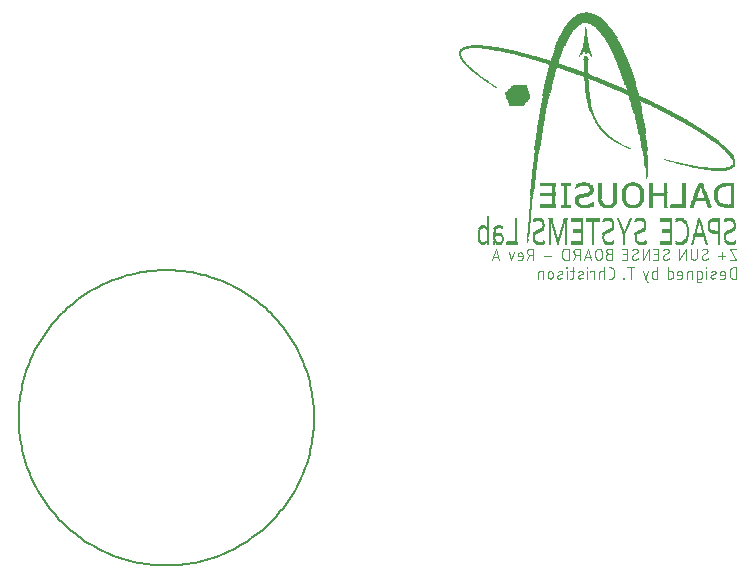
<source format=gbr>
G04 EAGLE Gerber RS-274X export*
G75*
%MOMM*%
%FSLAX34Y34*%
%LPD*%
%INSilkscreen Bottom*%
%IPPOS*%
%AMOC8*
5,1,8,0,0,1.08239X$1,22.5*%
G01*
%ADD10R,0.355600X0.025400*%
%ADD11R,0.228600X0.025400*%
%ADD12R,0.533400X0.025400*%
%ADD13R,0.177800X0.025400*%
%ADD14R,0.558800X0.025400*%
%ADD15R,0.965200X0.025400*%
%ADD16R,0.508000X0.025400*%
%ADD17R,0.152400X0.025400*%
%ADD18R,0.101600X0.025400*%
%ADD19R,0.914400X0.025400*%
%ADD20R,0.330200X0.025400*%
%ADD21R,0.127000X0.025400*%
%ADD22R,0.635000X0.025400*%
%ADD23R,0.203200X0.025400*%
%ADD24R,0.660400X0.025400*%
%ADD25R,0.990600X0.025400*%
%ADD26R,0.939800X0.025400*%
%ADD27R,0.431800X0.025400*%
%ADD28R,0.406400X0.025400*%
%ADD29R,0.736600X0.025400*%
%ADD30R,0.482600X0.025400*%
%ADD31R,0.457200X0.025400*%
%ADD32R,0.812800X0.025400*%
%ADD33R,0.762000X0.025400*%
%ADD34R,0.787400X0.025400*%
%ADD35R,0.838200X0.025400*%
%ADD36R,0.863600X0.025400*%
%ADD37R,0.076200X0.025400*%
%ADD38R,0.584200X0.025400*%
%ADD39R,0.889000X0.025400*%
%ADD40R,0.279400X0.025400*%
%ADD41R,0.304800X0.025400*%
%ADD42R,0.381000X0.025400*%
%ADD43R,0.254000X0.025400*%
%ADD44R,0.050800X0.025400*%
%ADD45R,0.025400X0.025400*%
%ADD46R,1.041400X0.025400*%
%ADD47R,0.711200X0.025400*%
%ADD48R,0.685800X0.025400*%
%ADD49R,0.609600X0.025400*%
%ADD50R,1.219200X0.025400*%
%ADD51R,1.193800X0.025400*%
%ADD52R,1.270000X0.025400*%
%ADD53R,1.346200X0.025400*%
%ADD54R,1.295400X0.025400*%
%ADD55R,1.016000X0.025400*%
%ADD56R,1.092200X0.025400*%
%ADD57R,1.143000X0.025400*%
%ADD58R,1.168400X0.025400*%
%ADD59R,1.066800X0.025400*%
%ADD60R,1.244600X0.025400*%
%ADD61R,1.320800X0.025400*%
%ADD62R,1.371600X0.025400*%
%ADD63R,1.397000X0.025400*%
%ADD64R,1.549400X0.025400*%
%ADD65R,1.117600X0.025400*%
%ADD66R,1.422400X0.025400*%
%ADD67R,1.752600X0.025400*%
%ADD68R,2.006600X0.025400*%
%ADD69R,2.235200X0.025400*%
%ADD70R,2.438400X0.025400*%
%ADD71R,2.641600X0.025400*%
%ADD72R,1.447800X0.025400*%
%ADD73R,1.473200X0.025400*%
%ADD74R,1.498600X0.025400*%
%ADD75R,1.574800X0.025400*%
%ADD76R,1.600200X0.025400*%
%ADD77R,1.651000X0.025400*%
%ADD78R,1.676400X0.025400*%
%ADD79R,1.727200X0.025400*%
%ADD80R,1.803400X0.025400*%
%ADD81R,1.828800X0.025400*%
%ADD82R,1.879600X0.025400*%
%ADD83R,1.905000X0.025400*%
%ADD84R,1.930400X0.025400*%
%ADD85R,1.955800X0.025400*%
%ADD86R,1.981200X0.025400*%
%ADD87R,2.032000X0.025400*%
%ADD88R,2.057400X0.025400*%
%ADD89R,1.854200X0.025400*%
%ADD90R,1.778000X0.025400*%
%ADD91R,1.701800X0.025400*%
%ADD92R,1.524000X0.025400*%
%ADD93R,2.844800X0.025400*%
%ADD94R,2.616200X0.025400*%
%ADD95R,2.387600X0.025400*%
%ADD96R,2.133600X0.025400*%
%ADD97R,3.124200X0.025400*%
%ADD98R,3.073400X0.025400*%
%ADD99R,3.022600X0.025400*%
%ADD100R,2.971800X0.025400*%
%ADD101R,2.921000X0.025400*%
%ADD102R,2.895600X0.025400*%
%ADD103R,2.794000X0.025400*%
%ADD104R,2.743200X0.025400*%
%ADD105R,2.692400X0.025400*%
%ADD106R,2.565400X0.025400*%
%ADD107R,2.514600X0.025400*%
%ADD108R,2.362200X0.025400*%
%ADD109R,2.311400X0.025400*%
%ADD110R,2.260600X0.025400*%
%ADD111R,2.159000X0.025400*%
%ADD112R,2.108200X0.025400*%
%ADD113C,0.076200*%
%ADD114C,0.127000*%


D10*
X770001Y596900D03*
X726821Y596900D03*
X694309Y596900D03*
X667131Y596900D03*
X608203Y596900D03*
D11*
X574040Y596900D03*
X560578Y596900D03*
D12*
X770128Y597154D03*
D13*
X759714Y597154D03*
X749554Y597154D03*
X737362Y597154D03*
D14*
X726821Y597154D03*
D15*
X715137Y597154D03*
D12*
X694436Y597154D03*
D13*
X679958Y597154D03*
D16*
X667131Y597154D03*
D13*
X653034Y597154D03*
D15*
X639699Y597154D03*
D17*
X630555Y597154D03*
D18*
X623697Y597154D03*
D17*
X616839Y597154D03*
D16*
X608203Y597154D03*
D19*
X584581Y597154D03*
D20*
X574040Y597154D03*
D21*
X569722Y597154D03*
X564642Y597154D03*
D10*
X560451Y597154D03*
D22*
X770128Y597408D03*
D13*
X759714Y597408D03*
D23*
X749427Y597408D03*
X737489Y597408D03*
D24*
X726821Y597408D03*
D25*
X715264Y597408D03*
D22*
X694436Y597408D03*
D13*
X679958Y597408D03*
D22*
X667258Y597408D03*
D13*
X653034Y597408D03*
D25*
X639572Y597408D03*
D23*
X630555Y597408D03*
D18*
X623697Y597408D03*
D23*
X616839Y597408D03*
D22*
X608330Y597408D03*
D26*
X584454Y597408D03*
D27*
X574040Y597408D03*
D21*
X569722Y597408D03*
X564642Y597408D03*
D28*
X560451Y597408D03*
D29*
X770128Y597662D03*
D13*
X759714Y597662D03*
D23*
X749427Y597662D03*
X737489Y597662D03*
D29*
X726948Y597662D03*
D25*
X715264Y597662D03*
D29*
X694436Y597662D03*
D13*
X679958Y597662D03*
D29*
X667258Y597662D03*
D13*
X653034Y597662D03*
D25*
X639572Y597662D03*
D23*
X630555Y597662D03*
D18*
X623697Y597662D03*
D23*
X616839Y597662D03*
D29*
X608330Y597662D03*
D26*
X584454Y597662D03*
D30*
X574040Y597662D03*
D17*
X569849Y597662D03*
D21*
X564642Y597662D03*
D31*
X560451Y597662D03*
D32*
X770255Y597916D03*
D13*
X759714Y597916D03*
D23*
X749427Y597916D03*
X737489Y597916D03*
D33*
X727075Y597916D03*
D25*
X715264Y597916D03*
D34*
X694436Y597916D03*
D13*
X679958Y597916D03*
D34*
X667258Y597916D03*
D13*
X653034Y597916D03*
D25*
X639572Y597916D03*
D23*
X630555Y597916D03*
D17*
X623697Y597916D03*
D23*
X616839Y597916D03*
D34*
X608330Y597916D03*
D26*
X584454Y597916D03*
D12*
X574040Y597916D03*
D17*
X569849Y597916D03*
X564515Y597916D03*
D16*
X560451Y597916D03*
D35*
X770128Y598170D03*
D13*
X759714Y598170D03*
D23*
X749173Y598170D03*
X737743Y598170D03*
D32*
X727329Y598170D03*
D25*
X715264Y598170D03*
D35*
X694436Y598170D03*
D13*
X679958Y598170D03*
D32*
X667131Y598170D03*
D13*
X653034Y598170D03*
D25*
X639572Y598170D03*
D23*
X630555Y598170D03*
D17*
X623697Y598170D03*
D23*
X616839Y598170D03*
D35*
X608330Y598170D03*
D26*
X584454Y598170D03*
D14*
X573913Y598170D03*
D17*
X569849Y598170D03*
X564515Y598170D03*
D14*
X560451Y598170D03*
D36*
X770001Y598424D03*
D13*
X759714Y598424D03*
D23*
X749173Y598424D03*
X737743Y598424D03*
D35*
X727456Y598424D03*
D25*
X715264Y598424D03*
D36*
X694309Y598424D03*
D13*
X679958Y598424D03*
D35*
X667004Y598424D03*
D13*
X653034Y598424D03*
D25*
X639572Y598424D03*
D23*
X630555Y598424D03*
D17*
X623697Y598424D03*
D23*
X616839Y598424D03*
D36*
X608203Y598424D03*
D37*
X598170Y598424D03*
D26*
X584454Y598424D03*
D38*
X574040Y598424D03*
D17*
X569849Y598424D03*
X564515Y598424D03*
D38*
X560324Y598424D03*
D39*
X769874Y598678D03*
D13*
X759714Y598678D03*
D23*
X749173Y598678D03*
X737743Y598678D03*
D36*
X727583Y598678D03*
D25*
X715264Y598678D03*
D39*
X694182Y598678D03*
D13*
X679958Y598678D03*
D36*
X666877Y598678D03*
D13*
X653034Y598678D03*
D25*
X639572Y598678D03*
D23*
X630555Y598678D03*
D13*
X623824Y598678D03*
D23*
X616839Y598678D03*
D39*
X608076Y598678D03*
D37*
X598170Y598678D03*
D26*
X584454Y598678D03*
D22*
X574040Y598678D03*
D17*
X569849Y598678D03*
D32*
X561213Y598678D03*
D19*
X769747Y598932D03*
D13*
X759714Y598932D03*
X749046Y598932D03*
X737870Y598932D03*
D39*
X727710Y598932D03*
D25*
X715264Y598932D03*
D19*
X694055Y598932D03*
D13*
X679958Y598932D03*
D39*
X666750Y598932D03*
D13*
X653034Y598932D03*
D25*
X639572Y598932D03*
D23*
X630555Y598932D03*
X623697Y598932D03*
X616839Y598932D03*
D19*
X607949Y598932D03*
D37*
X598170Y598932D03*
D26*
X584454Y598932D03*
D40*
X575818Y598932D03*
D28*
X571119Y598932D03*
X563245Y598932D03*
D20*
X558546Y598932D03*
D41*
X772795Y599186D03*
D42*
X767080Y599186D03*
D13*
X759714Y599186D03*
D23*
X748919Y599186D03*
X737997Y599186D03*
D31*
X730123Y599186D03*
D11*
X724408Y599186D03*
D25*
X715264Y599186D03*
D20*
X696976Y599186D03*
D42*
X691388Y599186D03*
D13*
X679958Y599186D03*
D41*
X669671Y599186D03*
D28*
X664083Y599186D03*
D13*
X653034Y599186D03*
D25*
X639572Y599186D03*
D23*
X630555Y599186D03*
X623697Y599186D03*
X616839Y599186D03*
D20*
X610870Y599186D03*
D28*
X605155Y599186D03*
D37*
X598170Y599186D03*
D26*
X584454Y599186D03*
D11*
X576072Y599186D03*
D10*
X570865Y599186D03*
D20*
X563626Y599186D03*
D43*
X558165Y599186D03*
D23*
X773303Y599440D03*
D20*
X766572Y599440D03*
D13*
X759714Y599440D03*
D23*
X748919Y599440D03*
X737997Y599440D03*
D42*
X730504Y599440D03*
D21*
X723900Y599440D03*
D25*
X715264Y599440D03*
D23*
X697611Y599440D03*
D41*
X690753Y599440D03*
D13*
X679958Y599440D03*
D23*
X670179Y599440D03*
D41*
X663575Y599440D03*
D13*
X653034Y599440D03*
D15*
X639699Y599440D03*
D23*
X630555Y599440D03*
X623697Y599440D03*
X616839Y599440D03*
X611505Y599440D03*
D41*
X604647Y599440D03*
D37*
X598170Y599440D03*
D19*
X584581Y599440D03*
D11*
X576326Y599440D03*
D41*
X570611Y599440D03*
X563753Y599440D03*
D43*
X557911Y599440D03*
D21*
X773684Y599694D03*
D40*
X766318Y599694D03*
D13*
X759714Y599694D03*
D23*
X748919Y599694D03*
X737997Y599694D03*
D20*
X731012Y599694D03*
D44*
X723519Y599694D03*
D23*
X719201Y599694D03*
D17*
X697865Y599694D03*
D43*
X690499Y599694D03*
D13*
X679958Y599694D03*
D21*
X670560Y599694D03*
D40*
X663194Y599694D03*
D13*
X653034Y599694D03*
X643636Y599694D03*
D23*
X630555Y599694D03*
D43*
X623697Y599694D03*
D23*
X616839Y599694D03*
D17*
X611759Y599694D03*
D40*
X604266Y599694D03*
D37*
X598170Y599694D03*
D13*
X588264Y599694D03*
D23*
X576453Y599694D03*
D40*
X570484Y599694D03*
X563880Y599694D03*
D11*
X557784Y599694D03*
D37*
X773938Y599948D03*
D43*
X765937Y599948D03*
D13*
X759714Y599948D03*
D23*
X748665Y599948D03*
D13*
X738124Y599948D03*
D20*
X731266Y599948D03*
D23*
X719201Y599948D03*
D37*
X698246Y599948D03*
D43*
X690245Y599948D03*
D13*
X679958Y599948D03*
D37*
X670814Y599948D03*
D43*
X663067Y599948D03*
D13*
X653034Y599948D03*
X643636Y599948D03*
D23*
X630555Y599948D03*
D43*
X623697Y599948D03*
D23*
X616839Y599948D03*
D37*
X612140Y599948D03*
D43*
X604139Y599948D03*
D37*
X598170Y599948D03*
D13*
X588264Y599948D03*
D23*
X576453Y599948D03*
D43*
X570357Y599948D03*
X564007Y599948D03*
D11*
X557530Y599948D03*
D45*
X774192Y600202D03*
D11*
X765810Y600202D03*
D13*
X759714Y600202D03*
D23*
X748665Y600202D03*
X738251Y600202D03*
D40*
X731520Y600202D03*
D23*
X719201Y600202D03*
D45*
X698500Y600202D03*
D11*
X690118Y600202D03*
D13*
X679958Y600202D03*
D45*
X671068Y600202D03*
D11*
X662940Y600202D03*
D13*
X653034Y600202D03*
X643636Y600202D03*
D23*
X630555Y600202D03*
D43*
X623697Y600202D03*
D23*
X616839Y600202D03*
D45*
X612140Y600202D03*
D43*
X603885Y600202D03*
D37*
X598170Y600202D03*
D13*
X588264Y600202D03*
D23*
X576707Y600202D03*
D11*
X570230Y600202D03*
X564134Y600202D03*
D23*
X557403Y600202D03*
X765683Y600456D03*
D13*
X759714Y600456D03*
D23*
X748665Y600456D03*
X738251Y600456D03*
D40*
X731774Y600456D03*
D23*
X719201Y600456D03*
D11*
X689864Y600456D03*
D13*
X679958Y600456D03*
D11*
X662686Y600456D03*
D13*
X653034Y600456D03*
X643636Y600456D03*
D23*
X630555Y600456D03*
D41*
X623697Y600456D03*
D23*
X616839Y600456D03*
D11*
X603758Y600456D03*
D37*
X598170Y600456D03*
D13*
X588264Y600456D03*
D23*
X576707Y600456D03*
X570103Y600456D03*
X564261Y600456D03*
X557403Y600456D03*
D11*
X765556Y600710D03*
D13*
X759714Y600710D03*
X748538Y600710D03*
X738378Y600710D03*
D43*
X731901Y600710D03*
D23*
X719201Y600710D03*
X689737Y600710D03*
D13*
X679958Y600710D03*
D23*
X662559Y600710D03*
D13*
X653034Y600710D03*
X643636Y600710D03*
D23*
X630555Y600710D03*
D41*
X623697Y600710D03*
D23*
X616839Y600710D03*
X603631Y600710D03*
D18*
X598297Y600710D03*
D13*
X588264Y600710D03*
D23*
X576707Y600710D03*
D13*
X569976Y600710D03*
X564388Y600710D03*
D23*
X557149Y600710D03*
X765429Y600964D03*
D13*
X759714Y600964D03*
D23*
X748411Y600964D03*
X738505Y600964D03*
D43*
X732155Y600964D03*
D23*
X719201Y600964D03*
X689737Y600964D03*
D13*
X679958Y600964D03*
D23*
X662559Y600964D03*
D13*
X653034Y600964D03*
X643636Y600964D03*
D23*
X630555Y600964D03*
D41*
X623697Y600964D03*
D23*
X616839Y600964D03*
X603631Y600964D03*
D18*
X598297Y600964D03*
D13*
X588264Y600964D03*
X576834Y600964D03*
X569976Y600964D03*
X564388Y600964D03*
D23*
X557149Y600964D03*
X765429Y601218D03*
D13*
X759714Y601218D03*
D23*
X748411Y601218D03*
X738505Y601218D03*
D11*
X732282Y601218D03*
D23*
X719201Y601218D03*
D13*
X689610Y601218D03*
X679958Y601218D03*
D23*
X662305Y601218D03*
D13*
X653034Y601218D03*
X643636Y601218D03*
D23*
X630555Y601218D03*
D41*
X623697Y601218D03*
D23*
X616839Y601218D03*
X603377Y601218D03*
D18*
X598297Y601218D03*
D13*
X588264Y601218D03*
X576834Y601218D03*
D17*
X569849Y601218D03*
D13*
X564388Y601218D03*
X557022Y601218D03*
X765302Y601472D03*
X759714Y601472D03*
D23*
X748411Y601472D03*
X738505Y601472D03*
D43*
X732409Y601472D03*
D23*
X719201Y601472D03*
X689483Y601472D03*
D13*
X679958Y601472D03*
D23*
X662305Y601472D03*
D13*
X653034Y601472D03*
X643636Y601472D03*
D23*
X630555Y601472D03*
D10*
X623697Y601472D03*
D23*
X616839Y601472D03*
X603377Y601472D03*
D18*
X598297Y601472D03*
D13*
X588264Y601472D03*
X576834Y601472D03*
D17*
X569849Y601472D03*
D13*
X564388Y601472D03*
X557022Y601472D03*
D23*
X765175Y601726D03*
D13*
X759714Y601726D03*
D23*
X748157Y601726D03*
D13*
X738632Y601726D03*
D11*
X732536Y601726D03*
D23*
X719201Y601726D03*
X689483Y601726D03*
D13*
X679958Y601726D03*
D23*
X662305Y601726D03*
D13*
X653034Y601726D03*
X643636Y601726D03*
D23*
X630555Y601726D03*
D10*
X623697Y601726D03*
D23*
X616839Y601726D03*
X603377Y601726D03*
D18*
X598297Y601726D03*
D13*
X588264Y601726D03*
X576834Y601726D03*
D17*
X569849Y601726D03*
D13*
X564388Y601726D03*
D23*
X556895Y601726D03*
X765175Y601980D03*
D13*
X759714Y601980D03*
D23*
X748157Y601980D03*
X738759Y601980D03*
D11*
X732790Y601980D03*
D23*
X719201Y601980D03*
X689483Y601980D03*
D13*
X679958Y601980D03*
X662178Y601980D03*
X653034Y601980D03*
X643636Y601980D03*
D23*
X630555Y601980D03*
D17*
X624713Y601980D03*
X622681Y601980D03*
D23*
X616839Y601980D03*
X603377Y601980D03*
D37*
X598424Y601980D03*
D13*
X588264Y601980D03*
X576834Y601980D03*
D17*
X569849Y601980D03*
D13*
X564388Y601980D03*
X556768Y601980D03*
D23*
X765175Y602234D03*
D13*
X759714Y602234D03*
D23*
X748157Y602234D03*
X738759Y602234D03*
D11*
X732790Y602234D03*
D23*
X719201Y602234D03*
D13*
X689356Y602234D03*
X679958Y602234D03*
X662178Y602234D03*
X653034Y602234D03*
X643636Y602234D03*
D23*
X630555Y602234D03*
D13*
X624840Y602234D03*
X622554Y602234D03*
D23*
X616839Y602234D03*
D13*
X603250Y602234D03*
D37*
X598424Y602234D03*
D13*
X588264Y602234D03*
X576834Y602234D03*
D17*
X569849Y602234D03*
D13*
X564388Y602234D03*
X556768Y602234D03*
X765048Y602488D03*
X759714Y602488D03*
X748030Y602488D03*
X738886Y602488D03*
D23*
X732917Y602488D03*
X719201Y602488D03*
D13*
X689356Y602488D03*
X679958Y602488D03*
X662178Y602488D03*
X653034Y602488D03*
X643636Y602488D03*
D23*
X630555Y602488D03*
D13*
X624840Y602488D03*
X622554Y602488D03*
D23*
X616839Y602488D03*
D13*
X603250Y602488D03*
D37*
X598424Y602488D03*
D13*
X588264Y602488D03*
X576834Y602488D03*
D17*
X569849Y602488D03*
D13*
X564388Y602488D03*
X556768Y602488D03*
X765048Y602742D03*
X759714Y602742D03*
D23*
X747903Y602742D03*
D13*
X738886Y602742D03*
D11*
X733044Y602742D03*
D23*
X719201Y602742D03*
D13*
X689356Y602742D03*
X679958Y602742D03*
X662178Y602742D03*
X653034Y602742D03*
X643636Y602742D03*
D23*
X630555Y602742D03*
D13*
X624840Y602742D03*
X622554Y602742D03*
D23*
X616839Y602742D03*
D13*
X603250Y602742D03*
D37*
X598424Y602742D03*
D13*
X588264Y602742D03*
D23*
X576707Y602742D03*
D17*
X569849Y602742D03*
D13*
X564388Y602742D03*
X556768Y602742D03*
X765048Y602996D03*
X759714Y602996D03*
D23*
X747903Y602996D03*
X739013Y602996D03*
X733171Y602996D03*
X719201Y602996D03*
D13*
X689356Y602996D03*
X679958Y602996D03*
X662178Y602996D03*
X653034Y602996D03*
X643636Y602996D03*
D23*
X630555Y602996D03*
D17*
X624967Y602996D03*
D13*
X622300Y602996D03*
D23*
X616839Y602996D03*
D13*
X603250Y602996D03*
D37*
X598424Y602996D03*
D13*
X588264Y602996D03*
D23*
X576707Y602996D03*
D17*
X569849Y602996D03*
D13*
X564388Y602996D03*
X556768Y602996D03*
X765048Y603250D03*
X759714Y603250D03*
D23*
X747903Y603250D03*
X739013Y603250D03*
X733171Y603250D03*
X719201Y603250D03*
D13*
X689356Y603250D03*
X679958Y603250D03*
X662178Y603250D03*
X653034Y603250D03*
X643636Y603250D03*
D23*
X630555Y603250D03*
D13*
X625094Y603250D03*
X622300Y603250D03*
D23*
X616839Y603250D03*
D13*
X603250Y603250D03*
D37*
X598424Y603250D03*
D13*
X588264Y603250D03*
D23*
X576707Y603250D03*
D17*
X569849Y603250D03*
D13*
X564388Y603250D03*
D23*
X556641Y603250D03*
D13*
X765048Y603504D03*
X759714Y603504D03*
X747776Y603504D03*
X739140Y603504D03*
D23*
X733171Y603504D03*
X719201Y603504D03*
D13*
X689356Y603504D03*
X679958Y603504D03*
X662178Y603504D03*
X653034Y603504D03*
X643636Y603504D03*
D23*
X630555Y603504D03*
D13*
X625094Y603504D03*
X622300Y603504D03*
D23*
X616839Y603504D03*
D13*
X603250Y603504D03*
D18*
X598551Y603504D03*
D13*
X588264Y603504D03*
D23*
X576453Y603504D03*
D17*
X569849Y603504D03*
D13*
X564388Y603504D03*
X556514Y603504D03*
X765048Y603758D03*
X759714Y603758D03*
D23*
X747649Y603758D03*
X739267Y603758D03*
X733425Y603758D03*
X719201Y603758D03*
D13*
X689356Y603758D03*
X679958Y603758D03*
X662178Y603758D03*
X653034Y603758D03*
X643636Y603758D03*
D23*
X630555Y603758D03*
D17*
X625221Y603758D03*
D13*
X622300Y603758D03*
D23*
X616839Y603758D03*
D13*
X603250Y603758D03*
D18*
X598551Y603758D03*
D13*
X588264Y603758D03*
D23*
X576453Y603758D03*
D17*
X569849Y603758D03*
D13*
X564388Y603758D03*
X556514Y603758D03*
D23*
X765175Y604012D03*
D13*
X759714Y604012D03*
D46*
X743458Y604012D03*
D23*
X733425Y604012D03*
X719201Y604012D03*
D13*
X689356Y604012D03*
X679958Y604012D03*
X662178Y604012D03*
X653034Y604012D03*
X643636Y604012D03*
D23*
X630555Y604012D03*
D13*
X625348Y604012D03*
X622046Y604012D03*
D23*
X616839Y604012D03*
D13*
X603250Y604012D03*
D18*
X598551Y604012D03*
D13*
X588264Y604012D03*
D11*
X576326Y604012D03*
D13*
X569976Y604012D03*
X564388Y604012D03*
X556514Y604012D03*
D23*
X765175Y604266D03*
D13*
X759714Y604266D03*
D25*
X743458Y604266D03*
D23*
X733425Y604266D03*
X719201Y604266D03*
X689483Y604266D03*
D13*
X679958Y604266D03*
X662178Y604266D03*
X653034Y604266D03*
X643636Y604266D03*
D23*
X630555Y604266D03*
D13*
X625348Y604266D03*
X622046Y604266D03*
D23*
X616839Y604266D03*
X603377Y604266D03*
D18*
X598551Y604266D03*
D13*
X588264Y604266D03*
D11*
X576072Y604266D03*
X570230Y604266D03*
D13*
X564388Y604266D03*
X556514Y604266D03*
D23*
X765175Y604520D03*
D13*
X759714Y604520D03*
D25*
X743458Y604520D03*
D23*
X733425Y604520D03*
X719201Y604520D03*
X689483Y604520D03*
D13*
X679958Y604520D03*
D23*
X662305Y604520D03*
D13*
X653034Y604520D03*
X643636Y604520D03*
D23*
X630555Y604520D03*
D13*
X625348Y604520D03*
X622046Y604520D03*
D23*
X616839Y604520D03*
X603377Y604520D03*
D18*
X598551Y604520D03*
D13*
X588264Y604520D03*
D41*
X575691Y604520D03*
D20*
X570738Y604520D03*
D13*
X564388Y604520D03*
X556514Y604520D03*
D23*
X765175Y604774D03*
D13*
X759714Y604774D03*
D25*
X743458Y604774D03*
D23*
X733425Y604774D03*
X719201Y604774D03*
X689483Y604774D03*
D13*
X679958Y604774D03*
D23*
X662305Y604774D03*
D13*
X653034Y604774D03*
X643636Y604774D03*
D23*
X630555Y604774D03*
D17*
X625475Y604774D03*
D23*
X621919Y604774D03*
X616839Y604774D03*
X603377Y604774D03*
D18*
X598551Y604774D03*
D13*
X588264Y604774D03*
D34*
X573024Y604774D03*
D13*
X564388Y604774D03*
X556514Y604774D03*
D23*
X765429Y605028D03*
D13*
X759714Y605028D03*
D25*
X743458Y605028D03*
D13*
X733552Y605028D03*
D23*
X719201Y605028D03*
D11*
X689610Y605028D03*
D13*
X679958Y605028D03*
D23*
X662305Y605028D03*
D13*
X653034Y605028D03*
X643636Y605028D03*
D23*
X630555Y605028D03*
D13*
X625602Y605028D03*
X621792Y605028D03*
D23*
X616839Y605028D03*
D11*
X603504Y605028D03*
D18*
X598551Y605028D03*
D13*
X588264Y605028D03*
D34*
X573024Y605028D03*
D13*
X564388Y605028D03*
X556514Y605028D03*
D23*
X765429Y605282D03*
D13*
X759714Y605282D03*
D26*
X743458Y605282D03*
D23*
X733679Y605282D03*
X719201Y605282D03*
X689737Y605282D03*
D13*
X679958Y605282D03*
D11*
X662432Y605282D03*
D13*
X653034Y605282D03*
X643636Y605282D03*
D23*
X630555Y605282D03*
D13*
X625602Y605282D03*
X621792Y605282D03*
D23*
X616839Y605282D03*
D11*
X603504Y605282D03*
D18*
X598551Y605282D03*
D13*
X588264Y605282D03*
D33*
X572897Y605282D03*
D13*
X564388Y605282D03*
X556514Y605282D03*
D11*
X765556Y605536D03*
D13*
X759714Y605536D03*
D26*
X743458Y605536D03*
D23*
X733679Y605536D03*
X719201Y605536D03*
D11*
X689864Y605536D03*
D13*
X679958Y605536D03*
D11*
X662686Y605536D03*
D13*
X653034Y605536D03*
X643636Y605536D03*
D23*
X630555Y605536D03*
D13*
X625602Y605536D03*
D23*
X621665Y605536D03*
X616839Y605536D03*
D11*
X603758Y605536D03*
D18*
X598551Y605536D03*
D13*
X588264Y605536D03*
D29*
X572770Y605536D03*
D13*
X564388Y605536D03*
X556514Y605536D03*
D43*
X765683Y605790D03*
D13*
X759714Y605790D03*
D26*
X743458Y605790D03*
D23*
X733679Y605790D03*
X719201Y605790D03*
D43*
X689991Y605790D03*
D13*
X679958Y605790D03*
D43*
X662813Y605790D03*
D13*
X653034Y605790D03*
X643636Y605790D03*
D23*
X630555Y605790D03*
D13*
X625856Y605790D03*
X621538Y605790D03*
D23*
X616839Y605790D03*
D43*
X603885Y605790D03*
D18*
X598551Y605790D03*
D13*
X588264Y605790D03*
D47*
X572643Y605790D03*
D13*
X564388Y605790D03*
X556514Y605790D03*
D43*
X765937Y606044D03*
D13*
X759714Y606044D03*
D39*
X743458Y606044D03*
D23*
X733679Y606044D03*
X719201Y606044D03*
D40*
X690118Y606044D03*
D23*
X679831Y606044D03*
D40*
X662940Y606044D03*
D13*
X653034Y606044D03*
X643636Y606044D03*
D23*
X630555Y606044D03*
D13*
X625856Y606044D03*
X621538Y606044D03*
D23*
X616839Y606044D03*
D40*
X604012Y606044D03*
D21*
X598678Y606044D03*
D13*
X588264Y606044D03*
D48*
X572516Y606044D03*
D13*
X564388Y606044D03*
X556514Y606044D03*
D40*
X766064Y606298D03*
D16*
X758063Y606298D03*
D23*
X746887Y606298D03*
X740029Y606298D03*
X733679Y606298D03*
X719201Y606298D03*
D40*
X690372Y606298D03*
D23*
X679831Y606298D03*
D40*
X663194Y606298D03*
D13*
X653034Y606298D03*
X643636Y606298D03*
D23*
X630555Y606298D03*
D13*
X625856Y606298D03*
X621538Y606298D03*
D23*
X616839Y606298D03*
D40*
X604266Y606298D03*
D21*
X598678Y606298D03*
D13*
X588264Y606298D03*
D27*
X573532Y606298D03*
D17*
X569849Y606298D03*
D13*
X564388Y606298D03*
X556514Y606298D03*
D20*
X766318Y606552D03*
D49*
X757555Y606552D03*
D23*
X746887Y606552D03*
X740029Y606552D03*
X733679Y606552D03*
X719201Y606552D03*
D20*
X690626Y606552D03*
D11*
X679958Y606552D03*
D20*
X663448Y606552D03*
D13*
X653034Y606552D03*
X643636Y606552D03*
D23*
X630555Y606552D03*
D13*
X626110Y606552D03*
D23*
X621411Y606552D03*
X616839Y606552D03*
D20*
X604520Y606552D03*
D21*
X598678Y606552D03*
D13*
X588264Y606552D03*
D40*
X573532Y606552D03*
D17*
X569849Y606552D03*
D13*
X564388Y606552D03*
X556514Y606552D03*
D10*
X766699Y606806D03*
D48*
X757174Y606806D03*
D23*
X746887Y606806D03*
X740029Y606806D03*
X733679Y606806D03*
X719201Y606806D03*
D10*
X691007Y606806D03*
D43*
X679831Y606806D03*
D10*
X663829Y606806D03*
D13*
X653034Y606806D03*
X643636Y606806D03*
D23*
X630555Y606806D03*
D13*
X626110Y606806D03*
X621284Y606806D03*
D23*
X616839Y606806D03*
D10*
X604901Y606806D03*
D18*
X598805Y606806D03*
D13*
X588264Y606806D03*
D17*
X569849Y606806D03*
D13*
X564388Y606806D03*
X556514Y606806D03*
D28*
X767207Y607060D03*
D29*
X756920Y607060D03*
D13*
X746760Y607060D03*
X740156Y607060D03*
D23*
X733679Y607060D03*
X719201Y607060D03*
D27*
X691388Y607060D03*
D40*
X679958Y607060D03*
D27*
X664210Y607060D03*
D13*
X653034Y607060D03*
X643636Y607060D03*
D23*
X630555Y607060D03*
D13*
X626110Y607060D03*
X621284Y607060D03*
D23*
X616839Y607060D03*
D27*
X605282Y607060D03*
D18*
X598805Y607060D03*
D13*
X588264Y607060D03*
D17*
X569849Y607060D03*
D13*
X564388Y607060D03*
D23*
X556641Y607060D03*
D30*
X767588Y607314D03*
D34*
X756666Y607314D03*
D13*
X746760Y607314D03*
X740156Y607314D03*
D23*
X733679Y607314D03*
D36*
X715899Y607314D03*
D30*
X691896Y607314D03*
D41*
X679831Y607314D03*
D30*
X664718Y607314D03*
D13*
X653034Y607314D03*
D35*
X640334Y607314D03*
D23*
X630555Y607314D03*
D13*
X626110Y607314D03*
D23*
X621157Y607314D03*
X616839Y607314D03*
D30*
X605790Y607314D03*
D18*
X598805Y607314D03*
D13*
X588264Y607314D03*
D17*
X569849Y607314D03*
D13*
X564388Y607314D03*
D23*
X556641Y607314D03*
D12*
X768096Y607568D03*
D32*
X756539Y607568D03*
D23*
X746633Y607568D03*
X740283Y607568D03*
D13*
X733806Y607568D03*
D36*
X715899Y607568D03*
D12*
X692404Y607568D03*
D20*
X679958Y607568D03*
D16*
X665099Y607568D03*
D13*
X653034Y607568D03*
D36*
X640207Y607568D03*
D23*
X630555Y607568D03*
D13*
X626364Y607568D03*
X621030Y607568D03*
D23*
X616839Y607568D03*
D16*
X606171Y607568D03*
D18*
X598805Y607568D03*
D13*
X588264Y607568D03*
X569976Y607568D03*
X564388Y607568D03*
X556768Y607568D03*
D14*
X768477Y607822D03*
D35*
X756412Y607822D03*
D13*
X746506Y607822D03*
X740410Y607822D03*
X733806Y607822D03*
D36*
X715899Y607822D03*
D14*
X692785Y607822D03*
D10*
X679831Y607822D03*
D14*
X665607Y607822D03*
D13*
X653034Y607822D03*
D35*
X640334Y607822D03*
D23*
X630555Y607822D03*
D13*
X626364Y607822D03*
X621030Y607822D03*
D23*
X616839Y607822D03*
D14*
X606679Y607822D03*
D18*
X598805Y607822D03*
D13*
X588264Y607822D03*
X569976Y607822D03*
X564388Y607822D03*
X556768Y607822D03*
D38*
X768858Y608076D03*
D36*
X756285Y608076D03*
D13*
X746506Y608076D03*
X740410Y608076D03*
X733806Y608076D03*
D36*
X715899Y608076D03*
D38*
X693166Y608076D03*
D10*
X679831Y608076D03*
D38*
X665988Y608076D03*
D13*
X653034Y608076D03*
D36*
X640207Y608076D03*
D23*
X630555Y608076D03*
D13*
X626364Y608076D03*
D23*
X620903Y608076D03*
X616839Y608076D03*
D38*
X607060Y608076D03*
D18*
X598805Y608076D03*
D13*
X588264Y608076D03*
X569976Y608076D03*
X564388Y608076D03*
X556768Y608076D03*
D38*
X769366Y608330D03*
D39*
X756158Y608330D03*
D23*
X746379Y608330D03*
X740537Y608330D03*
D13*
X733806Y608330D03*
D36*
X715899Y608330D03*
D49*
X693547Y608330D03*
D42*
X679958Y608330D03*
D38*
X666242Y608330D03*
D13*
X653034Y608330D03*
D36*
X640207Y608330D03*
D23*
X630555Y608330D03*
X626491Y608330D03*
D13*
X620776Y608330D03*
D23*
X616839Y608330D03*
D38*
X607314Y608330D03*
D18*
X598805Y608330D03*
D13*
X588264Y608330D03*
X569976Y608330D03*
X564388Y608330D03*
D23*
X556895Y608330D03*
D38*
X769620Y608584D03*
D23*
X759587Y608584D03*
D31*
X753745Y608584D03*
D13*
X746252Y608584D03*
D23*
X740537Y608584D03*
X733679Y608584D03*
D36*
X715899Y608584D03*
D38*
X693928Y608584D03*
D13*
X680974Y608584D03*
D23*
X678815Y608584D03*
D38*
X666750Y608584D03*
D13*
X653034Y608584D03*
D36*
X640207Y608584D03*
D23*
X630555Y608584D03*
D13*
X626618Y608584D03*
X620776Y608584D03*
D23*
X616839Y608584D03*
D38*
X607822Y608584D03*
D21*
X598932Y608584D03*
D13*
X588264Y608584D03*
X569976Y608584D03*
X564388Y608584D03*
D23*
X556895Y608584D03*
D14*
X770001Y608838D03*
D13*
X759714Y608838D03*
D20*
X753110Y608838D03*
D13*
X746252Y608838D03*
X740664Y608838D03*
D23*
X733679Y608838D03*
D36*
X715899Y608838D03*
D14*
X694309Y608838D03*
D23*
X681101Y608838D03*
D13*
X678688Y608838D03*
D14*
X667131Y608838D03*
D13*
X653034Y608838D03*
D36*
X640207Y608838D03*
D23*
X630555Y608838D03*
D13*
X626618Y608838D03*
X620776Y608838D03*
D23*
X616839Y608838D03*
D14*
X608203Y608838D03*
D21*
X598932Y608838D03*
D13*
X588264Y608838D03*
X569976Y608838D03*
X564388Y608838D03*
X557022Y608838D03*
D16*
X770509Y609092D03*
D13*
X759714Y609092D03*
D41*
X752729Y609092D03*
D13*
X746252Y609092D03*
X740664Y609092D03*
D23*
X733679Y609092D03*
D36*
X715899Y609092D03*
D12*
X694690Y609092D03*
D23*
X681101Y609092D03*
X678561Y609092D03*
D12*
X667512Y609092D03*
D13*
X653034Y609092D03*
D36*
X640207Y609092D03*
D23*
X630555Y609092D03*
X626745Y609092D03*
X620649Y609092D03*
X616839Y609092D03*
D12*
X608584Y609092D03*
D21*
X598932Y609092D03*
D13*
X588264Y609092D03*
X569976Y609092D03*
X564388Y609092D03*
D23*
X557149Y609092D03*
D30*
X770890Y609346D03*
D13*
X759714Y609346D03*
D43*
X752475Y609346D03*
D23*
X746125Y609346D03*
X740791Y609346D03*
X733679Y609346D03*
D36*
X715899Y609346D03*
D30*
X695198Y609346D03*
D13*
X681228Y609346D03*
D23*
X678561Y609346D03*
D31*
X667893Y609346D03*
D13*
X653034Y609346D03*
D36*
X640207Y609346D03*
D23*
X630555Y609346D03*
D13*
X626872Y609346D03*
X620522Y609346D03*
D23*
X616839Y609346D03*
D31*
X608965Y609346D03*
D21*
X598932Y609346D03*
D13*
X588264Y609346D03*
D23*
X570103Y609346D03*
D13*
X564388Y609346D03*
D23*
X557149Y609346D03*
D28*
X771271Y609600D03*
D13*
X759714Y609600D03*
D43*
X752221Y609600D03*
D13*
X745998Y609600D03*
D23*
X740791Y609600D03*
X733679Y609600D03*
D36*
X715899Y609600D03*
D28*
X695579Y609600D03*
D23*
X681355Y609600D03*
X678307Y609600D03*
D27*
X668274Y609600D03*
D13*
X653034Y609600D03*
D35*
X640334Y609600D03*
D23*
X630555Y609600D03*
D13*
X626872Y609600D03*
X620522Y609600D03*
D23*
X616839Y609600D03*
D27*
X609346Y609600D03*
D21*
X598932Y609600D03*
D13*
X588264Y609600D03*
D23*
X570103Y609600D03*
X564261Y609600D03*
D11*
X557276Y609600D03*
D42*
X771652Y609854D03*
D13*
X759714Y609854D03*
D11*
X752094Y609854D03*
D13*
X745998Y609854D03*
X740918Y609854D03*
D23*
X733679Y609854D03*
X719201Y609854D03*
D42*
X695960Y609854D03*
D13*
X681482Y609854D03*
D23*
X678307Y609854D03*
D42*
X668782Y609854D03*
D13*
X653034Y609854D03*
X643636Y609854D03*
D23*
X630555Y609854D03*
D13*
X626872Y609854D03*
X620522Y609854D03*
D23*
X616839Y609854D03*
D42*
X609854Y609854D03*
D21*
X598932Y609854D03*
D13*
X588264Y609854D03*
D11*
X570230Y609854D03*
X564134Y609854D03*
D23*
X557403Y609854D03*
D20*
X772160Y610108D03*
D13*
X759714Y610108D03*
D11*
X751840Y610108D03*
D13*
X745998Y610108D03*
X740918Y610108D03*
D23*
X733679Y610108D03*
X719201Y610108D03*
D20*
X696214Y610108D03*
D23*
X681609Y610108D03*
D13*
X678180Y610108D03*
D20*
X669036Y610108D03*
D13*
X653034Y610108D03*
X643636Y610108D03*
D23*
X630555Y610108D03*
X626999Y610108D03*
D13*
X620268Y610108D03*
D23*
X616839Y610108D03*
D20*
X610108Y610108D03*
D21*
X598932Y610108D03*
D13*
X588264Y610108D03*
D11*
X570484Y610108D03*
D43*
X564007Y610108D03*
D11*
X557530Y610108D03*
D40*
X772414Y610362D03*
D13*
X759714Y610362D03*
D11*
X751840Y610362D03*
D13*
X745744Y610362D03*
D23*
X741045Y610362D03*
X733679Y610362D03*
X719201Y610362D03*
D41*
X696595Y610362D03*
D13*
X681736Y610362D03*
D23*
X678053Y610362D03*
D41*
X669417Y610362D03*
D13*
X653034Y610362D03*
X643636Y610362D03*
D23*
X630555Y610362D03*
D13*
X627126Y610362D03*
X620268Y610362D03*
D23*
X616839Y610362D03*
D41*
X610489Y610362D03*
D21*
X598932Y610362D03*
D13*
X588264Y610362D03*
D45*
X576580Y610362D03*
D43*
X570611Y610362D03*
D40*
X563880Y610362D03*
D11*
X557784Y610362D03*
D43*
X772541Y610616D03*
D13*
X759714Y610616D03*
D23*
X751713Y610616D03*
D13*
X745744Y610616D03*
X741172Y610616D03*
X733552Y610616D03*
D23*
X719201Y610616D03*
D43*
X696849Y610616D03*
D13*
X681736Y610616D03*
X677926Y610616D03*
D43*
X669671Y610616D03*
D13*
X653034Y610616D03*
X643636Y610616D03*
D23*
X630555Y610616D03*
D13*
X627126Y610616D03*
X620268Y610616D03*
D23*
X616839Y610616D03*
D43*
X610743Y610616D03*
D21*
X598932Y610616D03*
D13*
X588264Y610616D03*
D37*
X576326Y610616D03*
D40*
X570738Y610616D03*
D41*
X563753Y610616D03*
D43*
X557911Y610616D03*
X772795Y610870D03*
D13*
X759714Y610870D03*
D11*
X751586Y610870D03*
D13*
X745744Y610870D03*
X741172Y610870D03*
X733552Y610870D03*
D23*
X719201Y610870D03*
D43*
X697103Y610870D03*
D23*
X681863Y610870D03*
X677799Y610870D03*
D11*
X669798Y610870D03*
D13*
X653034Y610870D03*
X643636Y610870D03*
D23*
X630555Y610870D03*
X627253Y610870D03*
X620141Y610870D03*
X616839Y610870D03*
D43*
X610997Y610870D03*
D21*
X598932Y610870D03*
D13*
X588264Y610870D03*
D17*
X575945Y610870D03*
D41*
X571119Y610870D03*
D10*
X563499Y610870D03*
D40*
X558292Y610870D03*
D11*
X772922Y611124D03*
D13*
X759714Y611124D03*
D23*
X751459Y611124D03*
X745617Y611124D03*
X741299Y611124D03*
X733425Y611124D03*
X719201Y611124D03*
D11*
X697230Y611124D03*
D13*
X681990Y611124D03*
D23*
X677799Y611124D03*
D11*
X670052Y611124D03*
D13*
X653034Y611124D03*
X643636Y611124D03*
D23*
X630555Y611124D03*
D13*
X627380Y611124D03*
X620014Y611124D03*
D23*
X616839Y611124D03*
D11*
X611124Y611124D03*
D21*
X599186Y611124D03*
D13*
X588264Y611124D03*
D48*
X573278Y611124D03*
D35*
X561086Y611124D03*
D23*
X773049Y611378D03*
D13*
X759714Y611378D03*
D23*
X751459Y611378D03*
D13*
X745490Y611378D03*
D23*
X741299Y611378D03*
X733425Y611378D03*
X719201Y611378D03*
D11*
X697230Y611378D03*
D23*
X682117Y611378D03*
X677545Y611378D03*
D11*
X670052Y611378D03*
D13*
X653034Y611378D03*
X643636Y611378D03*
D23*
X630555Y611378D03*
D13*
X627380Y611378D03*
X620014Y611378D03*
D23*
X616839Y611378D03*
D11*
X611124Y611378D03*
D21*
X599186Y611378D03*
D13*
X588264Y611378D03*
D48*
X573278Y611378D03*
D32*
X561213Y611378D03*
D23*
X773049Y611632D03*
D13*
X759714Y611632D03*
D23*
X751459Y611632D03*
D13*
X745490Y611632D03*
X741426Y611632D03*
D23*
X733425Y611632D03*
X719201Y611632D03*
X697357Y611632D03*
D13*
X682244Y611632D03*
D23*
X677545Y611632D03*
X670179Y611632D03*
D13*
X653034Y611632D03*
X643636Y611632D03*
D23*
X630555Y611632D03*
D13*
X627380Y611632D03*
X620014Y611632D03*
D23*
X616839Y611632D03*
X611251Y611632D03*
D21*
X599186Y611632D03*
D13*
X588264Y611632D03*
D24*
X573405Y611632D03*
D13*
X564388Y611632D03*
D38*
X560324Y611632D03*
D23*
X773303Y611886D03*
D13*
X759714Y611886D03*
X751332Y611886D03*
X745490Y611886D03*
X741426Y611886D03*
D23*
X733425Y611886D03*
X719201Y611886D03*
X697357Y611886D03*
X682371Y611886D03*
D13*
X677418Y611886D03*
D23*
X670179Y611886D03*
D13*
X653034Y611886D03*
X643636Y611886D03*
D23*
X630555Y611886D03*
X627507Y611886D03*
D13*
X619760Y611886D03*
D23*
X616839Y611886D03*
X611251Y611886D03*
D21*
X599186Y611886D03*
D13*
X588264Y611886D03*
D22*
X573532Y611886D03*
D13*
X564388Y611886D03*
D14*
X560197Y611886D03*
D23*
X773303Y612140D03*
D13*
X759714Y612140D03*
X751332Y612140D03*
D23*
X745363Y612140D03*
X741553Y612140D03*
D13*
X733298Y612140D03*
D23*
X719201Y612140D03*
X697611Y612140D03*
X682371Y612140D03*
X677291Y612140D03*
D13*
X670306Y612140D03*
X653034Y612140D03*
X643636Y612140D03*
X630682Y612140D03*
X627634Y612140D03*
X619760Y612140D03*
D23*
X616839Y612140D03*
D13*
X611378Y612140D03*
D21*
X599186Y612140D03*
D13*
X588264Y612140D03*
D49*
X573659Y612140D03*
D13*
X564388Y612140D03*
D12*
X560324Y612140D03*
D23*
X773303Y612394D03*
D13*
X759714Y612394D03*
X751332Y612394D03*
X745236Y612394D03*
D23*
X741553Y612394D03*
X733171Y612394D03*
X719201Y612394D03*
X697611Y612394D03*
D13*
X682498Y612394D03*
D23*
X677291Y612394D03*
D13*
X670306Y612394D03*
X653034Y612394D03*
X643636Y612394D03*
X630682Y612394D03*
X627634Y612394D03*
X619760Y612394D03*
D23*
X616839Y612394D03*
D13*
X611378Y612394D03*
D21*
X599186Y612394D03*
D13*
X588264Y612394D03*
D38*
X573786Y612394D03*
D13*
X564388Y612394D03*
D27*
X560324Y612394D03*
D23*
X773303Y612648D03*
D13*
X759714Y612648D03*
X751332Y612648D03*
X745236Y612648D03*
X741680Y612648D03*
D23*
X733171Y612648D03*
X719201Y612648D03*
X697611Y612648D03*
X682625Y612648D03*
X677037Y612648D03*
D13*
X670306Y612648D03*
X653034Y612648D03*
X643636Y612648D03*
X630682Y612648D03*
D23*
X627761Y612648D03*
D13*
X619506Y612648D03*
D23*
X616839Y612648D03*
X611505Y612648D03*
D21*
X599186Y612648D03*
D13*
X588264Y612648D03*
D16*
X573659Y612648D03*
D13*
X564388Y612648D03*
D42*
X560324Y612648D03*
D23*
X773303Y612902D03*
D13*
X759714Y612902D03*
X751332Y612902D03*
X745236Y612902D03*
X741680Y612902D03*
D23*
X733171Y612902D03*
X719201Y612902D03*
X697611Y612902D03*
D13*
X682752Y612902D03*
D23*
X677037Y612902D03*
D13*
X670306Y612902D03*
X653034Y612902D03*
X643636Y612902D03*
X630682Y612902D03*
X627888Y612902D03*
X619506Y612902D03*
D23*
X616839Y612902D03*
X611505Y612902D03*
D21*
X599186Y612902D03*
D13*
X588264Y612902D03*
D28*
X573659Y612902D03*
D13*
X564388Y612902D03*
D41*
X560451Y612902D03*
D23*
X773303Y613156D03*
D13*
X759714Y613156D03*
X751332Y613156D03*
X744982Y613156D03*
D23*
X741807Y613156D03*
X732917Y613156D03*
X719201Y613156D03*
X697611Y613156D03*
X682879Y613156D03*
D13*
X676910Y613156D03*
X670306Y613156D03*
X653034Y613156D03*
X643636Y613156D03*
X630682Y613156D03*
X627888Y613156D03*
X619506Y613156D03*
D23*
X616839Y613156D03*
X611505Y613156D03*
D21*
X599186Y613156D03*
D13*
X588264Y613156D03*
D23*
X573659Y613156D03*
D13*
X564388Y613156D03*
D17*
X560451Y613156D03*
D23*
X773303Y613410D03*
D13*
X759714Y613410D03*
X751332Y613410D03*
X744982Y613410D03*
X741934Y613410D03*
D23*
X732917Y613410D03*
X719201Y613410D03*
X697611Y613410D03*
D13*
X683006Y613410D03*
D23*
X676783Y613410D03*
D13*
X670306Y613410D03*
X653034Y613410D03*
X643636Y613410D03*
X630682Y613410D03*
X627888Y613410D03*
X619506Y613410D03*
X616712Y613410D03*
D23*
X611505Y613410D03*
D17*
X599313Y613410D03*
D13*
X588264Y613410D03*
X564388Y613410D03*
D23*
X773303Y613664D03*
D13*
X759714Y613664D03*
X751332Y613664D03*
X744982Y613664D03*
X741934Y613664D03*
D11*
X732790Y613664D03*
D23*
X719201Y613664D03*
X697611Y613664D03*
X683133Y613664D03*
D13*
X676656Y613664D03*
X670306Y613664D03*
X653034Y613664D03*
X643636Y613664D03*
X630682Y613664D03*
D23*
X628015Y613664D03*
D13*
X619252Y613664D03*
X616712Y613664D03*
D23*
X611505Y613664D03*
D17*
X599313Y613664D03*
D13*
X588264Y613664D03*
X564388Y613664D03*
D23*
X773303Y613918D03*
D13*
X759714Y613918D03*
X751332Y613918D03*
X744982Y613918D03*
X741934Y613918D03*
D23*
X732663Y613918D03*
X719201Y613918D03*
X697611Y613918D03*
X683133Y613918D03*
X676529Y613918D03*
D13*
X670306Y613918D03*
X653034Y613918D03*
X643636Y613918D03*
X630682Y613918D03*
X628142Y613918D03*
X619252Y613918D03*
X616712Y613918D03*
X611378Y613918D03*
D17*
X599313Y613918D03*
D13*
X588264Y613918D03*
X564388Y613918D03*
D23*
X773303Y614172D03*
D13*
X759714Y614172D03*
D23*
X751459Y614172D03*
D13*
X744728Y614172D03*
X742188Y614172D03*
D11*
X732536Y614172D03*
D23*
X719201Y614172D03*
X697611Y614172D03*
D13*
X683260Y614172D03*
D23*
X676529Y614172D03*
D13*
X670306Y614172D03*
X653034Y614172D03*
X643636Y614172D03*
X630682Y614172D03*
X628142Y614172D03*
X619252Y614172D03*
X616712Y614172D03*
X611378Y614172D03*
D17*
X599313Y614172D03*
D13*
X588264Y614172D03*
X564388Y614172D03*
D23*
X773303Y614426D03*
D13*
X759714Y614426D03*
D23*
X751459Y614426D03*
D13*
X744728Y614426D03*
X742188Y614426D03*
D11*
X732536Y614426D03*
D23*
X719201Y614426D03*
D13*
X697484Y614426D03*
D23*
X683387Y614426D03*
D13*
X676402Y614426D03*
X670306Y614426D03*
X653034Y614426D03*
X643636Y614426D03*
X630682Y614426D03*
D23*
X628269Y614426D03*
D17*
X619125Y614426D03*
D13*
X616712Y614426D03*
X611378Y614426D03*
D17*
X599313Y614426D03*
D13*
X588264Y614426D03*
X564388Y614426D03*
D23*
X773303Y614680D03*
D13*
X759714Y614680D03*
D23*
X751459Y614680D03*
D13*
X744728Y614680D03*
X742188Y614680D03*
D11*
X732282Y614680D03*
D23*
X719201Y614680D03*
D13*
X697484Y614680D03*
X683514Y614680D03*
D23*
X676275Y614680D03*
D13*
X670306Y614680D03*
X653034Y614680D03*
X643636Y614680D03*
X630682Y614680D03*
X628396Y614680D03*
X618998Y614680D03*
X616712Y614680D03*
X611378Y614680D03*
D17*
X599313Y614680D03*
D13*
X588264Y614680D03*
X564388Y614680D03*
X773176Y614934D03*
X759714Y614934D03*
D11*
X751586Y614934D03*
D17*
X744601Y614934D03*
D13*
X742188Y614934D03*
D43*
X732155Y614934D03*
D23*
X719201Y614934D03*
X697357Y614934D03*
X683641Y614934D03*
D13*
X676148Y614934D03*
D23*
X670179Y614934D03*
D13*
X653034Y614934D03*
X643636Y614934D03*
X630682Y614934D03*
X628396Y614934D03*
X618998Y614934D03*
X616712Y614934D03*
D23*
X611251Y614934D03*
D17*
X599313Y614934D03*
D13*
X588264Y614934D03*
X564388Y614934D03*
D23*
X773049Y615188D03*
D13*
X759714Y615188D03*
D23*
X751713Y615188D03*
D13*
X744474Y615188D03*
X742442Y615188D03*
D11*
X732028Y615188D03*
D23*
X719201Y615188D03*
X697357Y615188D03*
X683641Y615188D03*
X676021Y615188D03*
X670179Y615188D03*
D13*
X653034Y615188D03*
X643636Y615188D03*
X630682Y615188D03*
X628396Y615188D03*
X618998Y615188D03*
X616712Y615188D03*
D23*
X611251Y615188D03*
D17*
X599313Y615188D03*
D13*
X588264Y615188D03*
X564388Y615188D03*
D23*
X773049Y615442D03*
D13*
X759714Y615442D03*
D11*
X751840Y615442D03*
D13*
X744474Y615442D03*
X742442Y615442D03*
D43*
X731901Y615442D03*
D23*
X719201Y615442D03*
X697357Y615442D03*
X683895Y615442D03*
D13*
X675894Y615442D03*
D23*
X670179Y615442D03*
D13*
X653034Y615442D03*
X643636Y615442D03*
X630682Y615442D03*
X628650Y615442D03*
D17*
X618871Y615442D03*
D13*
X616712Y615442D03*
D23*
X611251Y615442D03*
D21*
X599440Y615442D03*
D13*
X588264Y615442D03*
X564388Y615442D03*
D23*
X773049Y615696D03*
D13*
X759714Y615696D03*
D43*
X751967Y615696D03*
D42*
X743458Y615696D03*
D43*
X731647Y615696D03*
D23*
X719201Y615696D03*
D11*
X697230Y615696D03*
D23*
X683895Y615696D03*
X675767Y615696D03*
X669925Y615696D03*
D13*
X653034Y615696D03*
X643636Y615696D03*
X630682Y615696D03*
X628650Y615696D03*
X618744Y615696D03*
X616712Y615696D03*
D11*
X611124Y615696D03*
D21*
X599440Y615696D03*
D13*
X588264Y615696D03*
X564388Y615696D03*
D23*
X772795Y615950D03*
D13*
X759714Y615950D03*
D43*
X752221Y615950D03*
D20*
X743458Y615950D03*
D40*
X731520Y615950D03*
D23*
X719201Y615950D03*
X697103Y615950D03*
D13*
X684022Y615950D03*
D23*
X675767Y615950D03*
X669925Y615950D03*
D13*
X653034Y615950D03*
X643636Y615950D03*
X630682Y615950D03*
X628650Y615950D03*
X618744Y615950D03*
X616712Y615950D03*
D23*
X610997Y615950D03*
D17*
X599567Y615950D03*
D13*
X588264Y615950D03*
X564388Y615950D03*
D11*
X772668Y616204D03*
D44*
X764921Y616204D03*
D13*
X759714Y616204D03*
D40*
X752348Y616204D03*
D20*
X743458Y616204D03*
D40*
X731266Y616204D03*
D23*
X719201Y616204D03*
D11*
X696976Y616204D03*
D44*
X689229Y616204D03*
D23*
X684149Y616204D03*
D13*
X675640Y616204D03*
D11*
X669798Y616204D03*
D44*
X662051Y616204D03*
D13*
X653034Y616204D03*
X643636Y616204D03*
D42*
X629666Y616204D03*
D10*
X617601Y616204D03*
D11*
X610870Y616204D03*
D44*
X603123Y616204D03*
D17*
X599567Y616204D03*
D13*
X588264Y616204D03*
X564388Y616204D03*
D43*
X772541Y616458D03*
D18*
X765175Y616458D03*
D13*
X759714Y616458D03*
D20*
X752602Y616458D03*
X743458Y616458D03*
X731012Y616458D03*
D23*
X719201Y616458D03*
D43*
X696849Y616458D03*
D18*
X689483Y616458D03*
D23*
X684149Y616458D03*
X675513Y616458D03*
D11*
X669544Y616458D03*
D37*
X662178Y616458D03*
D13*
X653034Y616458D03*
X643636Y616458D03*
D10*
X629793Y616458D03*
X617601Y616458D03*
D43*
X610743Y616458D03*
D18*
X603377Y616458D03*
D17*
X599567Y616458D03*
D13*
X588264Y616458D03*
X564388Y616458D03*
D43*
X772287Y616712D03*
D17*
X765429Y616712D03*
D13*
X759714Y616712D03*
D42*
X753110Y616712D03*
D20*
X743458Y616712D03*
X730758Y616712D03*
D44*
X723773Y616712D03*
D23*
X719201Y616712D03*
D43*
X696595Y616712D03*
D17*
X689737Y616712D03*
D23*
X684403Y616712D03*
D13*
X675386Y616712D03*
D43*
X669417Y616712D03*
D17*
X662559Y616712D03*
D13*
X653034Y616712D03*
X643636Y616712D03*
D10*
X629793Y616712D03*
X617601Y616712D03*
D43*
X610489Y616712D03*
D17*
X603631Y616712D03*
X599567Y616712D03*
D13*
X588264Y616712D03*
X564388Y616712D03*
D41*
X772033Y616966D03*
D11*
X765810Y616966D03*
D19*
X756031Y616966D03*
D40*
X743458Y616966D03*
D10*
X730377Y616966D03*
D18*
X724027Y616966D03*
D26*
X715518Y616966D03*
D41*
X696341Y616966D03*
D11*
X690118Y616966D03*
D23*
X684403Y616966D03*
X675259Y616966D03*
D40*
X669036Y616966D03*
D23*
X662813Y616966D03*
D50*
X653161Y616966D03*
D26*
X639826Y616966D03*
D10*
X629793Y616966D03*
X617601Y616966D03*
D41*
X610235Y616966D03*
D23*
X603885Y616966D03*
D17*
X599567Y616966D03*
D13*
X588264Y616966D03*
X564388Y616966D03*
D10*
X771525Y617220D03*
D20*
X766318Y617220D03*
D19*
X756031Y617220D03*
D40*
X743458Y617220D03*
D27*
X729742Y617220D03*
D23*
X724535Y617220D03*
D26*
X715518Y617220D03*
D10*
X695833Y617220D03*
D20*
X690626Y617220D03*
D23*
X684657Y617220D03*
X675259Y617220D03*
D10*
X668655Y617220D03*
D41*
X663321Y617220D03*
D50*
X653161Y617220D03*
D26*
X639826Y617220D03*
D20*
X629920Y617220D03*
X617474Y617220D03*
D10*
X609727Y617220D03*
D41*
X604393Y617220D03*
D17*
X599567Y617220D03*
D13*
X588264Y617220D03*
X564388Y617220D03*
D36*
X768985Y617474D03*
D39*
X756158Y617474D03*
D40*
X743458Y617474D03*
D32*
X727583Y617474D03*
D26*
X715518Y617474D03*
D35*
X693166Y617474D03*
D23*
X684657Y617474D03*
X675005Y617474D03*
D35*
X665988Y617474D03*
D50*
X653161Y617474D03*
D26*
X639826Y617474D03*
D20*
X629920Y617474D03*
X617474Y617474D03*
D35*
X607060Y617474D03*
D17*
X599567Y617474D03*
D13*
X588264Y617474D03*
X564388Y617474D03*
D35*
X768858Y617728D03*
D36*
X756285Y617728D03*
D11*
X743458Y617728D03*
D34*
X727456Y617728D03*
D26*
X715518Y617728D03*
D35*
X693166Y617728D03*
D23*
X684657Y617728D03*
X675005Y617728D03*
D35*
X665988Y617728D03*
D50*
X653161Y617728D03*
D26*
X639826Y617728D03*
D20*
X629920Y617728D03*
X617474Y617728D03*
D35*
X607060Y617728D03*
D17*
X599567Y617728D03*
D13*
X588264Y617728D03*
X564388Y617728D03*
D32*
X768731Y617982D03*
D35*
X756412Y617982D03*
D11*
X743458Y617982D03*
D33*
X727329Y617982D03*
D26*
X715518Y617982D03*
D32*
X693039Y617982D03*
D23*
X684911Y617982D03*
X674751Y617982D03*
D32*
X665861Y617982D03*
D50*
X653161Y617982D03*
D26*
X639826Y617982D03*
D20*
X629920Y617982D03*
D41*
X617347Y617982D03*
D32*
X606933Y617982D03*
D17*
X599567Y617982D03*
D13*
X588264Y617982D03*
X564388Y617982D03*
D34*
X768604Y618236D03*
D32*
X756539Y618236D03*
D11*
X743458Y618236D03*
D29*
X727202Y618236D03*
D26*
X715518Y618236D03*
D34*
X692912Y618236D03*
D23*
X684911Y618236D03*
X674751Y618236D03*
D34*
X665734Y618236D03*
D50*
X653161Y618236D03*
D26*
X639826Y618236D03*
D41*
X630047Y618236D03*
X617347Y618236D03*
D34*
X606806Y618236D03*
D13*
X599694Y618236D03*
X588264Y618236D03*
X564388Y618236D03*
D29*
X768604Y618490D03*
D33*
X756793Y618490D03*
D11*
X743458Y618490D03*
D47*
X727075Y618490D03*
D26*
X715518Y618490D03*
D29*
X692912Y618490D03*
D23*
X685165Y618490D03*
X674751Y618490D03*
D33*
X665607Y618490D03*
D50*
X653161Y618490D03*
D26*
X639826Y618490D03*
D41*
X630047Y618490D03*
X617347Y618490D03*
D33*
X606679Y618490D03*
D13*
X599694Y618490D03*
X588264Y618490D03*
X564388Y618490D03*
D48*
X768604Y618744D03*
D47*
X757047Y618744D03*
D13*
X743458Y618744D03*
D24*
X726821Y618744D03*
D26*
X715518Y618744D03*
D48*
X692912Y618744D03*
D23*
X685165Y618744D03*
X674497Y618744D03*
D48*
X665734Y618744D03*
D50*
X653161Y618744D03*
D26*
X639826Y618744D03*
D41*
X630047Y618744D03*
X617347Y618744D03*
D48*
X606806Y618744D03*
D13*
X599694Y618744D03*
X588264Y618744D03*
X564388Y618744D03*
D38*
X768858Y618998D03*
D22*
X757428Y618998D03*
D13*
X743458Y618998D03*
D38*
X726694Y618998D03*
D26*
X715518Y618998D03*
D38*
X692912Y618998D03*
D23*
X685419Y618998D03*
X674497Y618998D03*
D38*
X665734Y618998D03*
D50*
X653161Y618998D03*
D26*
X639826Y618998D03*
D40*
X630174Y618998D03*
X617220Y618998D03*
D38*
X606806Y618998D03*
D13*
X599694Y618998D03*
X588264Y618998D03*
X564388Y618998D03*
D30*
X768858Y619252D03*
X758190Y619252D03*
D21*
X743458Y619252D03*
D30*
X726694Y619252D03*
D19*
X715391Y619252D03*
D31*
X693039Y619252D03*
D13*
X685546Y619252D03*
X674370Y619252D03*
D31*
X665861Y619252D03*
D51*
X653034Y619252D03*
D39*
X639826Y619252D03*
D43*
X630047Y619252D03*
D11*
X617220Y619252D03*
D31*
X606933Y619252D03*
D13*
X599694Y619252D03*
D17*
X588391Y619252D03*
D13*
X564388Y619252D03*
D40*
X768858Y619506D03*
D41*
X726821Y619506D03*
D40*
X693166Y619506D03*
X665988Y619506D03*
X607060Y619506D03*
D13*
X599694Y619506D03*
X564388Y619506D03*
D17*
X599821Y619760D03*
D13*
X564388Y619760D03*
D17*
X599821Y620014D03*
D13*
X564388Y620014D03*
D17*
X599821Y620268D03*
D13*
X564388Y620268D03*
X599948Y620522D03*
X564388Y620522D03*
X599948Y620776D03*
X564388Y620776D03*
X599948Y621030D03*
D17*
X564515Y621030D03*
D13*
X599948Y621284D03*
X599948Y621538D03*
X599948Y621792D03*
X599948Y622046D03*
X599948Y622300D03*
X599948Y622554D03*
D23*
X600075Y622808D03*
X600075Y623062D03*
X600075Y623316D03*
D13*
X600202Y623570D03*
X600202Y623824D03*
X600202Y624078D03*
X600202Y624332D03*
X600202Y624586D03*
X600202Y624840D03*
D23*
X600329Y625094D03*
X600329Y625348D03*
X600329Y625602D03*
X600329Y625856D03*
X600329Y626110D03*
X600329Y626364D03*
X600329Y626618D03*
X600329Y626872D03*
D13*
X600456Y627126D03*
D23*
X600583Y627380D03*
X600583Y627634D03*
X600583Y627888D03*
D31*
X687197Y628142D03*
D30*
X665988Y628142D03*
D16*
X646557Y628142D03*
D23*
X600583Y628142D03*
D47*
X769239Y628396D03*
D43*
X752221Y628396D03*
D41*
X736727Y628396D03*
D52*
X725805Y628396D03*
D43*
X715137Y628396D03*
X702437Y628396D03*
D24*
X687197Y628396D03*
X665861Y628396D03*
D29*
X646684Y628396D03*
D34*
X630682Y628396D03*
D53*
X615188Y628396D03*
D23*
X600583Y628396D03*
D19*
X768223Y628650D03*
D43*
X752221Y628650D03*
D40*
X736854Y628650D03*
D54*
X725678Y628650D03*
D40*
X715264Y628650D03*
X702310Y628650D03*
D32*
X687197Y628650D03*
D34*
X665988Y628650D03*
D19*
X646811Y628650D03*
D32*
X630555Y628650D03*
D53*
X615188Y628650D03*
D23*
X600583Y628650D03*
D55*
X767715Y628904D03*
D40*
X752094Y628904D03*
X736854Y628904D03*
D54*
X725678Y628904D03*
D43*
X715137Y628904D03*
D40*
X702310Y628904D03*
D19*
X687197Y628904D03*
D39*
X665988Y628904D03*
D46*
X646938Y628904D03*
D32*
X630555Y628904D03*
D53*
X615188Y628904D03*
D23*
X600583Y628904D03*
D56*
X767334Y629158D03*
D43*
X751967Y629158D03*
D41*
X736981Y629158D03*
D54*
X725678Y629158D03*
D43*
X715137Y629158D03*
D40*
X702310Y629158D03*
D55*
X687197Y629158D03*
D15*
X665861Y629158D03*
D57*
X646938Y629158D03*
D32*
X630555Y629158D03*
D53*
X615188Y629158D03*
D23*
X600583Y629158D03*
D58*
X766953Y629412D03*
D43*
X751967Y629412D03*
D40*
X737108Y629412D03*
D54*
X725678Y629412D03*
D43*
X715137Y629412D03*
D40*
X702310Y629412D03*
D59*
X687197Y629412D03*
D55*
X665861Y629412D03*
D60*
X647192Y629412D03*
D32*
X630555Y629412D03*
D53*
X615188Y629412D03*
D23*
X600583Y629412D03*
D50*
X766699Y629666D03*
D40*
X751840Y629666D03*
X737108Y629666D03*
D54*
X725678Y629666D03*
D43*
X715137Y629666D03*
D40*
X702310Y629666D03*
D58*
X687197Y629666D03*
D56*
X665988Y629666D03*
D61*
X647065Y629666D03*
D32*
X630555Y629666D03*
D53*
X615188Y629666D03*
D11*
X600710Y629666D03*
D60*
X766572Y629920D03*
D43*
X751713Y629920D03*
D41*
X737235Y629920D03*
D54*
X725678Y629920D03*
D43*
X715137Y629920D03*
D40*
X702310Y629920D03*
D50*
X687197Y629920D03*
D57*
X665988Y629920D03*
D62*
X647065Y629920D03*
D32*
X630555Y629920D03*
D53*
X615188Y629920D03*
D11*
X600710Y629920D03*
D54*
X766318Y630174D03*
D43*
X751713Y630174D03*
D40*
X737362Y630174D03*
D54*
X725678Y630174D03*
D43*
X715137Y630174D03*
D40*
X702310Y630174D03*
D52*
X687197Y630174D03*
D51*
X665988Y630174D03*
D63*
X646938Y630174D03*
D32*
X630555Y630174D03*
D53*
X615188Y630174D03*
D11*
X600710Y630174D03*
D61*
X766191Y630428D03*
D40*
X751586Y630428D03*
X737362Y630428D03*
D54*
X725678Y630428D03*
D43*
X715137Y630428D03*
D40*
X702310Y630428D03*
D16*
X691261Y630428D03*
X683133Y630428D03*
D27*
X669798Y630428D03*
D31*
X662051Y630428D03*
D22*
X650748Y630428D03*
D16*
X642239Y630428D03*
D45*
X634492Y630428D03*
D13*
X633222Y630428D03*
D41*
X630555Y630428D03*
D17*
X628015Y630428D03*
D45*
X626872Y630428D03*
D53*
X615188Y630428D03*
D11*
X600710Y630428D03*
D40*
X771398Y630682D03*
D45*
X769620Y630682D03*
D32*
X763397Y630682D03*
D43*
X751459Y630682D03*
D40*
X737616Y630682D03*
D52*
X725805Y630682D03*
D43*
X715137Y630682D03*
D40*
X702310Y630682D03*
D27*
X691896Y630682D03*
X682498Y630682D03*
D42*
X670306Y630682D03*
D28*
X661543Y630682D03*
D16*
X651383Y630682D03*
D28*
X641477Y630682D03*
D43*
X630555Y630682D03*
D53*
X615188Y630682D03*
D23*
X600837Y630682D03*
D43*
X771525Y630936D03*
D14*
X761619Y630936D03*
D40*
X751332Y630936D03*
X737616Y630936D03*
X730758Y630936D03*
D43*
X715137Y630936D03*
D40*
X702310Y630936D03*
D28*
X692277Y630936D03*
X682117Y630936D03*
D10*
X670687Y630936D03*
X661289Y630936D03*
D28*
X651891Y630936D03*
D42*
X641096Y630936D03*
D43*
X630555Y630936D03*
X620649Y630936D03*
D23*
X600837Y630936D03*
D43*
X771525Y631190D03*
D30*
X760984Y631190D03*
D40*
X751332Y631190D03*
X737616Y631190D03*
X730758Y631190D03*
D43*
X715137Y631190D03*
D40*
X702310Y631190D03*
D42*
X692658Y631190D03*
X681736Y631190D03*
D10*
X670941Y631190D03*
D20*
X660908Y631190D03*
X652272Y631190D03*
D10*
X640715Y631190D03*
D43*
X630555Y631190D03*
X620649Y631190D03*
D23*
X600837Y631190D03*
D43*
X771525Y631444D03*
D27*
X760476Y631444D03*
D43*
X751205Y631444D03*
D40*
X737870Y631444D03*
X730758Y631444D03*
D43*
X715137Y631444D03*
D40*
X702310Y631444D03*
D10*
X692785Y631444D03*
X681609Y631444D03*
D41*
X671195Y631444D03*
D20*
X660654Y631444D03*
D40*
X652526Y631444D03*
D41*
X640461Y631444D03*
D43*
X630555Y631444D03*
X620649Y631444D03*
D23*
X600837Y631444D03*
D43*
X771525Y631698D03*
D28*
X760095Y631698D03*
D40*
X751078Y631698D03*
X737870Y631698D03*
X730758Y631698D03*
D43*
X715137Y631698D03*
D40*
X702310Y631698D03*
D10*
X693039Y631698D03*
X681355Y631698D03*
D20*
X671322Y631698D03*
D41*
X660527Y631698D03*
D11*
X652780Y631698D03*
D41*
X640207Y631698D03*
D43*
X630555Y631698D03*
X620649Y631698D03*
D11*
X600964Y631698D03*
D43*
X771525Y631952D03*
D10*
X759841Y631952D03*
D43*
X750951Y631952D03*
D40*
X737870Y631952D03*
X730758Y631952D03*
D43*
X715137Y631952D03*
D40*
X702310Y631952D03*
D10*
X693293Y631952D03*
X681101Y631952D03*
D41*
X671449Y631952D03*
X660273Y631952D03*
D13*
X653034Y631952D03*
D40*
X640080Y631952D03*
D43*
X630555Y631952D03*
X620649Y631952D03*
D11*
X600964Y631952D03*
D43*
X771525Y632206D03*
D10*
X759587Y632206D03*
D43*
X750951Y632206D03*
D40*
X738124Y632206D03*
X730758Y632206D03*
D43*
X715137Y632206D03*
D40*
X702310Y632206D03*
D20*
X693420Y632206D03*
X680974Y632206D03*
D40*
X671576Y632206D03*
D41*
X660273Y632206D03*
D21*
X653288Y632206D03*
D41*
X639953Y632206D03*
D43*
X630555Y632206D03*
X620649Y632206D03*
D11*
X600964Y632206D03*
D43*
X771525Y632460D03*
D20*
X759206Y632460D03*
D40*
X750824Y632460D03*
X738124Y632460D03*
X730758Y632460D03*
D43*
X715137Y632460D03*
D40*
X702310Y632460D03*
D20*
X693674Y632460D03*
X680720Y632460D03*
D40*
X671830Y632460D03*
X660146Y632460D03*
D18*
X653415Y632460D03*
D40*
X639826Y632460D03*
D43*
X630555Y632460D03*
X620649Y632460D03*
D11*
X600964Y632460D03*
D43*
X771525Y632714D03*
D41*
X759079Y632714D03*
D43*
X750697Y632714D03*
D40*
X738124Y632714D03*
X730758Y632714D03*
D43*
X715137Y632714D03*
D40*
X702310Y632714D03*
D41*
X693801Y632714D03*
X680593Y632714D03*
D40*
X671830Y632714D03*
D41*
X660019Y632714D03*
D37*
X653542Y632714D03*
D40*
X639826Y632714D03*
D43*
X630555Y632714D03*
X620649Y632714D03*
D11*
X600964Y632714D03*
D43*
X771525Y632968D03*
D41*
X758825Y632968D03*
D43*
X750697Y632968D03*
D40*
X738378Y632968D03*
X730758Y632968D03*
D43*
X715137Y632968D03*
D40*
X702310Y632968D03*
D41*
X694055Y632968D03*
X680339Y632968D03*
D40*
X671830Y632968D03*
X659892Y632968D03*
X639572Y632968D03*
D43*
X630555Y632968D03*
X620649Y632968D03*
D11*
X600964Y632968D03*
D43*
X771525Y633222D03*
D41*
X758571Y633222D03*
D40*
X750570Y633222D03*
X738378Y633222D03*
X730758Y633222D03*
D43*
X715137Y633222D03*
D40*
X702310Y633222D03*
D41*
X694055Y633222D03*
X680339Y633222D03*
D40*
X672084Y633222D03*
X659892Y633222D03*
X639572Y633222D03*
D43*
X630555Y633222D03*
X620649Y633222D03*
D11*
X600964Y633222D03*
D43*
X771525Y633476D03*
D41*
X758571Y633476D03*
D43*
X750443Y633476D03*
X738505Y633476D03*
D40*
X730758Y633476D03*
D43*
X715137Y633476D03*
D40*
X702310Y633476D03*
D41*
X694309Y633476D03*
X680085Y633476D03*
D40*
X672084Y633476D03*
D43*
X659765Y633476D03*
D40*
X639572Y633476D03*
D43*
X630555Y633476D03*
X620649Y633476D03*
D11*
X600964Y633476D03*
D43*
X771525Y633730D03*
D41*
X758317Y633730D03*
D43*
X750443Y633730D03*
D40*
X738632Y633730D03*
X730758Y633730D03*
D43*
X715137Y633730D03*
D40*
X702310Y633730D03*
X694436Y633730D03*
D41*
X680085Y633730D03*
D40*
X672084Y633730D03*
X659638Y633730D03*
X639572Y633730D03*
D43*
X630555Y633730D03*
X620649Y633730D03*
D11*
X600964Y633730D03*
D43*
X771525Y633984D03*
D40*
X758190Y633984D03*
X750316Y633984D03*
X738632Y633984D03*
X730758Y633984D03*
D43*
X715137Y633984D03*
D40*
X702310Y633984D03*
X694436Y633984D03*
X679958Y633984D03*
D43*
X672211Y633984D03*
D40*
X659638Y633984D03*
X639572Y633984D03*
D43*
X630555Y633984D03*
X620649Y633984D03*
D11*
X601218Y633984D03*
D43*
X771525Y634238D03*
D41*
X758063Y634238D03*
D63*
X744474Y634238D03*
D40*
X730758Y634238D03*
D43*
X715137Y634238D03*
D40*
X702310Y634238D03*
D41*
X694563Y634238D03*
X679831Y634238D03*
D43*
X672211Y634238D03*
D40*
X659638Y634238D03*
X639572Y634238D03*
D43*
X630555Y634238D03*
X620649Y634238D03*
D11*
X601218Y634238D03*
D43*
X771525Y634492D03*
D40*
X757936Y634492D03*
D63*
X744474Y634492D03*
D40*
X730758Y634492D03*
D43*
X715137Y634492D03*
D40*
X702310Y634492D03*
X694690Y634492D03*
X679704Y634492D03*
X672338Y634492D03*
X659638Y634492D03*
X639572Y634492D03*
D43*
X630555Y634492D03*
X620649Y634492D03*
D11*
X601218Y634492D03*
D43*
X771525Y634746D03*
D40*
X757936Y634746D03*
D63*
X744474Y634746D03*
D40*
X730758Y634746D03*
D43*
X715137Y634746D03*
D40*
X702310Y634746D03*
X694690Y634746D03*
X679704Y634746D03*
X672338Y634746D03*
D43*
X659511Y634746D03*
D40*
X639572Y634746D03*
D43*
X630555Y634746D03*
X620649Y634746D03*
D11*
X601218Y634746D03*
D43*
X771525Y635000D03*
D40*
X757682Y635000D03*
D53*
X744474Y635000D03*
D40*
X730758Y635000D03*
D43*
X715137Y635000D03*
D40*
X702310Y635000D03*
D41*
X694817Y635000D03*
X679577Y635000D03*
D40*
X672338Y635000D03*
D43*
X659511Y635000D03*
D40*
X639572Y635000D03*
D43*
X630555Y635000D03*
X620649Y635000D03*
D11*
X601218Y635000D03*
D43*
X771525Y635254D03*
D40*
X757682Y635254D03*
D53*
X744474Y635254D03*
D40*
X730758Y635254D03*
D43*
X715137Y635254D03*
D40*
X702310Y635254D03*
X694944Y635254D03*
X679450Y635254D03*
X672338Y635254D03*
D43*
X659511Y635254D03*
D41*
X639699Y635254D03*
D43*
X630555Y635254D03*
X620649Y635254D03*
D11*
X601218Y635254D03*
D43*
X771525Y635508D03*
X757555Y635508D03*
D53*
X744474Y635508D03*
D40*
X730758Y635508D03*
D43*
X715137Y635508D03*
D40*
X702310Y635508D03*
X694944Y635508D03*
X679450Y635508D03*
X672338Y635508D03*
D43*
X659511Y635508D03*
D41*
X639699Y635508D03*
D43*
X630555Y635508D03*
X620649Y635508D03*
D11*
X601218Y635508D03*
D43*
X771525Y635762D03*
D40*
X757428Y635762D03*
D54*
X744474Y635762D03*
D40*
X730758Y635762D03*
D43*
X715137Y635762D03*
D40*
X702310Y635762D03*
X694944Y635762D03*
X679450Y635762D03*
X672338Y635762D03*
D43*
X659511Y635762D03*
D41*
X639953Y635762D03*
D43*
X630555Y635762D03*
X620649Y635762D03*
D11*
X601218Y635762D03*
D43*
X771525Y636016D03*
D40*
X757428Y636016D03*
D54*
X744474Y636016D03*
D40*
X730758Y636016D03*
D43*
X715137Y636016D03*
D40*
X702310Y636016D03*
X694944Y636016D03*
X679450Y636016D03*
X672338Y636016D03*
D43*
X659511Y636016D03*
D20*
X640080Y636016D03*
D43*
X630555Y636016D03*
X620649Y636016D03*
X601345Y636016D03*
X771525Y636270D03*
D40*
X757428Y636270D03*
D52*
X744601Y636270D03*
D40*
X730758Y636270D03*
D43*
X715137Y636270D03*
D40*
X702310Y636270D03*
D43*
X695071Y636270D03*
D41*
X679323Y636270D03*
D40*
X672338Y636270D03*
X659384Y636270D03*
D42*
X640334Y636270D03*
D43*
X630555Y636270D03*
X620649Y636270D03*
X601345Y636270D03*
X771525Y636524D03*
X757301Y636524D03*
X749427Y636524D03*
D40*
X739648Y636524D03*
X730758Y636524D03*
D43*
X715137Y636524D03*
D40*
X702310Y636524D03*
X695198Y636524D03*
X679196Y636524D03*
X672338Y636524D03*
X659384Y636524D03*
D42*
X640588Y636524D03*
D43*
X630555Y636524D03*
X620649Y636524D03*
X601345Y636524D03*
X771525Y636778D03*
D40*
X757174Y636778D03*
X749300Y636778D03*
X739648Y636778D03*
X730758Y636778D03*
D43*
X715137Y636778D03*
D40*
X702310Y636778D03*
X695198Y636778D03*
X679196Y636778D03*
X672338Y636778D03*
X659384Y636778D03*
D31*
X640969Y636778D03*
D43*
X630555Y636778D03*
X620649Y636778D03*
X601345Y636778D03*
X771525Y637032D03*
D40*
X757174Y637032D03*
D43*
X749173Y637032D03*
X739775Y637032D03*
D40*
X730758Y637032D03*
D43*
X715137Y637032D03*
D40*
X702310Y637032D03*
X695198Y637032D03*
X679196Y637032D03*
X672338Y637032D03*
X659384Y637032D03*
D12*
X641604Y637032D03*
D43*
X630555Y637032D03*
X620649Y637032D03*
X601345Y637032D03*
X771525Y637286D03*
D40*
X757174Y637286D03*
D43*
X749173Y637286D03*
D40*
X739902Y637286D03*
X730758Y637286D03*
D43*
X715137Y637286D03*
D40*
X702310Y637286D03*
X695198Y637286D03*
X679196Y637286D03*
X672338Y637286D03*
X659384Y637286D03*
D24*
X642239Y637286D03*
D43*
X630555Y637286D03*
X620649Y637286D03*
D11*
X601472Y637286D03*
D43*
X771525Y637540D03*
D40*
X757174Y637540D03*
X749046Y637540D03*
X739902Y637540D03*
X730758Y637540D03*
D43*
X715137Y637540D03*
D40*
X702310Y637540D03*
X695198Y637540D03*
X679196Y637540D03*
X672338Y637540D03*
X659384Y637540D03*
D34*
X643128Y637540D03*
D43*
X630555Y637540D03*
X620649Y637540D03*
D11*
X601472Y637540D03*
D43*
X771525Y637794D03*
D40*
X757174Y637794D03*
D43*
X748919Y637794D03*
X740029Y637794D03*
D40*
X730758Y637794D03*
D43*
X715137Y637794D03*
D40*
X702310Y637794D03*
X695198Y637794D03*
X679196Y637794D03*
X672338Y637794D03*
X659384Y637794D03*
D39*
X643890Y637794D03*
D43*
X630555Y637794D03*
X620649Y637794D03*
D11*
X601472Y637794D03*
D43*
X771525Y638048D03*
D40*
X757174Y638048D03*
D43*
X748919Y638048D03*
D40*
X740156Y638048D03*
X730758Y638048D03*
D43*
X715137Y638048D03*
D40*
X702310Y638048D03*
X695198Y638048D03*
X679196Y638048D03*
X672338Y638048D03*
X659384Y638048D03*
D15*
X644525Y638048D03*
D43*
X630555Y638048D03*
X620649Y638048D03*
D11*
X601472Y638048D03*
D43*
X771525Y638302D03*
D40*
X757174Y638302D03*
X748792Y638302D03*
X740156Y638302D03*
X730758Y638302D03*
D43*
X715137Y638302D03*
D40*
X702310Y638302D03*
X695198Y638302D03*
X679196Y638302D03*
X672338Y638302D03*
X659384Y638302D03*
D55*
X645033Y638302D03*
D43*
X630555Y638302D03*
D40*
X620522Y638302D03*
D43*
X601599Y638302D03*
X771525Y638556D03*
D40*
X757174Y638556D03*
D43*
X748665Y638556D03*
D40*
X740410Y638556D03*
X730758Y638556D03*
D64*
X708660Y638556D03*
D40*
X695198Y638556D03*
X679196Y638556D03*
X672338Y638556D03*
X659384Y638556D03*
D55*
X645541Y638556D03*
D43*
X630555Y638556D03*
D53*
X615188Y638556D03*
D43*
X601599Y638556D03*
X771525Y638810D03*
D40*
X757174Y638810D03*
D43*
X748665Y638810D03*
D40*
X740410Y638810D03*
X730758Y638810D03*
D64*
X708660Y638810D03*
D40*
X695198Y638810D03*
X679196Y638810D03*
X672338Y638810D03*
X659384Y638810D03*
D55*
X646049Y638810D03*
D43*
X630555Y638810D03*
D53*
X615188Y638810D03*
D43*
X601599Y638810D03*
X771525Y639064D03*
D40*
X757174Y639064D03*
X748538Y639064D03*
D43*
X740537Y639064D03*
D40*
X730758Y639064D03*
D64*
X708660Y639064D03*
D40*
X695198Y639064D03*
X679196Y639064D03*
X672338Y639064D03*
X659384Y639064D03*
D55*
X646557Y639064D03*
D43*
X630555Y639064D03*
D53*
X615188Y639064D03*
D43*
X601599Y639064D03*
X771525Y639318D03*
D40*
X757174Y639318D03*
D43*
X748411Y639318D03*
D40*
X740664Y639318D03*
X730758Y639318D03*
D64*
X708660Y639318D03*
D40*
X695198Y639318D03*
X679196Y639318D03*
X672338Y639318D03*
X659384Y639318D03*
D15*
X647065Y639318D03*
D43*
X630555Y639318D03*
D53*
X615188Y639318D03*
D43*
X601599Y639318D03*
X771525Y639572D03*
D40*
X757174Y639572D03*
X748284Y639572D03*
X740664Y639572D03*
X730758Y639572D03*
D64*
X708660Y639572D03*
D40*
X695198Y639572D03*
X679196Y639572D03*
X672338Y639572D03*
X659384Y639572D03*
D39*
X647700Y639572D03*
D43*
X630555Y639572D03*
D53*
X615188Y639572D03*
D43*
X601599Y639572D03*
X771525Y639826D03*
D40*
X757174Y639826D03*
D43*
X748157Y639826D03*
X740791Y639826D03*
D40*
X730758Y639826D03*
D64*
X708660Y639826D03*
D40*
X695198Y639826D03*
X679196Y639826D03*
X672338Y639826D03*
X659384Y639826D03*
D32*
X648335Y639826D03*
D43*
X630555Y639826D03*
D53*
X615188Y639826D03*
D43*
X601599Y639826D03*
X771525Y640080D03*
D40*
X757174Y640080D03*
D43*
X748157Y640080D03*
D40*
X740918Y640080D03*
X730758Y640080D03*
D64*
X708660Y640080D03*
D40*
X695198Y640080D03*
X679196Y640080D03*
X672338Y640080D03*
X659384Y640080D03*
D48*
X649224Y640080D03*
D43*
X630555Y640080D03*
D53*
X615188Y640080D03*
D43*
X601599Y640080D03*
X771525Y640334D03*
D40*
X757174Y640334D03*
X748030Y640334D03*
X740918Y640334D03*
X730758Y640334D03*
D64*
X708660Y640334D03*
D40*
X695198Y640334D03*
X679196Y640334D03*
X672338Y640334D03*
X659384Y640334D03*
D38*
X649986Y640334D03*
D43*
X630555Y640334D03*
D53*
X615188Y640334D03*
D40*
X601726Y640334D03*
D43*
X771525Y640588D03*
D40*
X757174Y640588D03*
D43*
X747903Y640588D03*
X741045Y640588D03*
D40*
X730758Y640588D03*
D64*
X708660Y640588D03*
D40*
X695198Y640588D03*
X679196Y640588D03*
X672338Y640588D03*
X659384Y640588D03*
D31*
X650621Y640588D03*
D43*
X630555Y640588D03*
D53*
X615188Y640588D03*
D43*
X601853Y640588D03*
X771525Y640842D03*
D40*
X757428Y640842D03*
D43*
X747903Y640842D03*
D40*
X741172Y640842D03*
X730758Y640842D03*
X715010Y640842D03*
X702310Y640842D03*
X695198Y640842D03*
X679196Y640842D03*
X672338Y640842D03*
X659384Y640842D03*
D28*
X651129Y640842D03*
D43*
X630555Y640842D03*
D40*
X620522Y640842D03*
D43*
X601853Y640842D03*
X771525Y641096D03*
D40*
X757428Y641096D03*
X747776Y641096D03*
X741172Y641096D03*
X730758Y641096D03*
D43*
X715137Y641096D03*
D40*
X702310Y641096D03*
D43*
X695071Y641096D03*
D41*
X679323Y641096D03*
D40*
X672338Y641096D03*
X659384Y641096D03*
D10*
X651383Y641096D03*
D43*
X630555Y641096D03*
X620649Y641096D03*
X601853Y641096D03*
X771525Y641350D03*
D40*
X757428Y641350D03*
D43*
X747649Y641350D03*
X741299Y641350D03*
D40*
X730758Y641350D03*
D43*
X715137Y641350D03*
D40*
X702310Y641350D03*
X694944Y641350D03*
X679450Y641350D03*
X672338Y641350D03*
X659384Y641350D03*
D10*
X651637Y641350D03*
D43*
X630555Y641350D03*
X620649Y641350D03*
X601853Y641350D03*
X771525Y641604D03*
D40*
X757428Y641604D03*
D43*
X747649Y641604D03*
D40*
X741426Y641604D03*
X730758Y641604D03*
D43*
X715137Y641604D03*
D40*
X702310Y641604D03*
X694944Y641604D03*
X679450Y641604D03*
X672338Y641604D03*
X659384Y641604D03*
D20*
X651764Y641604D03*
D43*
X630555Y641604D03*
X620649Y641604D03*
X601853Y641604D03*
X771525Y641858D03*
D41*
X757555Y641858D03*
D40*
X747522Y641858D03*
X741426Y641858D03*
X730758Y641858D03*
D43*
X715137Y641858D03*
D40*
X702310Y641858D03*
X694944Y641858D03*
X679450Y641858D03*
X672338Y641858D03*
X659384Y641858D03*
D41*
X651891Y641858D03*
D43*
X630555Y641858D03*
X620649Y641858D03*
X601853Y641858D03*
X771525Y642112D03*
D40*
X757682Y642112D03*
D43*
X747395Y642112D03*
D40*
X741680Y642112D03*
X730758Y642112D03*
D43*
X715137Y642112D03*
D40*
X702310Y642112D03*
X694944Y642112D03*
D41*
X679577Y642112D03*
D40*
X672338Y642112D03*
X659384Y642112D03*
D41*
X652145Y642112D03*
D43*
X630555Y642112D03*
X620649Y642112D03*
X601853Y642112D03*
X771525Y642366D03*
D40*
X757682Y642366D03*
D43*
X747395Y642366D03*
D40*
X741680Y642366D03*
X730758Y642366D03*
D43*
X715137Y642366D03*
D40*
X702310Y642366D03*
X694690Y642366D03*
D41*
X679577Y642366D03*
D40*
X672338Y642366D03*
X659384Y642366D03*
D41*
X652145Y642366D03*
D43*
X630555Y642366D03*
X620649Y642366D03*
D40*
X601980Y642366D03*
D43*
X771525Y642620D03*
D41*
X757809Y642620D03*
D43*
X747141Y642620D03*
D40*
X741680Y642620D03*
X730758Y642620D03*
D43*
X715137Y642620D03*
D40*
X702310Y642620D03*
X694690Y642620D03*
X679704Y642620D03*
X672338Y642620D03*
X659384Y642620D03*
X652272Y642620D03*
D43*
X630555Y642620D03*
X620649Y642620D03*
D40*
X601980Y642620D03*
D43*
X771525Y642874D03*
D40*
X757936Y642874D03*
D43*
X747141Y642874D03*
D40*
X741934Y642874D03*
X730758Y642874D03*
D43*
X715137Y642874D03*
D40*
X702310Y642874D03*
X694690Y642874D03*
D41*
X679831Y642874D03*
D40*
X672338Y642874D03*
X659384Y642874D03*
X652272Y642874D03*
D43*
X630555Y642874D03*
X620649Y642874D03*
D40*
X601980Y642874D03*
D43*
X771525Y643128D03*
D41*
X758063Y643128D03*
D43*
X747141Y643128D03*
D40*
X741934Y643128D03*
X730758Y643128D03*
D43*
X715137Y643128D03*
D40*
X702310Y643128D03*
D41*
X694563Y643128D03*
X679831Y643128D03*
D40*
X672338Y643128D03*
X659384Y643128D03*
X652272Y643128D03*
D43*
X630555Y643128D03*
X620649Y643128D03*
D40*
X601980Y643128D03*
D43*
X771525Y643382D03*
D40*
X758190Y643382D03*
D43*
X746887Y643382D03*
D40*
X741934Y643382D03*
X730758Y643382D03*
D43*
X715137Y643382D03*
D40*
X702310Y643382D03*
X694436Y643382D03*
X679958Y643382D03*
X672338Y643382D03*
X659384Y643382D03*
X652272Y643382D03*
D43*
X630555Y643382D03*
X620649Y643382D03*
D40*
X601980Y643382D03*
D43*
X771525Y643636D03*
D41*
X758317Y643636D03*
D43*
X746887Y643636D03*
D40*
X742188Y643636D03*
X730758Y643636D03*
D43*
X715137Y643636D03*
D40*
X702310Y643636D03*
D41*
X694309Y643636D03*
X680085Y643636D03*
D40*
X672338Y643636D03*
X659384Y643636D03*
X652272Y643636D03*
D43*
X630555Y643636D03*
X620649Y643636D03*
D40*
X601980Y643636D03*
D43*
X771525Y643890D03*
D41*
X758571Y643890D03*
D43*
X746887Y643890D03*
D40*
X742188Y643890D03*
X730758Y643890D03*
D43*
X715137Y643890D03*
D40*
X702310Y643890D03*
X694182Y643890D03*
D41*
X680085Y643890D03*
D40*
X672338Y643890D03*
X659384Y643890D03*
X652272Y643890D03*
D43*
X630555Y643890D03*
X620649Y643890D03*
X602107Y643890D03*
X771525Y644144D03*
D20*
X758698Y644144D03*
D43*
X746633Y644144D03*
X742315Y644144D03*
D40*
X730758Y644144D03*
D43*
X715137Y644144D03*
D40*
X702310Y644144D03*
D41*
X694055Y644144D03*
X680339Y644144D03*
D40*
X672338Y644144D03*
X659384Y644144D03*
X652272Y644144D03*
D43*
X630555Y644144D03*
X620649Y644144D03*
X602107Y644144D03*
X771525Y644398D03*
D20*
X758952Y644398D03*
D43*
X746633Y644398D03*
D40*
X742442Y644398D03*
X730758Y644398D03*
D43*
X715137Y644398D03*
D40*
X702310Y644398D03*
D41*
X694055Y644398D03*
D20*
X680466Y644398D03*
D40*
X672338Y644398D03*
X659384Y644398D03*
X652272Y644398D03*
D43*
X630555Y644398D03*
X620649Y644398D03*
D40*
X602234Y644398D03*
D43*
X771525Y644652D03*
D10*
X759079Y644652D03*
D43*
X746633Y644652D03*
D40*
X742442Y644652D03*
X730758Y644652D03*
D43*
X715137Y644652D03*
D40*
X702310Y644652D03*
D41*
X693801Y644652D03*
X680593Y644652D03*
D40*
X672338Y644652D03*
X659384Y644652D03*
X652272Y644652D03*
D43*
X630555Y644652D03*
X620649Y644652D03*
D40*
X602234Y644652D03*
D43*
X771525Y644906D03*
D10*
X759333Y644906D03*
D43*
X746379Y644906D03*
X742569Y644906D03*
D40*
X730758Y644906D03*
D43*
X715137Y644906D03*
D40*
X702310Y644906D03*
D20*
X693674Y644906D03*
X680720Y644906D03*
D40*
X672338Y644906D03*
X659384Y644906D03*
X652018Y644906D03*
D44*
X639191Y644906D03*
D43*
X630555Y644906D03*
X620649Y644906D03*
D40*
X602234Y644906D03*
D43*
X771525Y645160D03*
D10*
X759587Y645160D03*
D43*
X746379Y645160D03*
D40*
X742696Y645160D03*
X730758Y645160D03*
D43*
X715137Y645160D03*
D40*
X702310Y645160D03*
D20*
X693420Y645160D03*
X680974Y645160D03*
D40*
X672338Y645160D03*
X659384Y645160D03*
X652018Y645160D03*
D37*
X639318Y645160D03*
D43*
X630555Y645160D03*
X620649Y645160D03*
D40*
X602234Y645160D03*
D43*
X771525Y645414D03*
D42*
X759968Y645414D03*
D11*
X746252Y645414D03*
D40*
X742696Y645414D03*
X730758Y645414D03*
D43*
X715137Y645414D03*
D40*
X702310Y645414D03*
D20*
X693166Y645414D03*
X681228Y645414D03*
D40*
X672338Y645414D03*
X659384Y645414D03*
D41*
X651891Y645414D03*
D21*
X639572Y645414D03*
D43*
X630555Y645414D03*
X620649Y645414D03*
D40*
X602234Y645414D03*
D43*
X771525Y645668D03*
D27*
X760222Y645668D03*
D43*
X746125Y645668D03*
D40*
X742950Y645668D03*
X730758Y645668D03*
D43*
X715137Y645668D03*
D40*
X702310Y645668D03*
D10*
X693039Y645668D03*
X681355Y645668D03*
D40*
X672338Y645668D03*
X659384Y645668D03*
D41*
X651637Y645668D03*
D13*
X639826Y645668D03*
D43*
X630555Y645668D03*
X620649Y645668D03*
D40*
X602234Y645668D03*
D43*
X771525Y645922D03*
D30*
X760730Y645922D03*
D43*
X746125Y645922D03*
D40*
X742950Y645922D03*
X730758Y645922D03*
D43*
X715137Y645922D03*
D40*
X702310Y645922D03*
D10*
X692785Y645922D03*
X681609Y645922D03*
D40*
X672338Y645922D03*
X659384Y645922D03*
D20*
X651510Y645922D03*
D11*
X640080Y645922D03*
D43*
X630555Y645922D03*
X620649Y645922D03*
D40*
X602234Y645922D03*
D43*
X771525Y646176D03*
D12*
X761238Y646176D03*
D43*
X745871Y646176D03*
D40*
X742950Y646176D03*
X730758Y646176D03*
D43*
X715137Y646176D03*
D40*
X702310Y646176D03*
D42*
X692404Y646176D03*
X681990Y646176D03*
D40*
X672338Y646176D03*
X659384Y646176D03*
D10*
X651129Y646176D03*
D41*
X640461Y646176D03*
D43*
X630555Y646176D03*
X620649Y646176D03*
D40*
X602234Y646176D03*
D43*
X771525Y646430D03*
D49*
X762127Y646430D03*
D12*
X744474Y646430D03*
D40*
X730758Y646430D03*
D43*
X715137Y646430D03*
D40*
X702310Y646430D03*
D27*
X692150Y646430D03*
D28*
X682371Y646430D03*
D40*
X672338Y646430D03*
X659384Y646430D03*
D42*
X650748Y646430D03*
X640842Y646430D03*
D43*
X630555Y646430D03*
D40*
X620522Y646430D03*
D41*
X602361Y646430D03*
D53*
X766064Y646684D03*
D12*
X744474Y646684D03*
D40*
X730758Y646684D03*
D43*
X715137Y646684D03*
D40*
X702310Y646684D03*
D31*
X691769Y646684D03*
X682625Y646684D03*
D40*
X672338Y646684D03*
X659384Y646684D03*
D31*
X650367Y646684D03*
X641223Y646684D03*
D43*
X630555Y646684D03*
D53*
X615188Y646684D03*
D41*
X602361Y646684D03*
D61*
X766191Y646938D03*
D30*
X744474Y646938D03*
D40*
X730758Y646938D03*
D43*
X715137Y646938D03*
D40*
X702310Y646938D03*
D14*
X691007Y646938D03*
X683387Y646938D03*
D40*
X672338Y646938D03*
X659384Y646938D03*
D14*
X649605Y646938D03*
D22*
X642112Y646938D03*
D34*
X630682Y646938D03*
D53*
X615188Y646938D03*
D40*
X602488Y646938D03*
D54*
X766318Y647192D03*
D30*
X744474Y647192D03*
D40*
X730758Y647192D03*
D43*
X715137Y647192D03*
D40*
X702310Y647192D03*
D52*
X687197Y647192D03*
D40*
X672338Y647192D03*
X659384Y647192D03*
D61*
X645541Y647192D03*
D32*
X630555Y647192D03*
D53*
X615188Y647192D03*
D40*
X602488Y647192D03*
D60*
X766572Y647446D03*
D30*
X744474Y647446D03*
D40*
X730758Y647446D03*
D43*
X715137Y647446D03*
D40*
X702310Y647446D03*
D58*
X687197Y647446D03*
D40*
X672338Y647446D03*
X659384Y647446D03*
D54*
X645414Y647446D03*
D32*
X630555Y647446D03*
D53*
X615188Y647446D03*
D40*
X602488Y647446D03*
D51*
X766826Y647700D03*
D27*
X744474Y647700D03*
D40*
X730758Y647700D03*
D43*
X715137Y647700D03*
D40*
X702310Y647700D03*
D65*
X687197Y647700D03*
D40*
X672338Y647700D03*
X659384Y647700D03*
D60*
X645160Y647700D03*
D32*
X630555Y647700D03*
D53*
X615188Y647700D03*
D40*
X602488Y647700D03*
D57*
X767080Y647954D03*
D27*
X744474Y647954D03*
D40*
X730758Y647954D03*
D43*
X715137Y647954D03*
D40*
X702310Y647954D03*
D59*
X687197Y647954D03*
D40*
X672338Y647954D03*
X659384Y647954D03*
D51*
X645160Y647954D03*
D32*
X630555Y647954D03*
D53*
X615188Y647954D03*
D40*
X602488Y647954D03*
D59*
X767461Y648208D03*
D28*
X744347Y648208D03*
D40*
X730758Y648208D03*
D43*
X715137Y648208D03*
D40*
X702310Y648208D03*
D15*
X687197Y648208D03*
D40*
X672338Y648208D03*
X659384Y648208D03*
D56*
X645160Y648208D03*
D32*
X630555Y648208D03*
D53*
X615188Y648208D03*
D40*
X602488Y648208D03*
D25*
X767842Y648462D03*
D42*
X744474Y648462D03*
D40*
X730758Y648462D03*
D43*
X715137Y648462D03*
D40*
X702310Y648462D03*
D36*
X687197Y648462D03*
D40*
X672338Y648462D03*
X659384Y648462D03*
D15*
X645287Y648462D03*
D32*
X630555Y648462D03*
D53*
X615188Y648462D03*
D41*
X602615Y648462D03*
D36*
X768477Y648716D03*
D42*
X744474Y648716D03*
D40*
X730758Y648716D03*
D43*
X715137Y648716D03*
D40*
X702310Y648716D03*
D33*
X687197Y648716D03*
D40*
X672338Y648716D03*
X659384Y648716D03*
D32*
X645541Y648716D03*
X630555Y648716D03*
D53*
X615188Y648716D03*
D41*
X602615Y648716D03*
D49*
X687197Y648970D03*
D22*
X645668Y648970D03*
D41*
X602615Y648970D03*
D42*
X687070Y649224D03*
D10*
X645795Y649224D03*
D41*
X602615Y649224D03*
X602615Y649478D03*
X602615Y649732D03*
D40*
X602742Y649986D03*
D41*
X602869Y650240D03*
X602869Y650494D03*
X602869Y650748D03*
X602869Y651002D03*
X602869Y651256D03*
X602869Y651510D03*
X602869Y651764D03*
X602869Y652018D03*
X602869Y652272D03*
D20*
X602996Y652526D03*
X602996Y652780D03*
D41*
X603123Y653034D03*
D37*
X699008Y653288D03*
D41*
X603123Y653288D03*
D37*
X699008Y653542D03*
D41*
X603123Y653542D03*
D37*
X699008Y653796D03*
D41*
X603123Y653796D03*
D37*
X699008Y654050D03*
D41*
X603123Y654050D03*
D21*
X699008Y654304D03*
D41*
X603123Y654304D03*
D18*
X698881Y654558D03*
D41*
X603123Y654558D03*
D18*
X698881Y654812D03*
D20*
X603250Y654812D03*
D21*
X699008Y655066D03*
D20*
X603250Y655066D03*
D21*
X699008Y655320D03*
D20*
X603250Y655320D03*
D21*
X699008Y655574D03*
D20*
X603250Y655574D03*
D21*
X699008Y655828D03*
D20*
X603250Y655828D03*
D21*
X699008Y656082D03*
D41*
X603377Y656082D03*
D17*
X698881Y656336D03*
D41*
X603377Y656336D03*
D17*
X698881Y656590D03*
D41*
X603377Y656590D03*
D17*
X698881Y656844D03*
D20*
X603504Y656844D03*
D17*
X698881Y657098D03*
D20*
X603504Y657098D03*
D17*
X698881Y657352D03*
D20*
X603504Y657352D03*
D17*
X698881Y657606D03*
D20*
X603504Y657606D03*
D17*
X698881Y657860D03*
D20*
X603504Y657860D03*
D17*
X698881Y658114D03*
D20*
X603504Y658114D03*
D13*
X698754Y658368D03*
D20*
X603504Y658368D03*
D13*
X698754Y658622D03*
D10*
X603631Y658622D03*
D13*
X698754Y658876D03*
D20*
X603758Y658876D03*
D13*
X698754Y659130D03*
D10*
X603631Y659130D03*
D23*
X698881Y659384D03*
D20*
X603758Y659384D03*
D13*
X698754Y659638D03*
D20*
X603758Y659638D03*
D55*
X760095Y659892D03*
D13*
X698754Y659892D03*
D20*
X603758Y659892D03*
D66*
X759587Y660146D03*
D13*
X698754Y660146D03*
D20*
X603758Y660146D03*
D67*
X759206Y660400D03*
D23*
X698627Y660400D03*
D20*
X603758Y660400D03*
D68*
X758698Y660654D03*
D23*
X698627Y660654D03*
D10*
X603885Y660654D03*
D69*
X758317Y660908D03*
D23*
X698627Y660908D03*
D10*
X603885Y660908D03*
D70*
X757809Y661162D03*
D23*
X698627Y661162D03*
D10*
X603885Y661162D03*
D71*
X757301Y661416D03*
D23*
X698627Y661416D03*
D10*
X603885Y661416D03*
D29*
X767334Y661670D03*
D65*
X748411Y661670D03*
D23*
X698627Y661670D03*
D10*
X603885Y661670D03*
D38*
X768604Y661924D03*
D19*
X746125Y661924D03*
D23*
X698627Y661924D03*
D20*
X604012Y661924D03*
D30*
X769366Y662178D03*
D45*
X748538Y662178D03*
D34*
X744220Y662178D03*
D11*
X698500Y662178D03*
D20*
X604012Y662178D03*
D28*
X770001Y662432D03*
D47*
X742569Y662432D03*
D43*
X698627Y662432D03*
D10*
X604139Y662432D03*
X770509Y662686D03*
D22*
X740918Y662686D03*
D43*
X698627Y662686D03*
D10*
X604139Y662686D03*
D20*
X770890Y662940D03*
D14*
X739521Y662940D03*
D43*
X698627Y662940D03*
D10*
X604139Y662940D03*
D41*
X771271Y663194D03*
D12*
X738124Y663194D03*
D43*
X698627Y663194D03*
D10*
X604139Y663194D03*
D40*
X771652Y663448D03*
D30*
X736854Y663448D03*
D43*
X698627Y663448D03*
D10*
X604139Y663448D03*
D40*
X771906Y663702D03*
D31*
X735711Y663702D03*
D43*
X698627Y663702D03*
D10*
X604139Y663702D03*
D43*
X772033Y663956D03*
D27*
X734314Y663956D03*
D40*
X698500Y663956D03*
D10*
X604139Y663956D03*
D43*
X772287Y664210D03*
D28*
X733171Y664210D03*
D40*
X698500Y664210D03*
D10*
X604139Y664210D03*
D11*
X772414Y664464D03*
D42*
X732028Y664464D03*
D40*
X698500Y664464D03*
D10*
X604393Y664464D03*
D11*
X772668Y664718D03*
D10*
X730885Y664718D03*
D40*
X698500Y664718D03*
D10*
X604393Y664718D03*
D11*
X772668Y664972D03*
D20*
X729742Y664972D03*
D40*
X698500Y664972D03*
D10*
X604393Y664972D03*
D23*
X772795Y665226D03*
D41*
X728599Y665226D03*
D40*
X698500Y665226D03*
D10*
X604393Y665226D03*
D23*
X772795Y665480D03*
D41*
X727583Y665480D03*
D40*
X698500Y665480D03*
D10*
X604393Y665480D03*
D23*
X772795Y665734D03*
D40*
X726440Y665734D03*
X698246Y665734D03*
D10*
X604393Y665734D03*
D11*
X772922Y665988D03*
D40*
X725424Y665988D03*
X698246Y665988D03*
D10*
X604393Y665988D03*
D11*
X772922Y666242D03*
D40*
X724408Y666242D03*
X698246Y666242D03*
D42*
X604520Y666242D03*
D11*
X772922Y666496D03*
X723392Y666496D03*
D40*
X698246Y666496D03*
D42*
X604520Y666496D03*
D11*
X772922Y666750D03*
X722376Y666750D03*
D40*
X698246Y666750D03*
D42*
X604520Y666750D03*
D11*
X772922Y667004D03*
X721360Y667004D03*
D40*
X698246Y667004D03*
D10*
X604647Y667004D03*
D23*
X772795Y667258D03*
X720471Y667258D03*
D40*
X698246Y667258D03*
D10*
X604647Y667258D03*
D23*
X772795Y667512D03*
D13*
X719582Y667512D03*
D40*
X698246Y667512D03*
D10*
X604647Y667512D03*
D23*
X772795Y667766D03*
D13*
X718566Y667766D03*
D41*
X698119Y667766D03*
D10*
X604647Y667766D03*
D11*
X772668Y668020D03*
D21*
X717550Y668020D03*
D41*
X698119Y668020D03*
D42*
X604774Y668020D03*
D11*
X772668Y668274D03*
D21*
X716534Y668274D03*
D41*
X698119Y668274D03*
D42*
X604774Y668274D03*
D23*
X772541Y668528D03*
D18*
X715645Y668528D03*
D41*
X698119Y668528D03*
D42*
X604774Y668528D03*
D11*
X772414Y668782D03*
D37*
X714756Y668782D03*
D41*
X698119Y668782D03*
D42*
X604774Y668782D03*
D11*
X772414Y669036D03*
D44*
X713867Y669036D03*
D20*
X698246Y669036D03*
D42*
X604774Y669036D03*
D11*
X772160Y669290D03*
D20*
X697992Y669290D03*
D10*
X604901Y669290D03*
D11*
X772160Y669544D03*
D20*
X697992Y669544D03*
D42*
X605028Y669544D03*
D43*
X772033Y669798D03*
D20*
X697992Y669798D03*
D42*
X605028Y669798D03*
D43*
X771779Y670052D03*
D20*
X697992Y670052D03*
D42*
X605028Y670052D03*
D43*
X771779Y670306D03*
D20*
X697992Y670306D03*
D42*
X605028Y670306D03*
D43*
X771525Y670560D03*
D20*
X697992Y670560D03*
D42*
X605028Y670560D03*
D43*
X771525Y670814D03*
D20*
X697992Y670814D03*
D42*
X605028Y670814D03*
D43*
X771271Y671068D03*
D10*
X697865Y671068D03*
D42*
X605028Y671068D03*
D40*
X771144Y671322D03*
D10*
X697865Y671322D03*
D28*
X605155Y671322D03*
D40*
X770890Y671576D03*
D10*
X697865Y671576D03*
D28*
X605155Y671576D03*
D43*
X770763Y671830D03*
D10*
X697865Y671830D03*
D42*
X605282Y671830D03*
D40*
X770636Y672084D03*
D10*
X697865Y672084D03*
D42*
X605282Y672084D03*
D40*
X770382Y672338D03*
D42*
X697738Y672338D03*
X605282Y672338D03*
D40*
X770128Y672592D03*
D42*
X697738Y672592D03*
X605282Y672592D03*
D41*
X770001Y672846D03*
D42*
X697738Y672846D03*
X605282Y672846D03*
D40*
X769874Y673100D03*
D42*
X697738Y673100D03*
D28*
X605409Y673100D03*
D40*
X769620Y673354D03*
D42*
X697738Y673354D03*
D28*
X605409Y673354D03*
D40*
X769366Y673608D03*
D42*
X697738Y673608D03*
D28*
X605409Y673608D03*
D41*
X769239Y673862D03*
D28*
X697611Y673862D03*
X605409Y673862D03*
D41*
X768985Y674116D03*
D28*
X697611Y674116D03*
D42*
X605536Y674116D03*
D41*
X768731Y674370D03*
D28*
X697611Y674370D03*
D42*
X605536Y674370D03*
D41*
X768477Y674624D03*
D42*
X697484Y674624D03*
D28*
X605663Y674624D03*
D20*
X768350Y674878D03*
D42*
X697484Y674878D03*
D28*
X605663Y674878D03*
D20*
X768096Y675132D03*
D28*
X697611Y675132D03*
X605663Y675132D03*
D20*
X767842Y675386D03*
D28*
X697357Y675386D03*
X605663Y675386D03*
D20*
X767588Y675640D03*
D28*
X697357Y675640D03*
X605663Y675640D03*
D20*
X767334Y675894D03*
D28*
X697357Y675894D03*
X605663Y675894D03*
D20*
X767080Y676148D03*
D28*
X697357Y676148D03*
X605663Y676148D03*
D20*
X766826Y676402D03*
D28*
X697357Y676402D03*
X605917Y676402D03*
D20*
X766572Y676656D03*
D27*
X697230Y676656D03*
D28*
X605917Y676656D03*
D10*
X766445Y676910D03*
D27*
X697230Y676910D03*
D28*
X605917Y676910D03*
D10*
X766191Y677164D03*
D27*
X697230Y677164D03*
D28*
X605917Y677164D03*
D10*
X765937Y677418D03*
D27*
X697230Y677418D03*
D28*
X605917Y677418D03*
D10*
X765683Y677672D03*
D27*
X697230Y677672D03*
D28*
X605917Y677672D03*
D10*
X765429Y677926D03*
D31*
X697103Y677926D03*
D27*
X606044Y677926D03*
D10*
X765175Y678180D03*
D31*
X697103Y678180D03*
D45*
X685292Y678180D03*
D27*
X606044Y678180D03*
D42*
X764794Y678434D03*
D31*
X697103Y678434D03*
D45*
X684530Y678434D03*
D28*
X606171Y678434D03*
D42*
X764540Y678688D03*
D31*
X697103Y678688D03*
D45*
X684022Y678688D03*
D28*
X606171Y678688D03*
D10*
X764159Y678942D03*
D31*
X697103Y678942D03*
D44*
X683387Y678942D03*
D28*
X606171Y678942D03*
D10*
X763905Y679196D03*
D31*
X696849Y679196D03*
D44*
X682879Y679196D03*
D28*
X606171Y679196D03*
D10*
X763651Y679450D03*
D31*
X696849Y679450D03*
D37*
X682244Y679450D03*
D27*
X606298Y679450D03*
D42*
X763270Y679704D03*
D31*
X696849Y679704D03*
D37*
X681736Y679704D03*
D27*
X606298Y679704D03*
D42*
X763016Y679958D03*
D31*
X696849Y679958D03*
D37*
X681228Y679958D03*
D27*
X606298Y679958D03*
D42*
X762762Y680212D03*
D31*
X696849Y680212D03*
D18*
X680593Y680212D03*
D27*
X606298Y680212D03*
D42*
X762508Y680466D03*
D30*
X696722Y680466D03*
D18*
X680085Y680466D03*
D27*
X606298Y680466D03*
D42*
X762254Y680720D03*
D30*
X696722Y680720D03*
D37*
X679450Y680720D03*
D28*
X606425Y680720D03*
X761873Y680974D03*
D30*
X696722Y680974D03*
D37*
X678942Y680974D03*
D28*
X606425Y680974D03*
D42*
X761492Y681228D03*
D30*
X696722Y681228D03*
D37*
X678434Y681228D03*
D27*
X606552Y681228D03*
D42*
X761238Y681482D03*
D30*
X696722Y681482D03*
D37*
X677926Y681482D03*
D27*
X606552Y681482D03*
D42*
X760984Y681736D03*
D16*
X696595Y681736D03*
D37*
X677418Y681736D03*
D27*
X606552Y681736D03*
D28*
X760603Y681990D03*
D16*
X696595Y681990D03*
D37*
X676910Y681990D03*
D27*
X606552Y681990D03*
D28*
X760349Y682244D03*
D30*
X696468Y682244D03*
D37*
X676402Y682244D03*
D27*
X606552Y682244D03*
D28*
X760095Y682498D03*
D30*
X696468Y682498D03*
D18*
X676021Y682498D03*
D27*
X606552Y682498D03*
D42*
X759714Y682752D03*
D30*
X696468Y682752D03*
D18*
X675513Y682752D03*
D27*
X606806Y682752D03*
D28*
X759333Y683006D03*
D16*
X696341Y683006D03*
D18*
X675005Y683006D03*
D27*
X606806Y683006D03*
D28*
X759079Y683260D03*
D16*
X696341Y683260D03*
D18*
X674497Y683260D03*
D27*
X606806Y683260D03*
D28*
X758825Y683514D03*
D16*
X696341Y683514D03*
D21*
X674116Y683514D03*
D27*
X606806Y683514D03*
D28*
X758317Y683768D03*
D16*
X696341Y683768D03*
D21*
X673608Y683768D03*
D27*
X606806Y683768D03*
D28*
X758063Y684022D03*
D16*
X696341Y684022D03*
D21*
X673354Y684022D03*
D27*
X606806Y684022D03*
X757682Y684276D03*
D12*
X696214Y684276D03*
D21*
X672846Y684276D03*
D31*
X606933Y684276D03*
D27*
X757428Y684530D03*
D12*
X696214Y684530D03*
D21*
X672338Y684530D03*
D31*
X606933Y684530D03*
X757047Y684784D03*
D12*
X696214Y684784D03*
D17*
X671957Y684784D03*
D27*
X607060Y684784D03*
X756666Y685038D03*
D16*
X696087Y685038D03*
D21*
X671576Y685038D03*
D27*
X607060Y685038D03*
X756412Y685292D03*
D12*
X695960Y685292D03*
D17*
X671195Y685292D03*
D27*
X607060Y685292D03*
D31*
X756031Y685546D03*
D12*
X695960Y685546D03*
D17*
X670687Y685546D03*
D27*
X607060Y685546D03*
X755650Y685800D03*
D12*
X695960Y685800D03*
D17*
X670433Y685800D03*
D31*
X607187Y685800D03*
X755269Y686054D03*
D12*
X695960Y686054D03*
D13*
X670052Y686054D03*
D31*
X607187Y686054D03*
X755015Y686308D03*
D12*
X695960Y686308D03*
D17*
X669671Y686308D03*
D31*
X607187Y686308D03*
X754507Y686562D03*
D14*
X695833Y686562D03*
D13*
X669290Y686562D03*
D31*
X607187Y686562D03*
X754253Y686816D03*
D14*
X695833Y686816D03*
D17*
X668909Y686816D03*
D27*
X607314Y686816D03*
D31*
X753999Y687070D03*
D14*
X695833Y687070D03*
D17*
X668655Y687070D03*
D27*
X607314Y687070D03*
D31*
X753491Y687324D03*
D12*
X695706Y687324D03*
D17*
X668147Y687324D03*
D31*
X607441Y687324D03*
X753237Y687578D03*
D12*
X695706Y687578D03*
D17*
X667893Y687578D03*
D31*
X607441Y687578D03*
D30*
X752856Y687832D03*
D14*
X695579Y687832D03*
D17*
X667639Y687832D03*
D31*
X607441Y687832D03*
X752475Y688086D03*
D14*
X695579Y688086D03*
D17*
X667131Y688086D03*
D31*
X607441Y688086D03*
D30*
X752094Y688340D03*
D14*
X695579Y688340D03*
D17*
X666877Y688340D03*
D31*
X607441Y688340D03*
X751713Y688594D03*
D14*
X695579Y688594D03*
D17*
X666623Y688594D03*
D31*
X607441Y688594D03*
D30*
X751332Y688848D03*
D38*
X695452Y688848D03*
D13*
X666242Y688848D03*
D31*
X607695Y688848D03*
X750951Y689102D03*
D38*
X695452Y689102D03*
D13*
X665988Y689102D03*
D31*
X607695Y689102D03*
D30*
X750570Y689356D03*
D38*
X695452Y689356D03*
D17*
X665607Y689356D03*
D31*
X607695Y689356D03*
D30*
X750316Y689610D03*
D14*
X695325Y689610D03*
D17*
X665353Y689610D03*
D31*
X607695Y689610D03*
D30*
X749808Y689864D03*
D38*
X695198Y689864D03*
D17*
X665099Y689864D03*
D31*
X607695Y689864D03*
D30*
X749554Y690118D03*
D38*
X695198Y690118D03*
D13*
X664718Y690118D03*
D30*
X607822Y690118D03*
D16*
X749173Y690372D03*
D38*
X695198Y690372D03*
D13*
X664464Y690372D03*
D30*
X607822Y690372D03*
X748792Y690626D03*
D38*
X695198Y690626D03*
D13*
X664210Y690626D03*
D30*
X607822Y690626D03*
D16*
X748411Y690880D03*
D38*
X695198Y690880D03*
D13*
X663956Y690880D03*
D31*
X607949Y690880D03*
D16*
X747903Y691134D03*
D49*
X695071Y691134D03*
D13*
X663702Y691134D03*
D31*
X607949Y691134D03*
D16*
X747649Y691388D03*
D49*
X695071Y691388D03*
D13*
X663448Y691388D03*
D31*
X607949Y691388D03*
D16*
X747141Y691642D03*
D38*
X694944Y691642D03*
D13*
X663194Y691642D03*
D30*
X608076Y691642D03*
D16*
X746887Y691896D03*
D38*
X694944Y691896D03*
D13*
X662940Y691896D03*
D30*
X608076Y691896D03*
D16*
X746379Y692150D03*
D49*
X694817Y692150D03*
D13*
X662686Y692150D03*
D30*
X608076Y692150D03*
D12*
X745998Y692404D03*
D49*
X694817Y692404D03*
D13*
X662432Y692404D03*
D30*
X608076Y692404D03*
D12*
X745744Y692658D03*
D49*
X694817Y692658D03*
D13*
X662178Y692658D03*
D31*
X608203Y692658D03*
D12*
X745236Y692912D03*
D49*
X694817Y692912D03*
D13*
X661924Y692912D03*
D31*
X608203Y692912D03*
D12*
X744728Y693166D03*
D22*
X694690Y693166D03*
D13*
X661670Y693166D03*
D31*
X608203Y693166D03*
D12*
X744474Y693420D03*
D22*
X694690Y693420D03*
D13*
X661416Y693420D03*
D30*
X608330Y693420D03*
D12*
X743966Y693674D03*
D49*
X694563Y693674D03*
D23*
X661289Y693674D03*
D30*
X608330Y693674D03*
D12*
X743712Y693928D03*
D49*
X694563Y693928D03*
D23*
X661035Y693928D03*
D30*
X608330Y693928D03*
D12*
X743204Y694182D03*
D49*
X694563Y694182D03*
D23*
X660781Y694182D03*
D30*
X608330Y694182D03*
D16*
X742823Y694436D03*
D22*
X694436Y694436D03*
D23*
X660527Y694436D03*
D31*
X608457Y694436D03*
D12*
X742442Y694690D03*
D22*
X694436Y694690D03*
D13*
X660400Y694690D03*
D31*
X608457Y694690D03*
D12*
X741934Y694944D03*
D22*
X694436Y694944D03*
D13*
X660146Y694944D03*
D30*
X608584Y694944D03*
D12*
X741680Y695198D03*
D22*
X694436Y695198D03*
D23*
X660019Y695198D03*
D30*
X608584Y695198D03*
D12*
X741172Y695452D03*
D22*
X694182Y695452D03*
D23*
X659765Y695452D03*
D30*
X608584Y695452D03*
D14*
X740791Y695706D03*
D22*
X694182Y695706D03*
D13*
X659638Y695706D03*
D30*
X608584Y695706D03*
D12*
X740410Y695960D03*
D22*
X694182Y695960D03*
D13*
X659384Y695960D03*
D30*
X608584Y695960D03*
D14*
X740029Y696214D03*
D22*
X694182Y696214D03*
D23*
X659257Y696214D03*
D31*
X608711Y696214D03*
D14*
X739521Y696468D03*
D24*
X694055Y696468D03*
D23*
X659003Y696468D03*
D30*
X608838Y696468D03*
D12*
X739140Y696722D03*
D24*
X694055Y696722D03*
D13*
X658876Y696722D03*
D30*
X608838Y696722D03*
D14*
X738759Y696976D03*
D24*
X694055Y696976D03*
D13*
X658622Y696976D03*
D30*
X608838Y696976D03*
D14*
X738251Y697230D03*
D22*
X693928Y697230D03*
D23*
X658495Y697230D03*
D30*
X608838Y697230D03*
D38*
X737870Y697484D03*
D24*
X693801Y697484D03*
D23*
X658241Y697484D03*
D30*
X608838Y697484D03*
D38*
X737362Y697738D03*
D24*
X693801Y697738D03*
D13*
X658114Y697738D03*
D30*
X608838Y697738D03*
D14*
X736981Y697992D03*
D24*
X693801Y697992D03*
D23*
X657987Y697992D03*
D30*
X609092Y697992D03*
D38*
X736600Y698246D03*
D24*
X693801Y698246D03*
D23*
X657733Y698246D03*
D30*
X609092Y698246D03*
D38*
X736092Y698500D03*
D24*
X693801Y698500D03*
D13*
X657606Y698500D03*
D30*
X609092Y698500D03*
D49*
X735711Y698754D03*
D24*
X693547Y698754D03*
D23*
X657479Y698754D03*
D30*
X609092Y698754D03*
D38*
X735330Y699008D03*
D24*
X693547Y699008D03*
D23*
X657225Y699008D03*
D30*
X609092Y699008D03*
D38*
X734822Y699262D03*
D24*
X693547Y699262D03*
D13*
X657098Y699262D03*
D30*
X609092Y699262D03*
D49*
X734441Y699516D03*
D24*
X693547Y699516D03*
D23*
X656971Y699516D03*
D16*
X609219Y699516D03*
D38*
X734060Y699770D03*
D48*
X693420Y699770D03*
D23*
X656717Y699770D03*
D30*
X609346Y699770D03*
D38*
X733552Y700024D03*
D48*
X693420Y700024D03*
D23*
X656717Y700024D03*
D30*
X609346Y700024D03*
D38*
X733044Y700278D03*
D24*
X693293Y700278D03*
D23*
X656463Y700278D03*
D30*
X609346Y700278D03*
D49*
X732663Y700532D03*
D24*
X693293Y700532D03*
D13*
X656336Y700532D03*
D30*
X609346Y700532D03*
D38*
X732282Y700786D03*
D48*
X693166Y700786D03*
D23*
X656209Y700786D03*
D16*
X609473Y700786D03*
D38*
X731774Y701040D03*
D48*
X693166Y701040D03*
D23*
X655955Y701040D03*
D16*
X609473Y701040D03*
D38*
X731266Y701294D03*
D48*
X693166Y701294D03*
D23*
X655955Y701294D03*
D16*
X609473Y701294D03*
D49*
X730885Y701548D03*
D48*
X693166Y701548D03*
D23*
X655701Y701548D03*
D30*
X609600Y701548D03*
D49*
X730377Y701802D03*
D48*
X692912Y701802D03*
D23*
X655701Y701802D03*
D30*
X609600Y701802D03*
D38*
X729996Y702056D03*
D48*
X692912Y702056D03*
D23*
X655447Y702056D03*
D30*
X609600Y702056D03*
D49*
X729615Y702310D03*
D48*
X692912Y702310D03*
D23*
X655447Y702310D03*
D16*
X609727Y702310D03*
D49*
X729107Y702564D03*
D48*
X692912Y702564D03*
D23*
X655193Y702564D03*
D16*
X609727Y702564D03*
D49*
X728599Y702818D03*
D47*
X692785Y702818D03*
D11*
X655066Y702818D03*
D16*
X609727Y702818D03*
D22*
X728218Y703072D03*
D47*
X692785Y703072D03*
D23*
X654939Y703072D03*
D16*
X609727Y703072D03*
D22*
X727710Y703326D03*
D48*
X692658Y703326D03*
D11*
X654812Y703326D03*
D30*
X609854Y703326D03*
D22*
X727202Y703580D03*
D48*
X692658Y703580D03*
D23*
X654685Y703580D03*
D16*
X609981Y703580D03*
D22*
X726694Y703834D03*
D47*
X692531Y703834D03*
D11*
X654558Y703834D03*
D16*
X609981Y703834D03*
D22*
X726440Y704088D03*
D47*
X692531Y704088D03*
D23*
X654431Y704088D03*
D16*
X609981Y704088D03*
D22*
X725932Y704342D03*
D47*
X692531Y704342D03*
D23*
X654431Y704342D03*
D16*
X609981Y704342D03*
D22*
X725424Y704596D03*
D47*
X692531Y704596D03*
D11*
X654304Y704596D03*
D16*
X609981Y704596D03*
D22*
X724916Y704850D03*
D47*
X692277Y704850D03*
D23*
X654177Y704850D03*
D16*
X609981Y704850D03*
D24*
X724535Y705104D03*
D47*
X692277Y705104D03*
D11*
X654050Y705104D03*
D16*
X610235Y705104D03*
D24*
X724027Y705358D03*
D47*
X692277Y705358D03*
D23*
X653923Y705358D03*
D16*
X610235Y705358D03*
D24*
X723519Y705612D03*
D47*
X692277Y705612D03*
D11*
X653796Y705612D03*
D16*
X610235Y705612D03*
D24*
X723011Y705866D03*
D29*
X692150Y705866D03*
D11*
X653796Y705866D03*
D16*
X610235Y705866D03*
D24*
X722757Y706120D03*
D29*
X692150Y706120D03*
D11*
X653542Y706120D03*
D16*
X610235Y706120D03*
D22*
X722122Y706374D03*
D47*
X692023Y706374D03*
D11*
X653542Y706374D03*
D12*
X610362Y706374D03*
D24*
X721741Y706628D03*
D47*
X692023Y706628D03*
D23*
X653415Y706628D03*
D12*
X610362Y706628D03*
D24*
X721233Y706882D03*
D29*
X691896Y706882D03*
D11*
X653288Y706882D03*
D16*
X610489Y706882D03*
D24*
X720725Y707136D03*
D29*
X691896Y707136D03*
D11*
X653288Y707136D03*
D16*
X610489Y707136D03*
D24*
X720217Y707390D03*
D29*
X691896Y707390D03*
D23*
X653161Y707390D03*
D16*
X610489Y707390D03*
D24*
X719709Y707644D03*
D29*
X691642Y707644D03*
D11*
X653034Y707644D03*
D12*
X610616Y707644D03*
D22*
X719328Y707898D03*
D29*
X691642Y707898D03*
D11*
X653034Y707898D03*
D12*
X610616Y707898D03*
D24*
X718947Y708152D03*
D29*
X691642Y708152D03*
D11*
X652780Y708152D03*
D12*
X610616Y708152D03*
D24*
X718439Y708406D03*
D29*
X691642Y708406D03*
D11*
X652780Y708406D03*
D16*
X610743Y708406D03*
D24*
X717931Y708660D03*
D33*
X691515Y708660D03*
D11*
X652780Y708660D03*
D12*
X610616Y708660D03*
D24*
X717423Y708914D03*
D29*
X691388Y708914D03*
D11*
X652526Y708914D03*
D12*
X610870Y708914D03*
D24*
X716915Y709168D03*
D29*
X691388Y709168D03*
D11*
X652526Y709168D03*
D12*
X610870Y709168D03*
D24*
X716407Y709422D03*
D29*
X691388Y709422D03*
D43*
X652399Y709422D03*
D12*
X610870Y709422D03*
D48*
X716026Y709676D03*
D33*
X691261Y709676D03*
D11*
X652272Y709676D03*
D12*
X610870Y709676D03*
D48*
X715518Y709930D03*
D33*
X691261Y709930D03*
D11*
X652272Y709930D03*
D12*
X610870Y709930D03*
D48*
X715010Y710184D03*
D29*
X691134Y710184D03*
D43*
X652145Y710184D03*
D12*
X611124Y710184D03*
D47*
X714375Y710438D03*
D33*
X691007Y710438D03*
D11*
X652018Y710438D03*
D12*
X611124Y710438D03*
D47*
X713867Y710692D03*
D33*
X691007Y710692D03*
D11*
X652018Y710692D03*
D12*
X611124Y710692D03*
D47*
X713359Y710946D03*
D33*
X691007Y710946D03*
D43*
X651891Y710946D03*
D12*
X611124Y710946D03*
D47*
X712851Y711200D03*
D33*
X691007Y711200D03*
D11*
X651764Y711200D03*
D12*
X611124Y711200D03*
D29*
X712470Y711454D03*
D34*
X690880Y711454D03*
D11*
X651764Y711454D03*
D14*
X611251Y711454D03*
D29*
X711962Y711708D03*
D33*
X690753Y711708D03*
D43*
X651637Y711708D03*
D14*
X611251Y711708D03*
D29*
X711454Y711962D03*
D33*
X690753Y711962D03*
D11*
X651510Y711962D03*
D12*
X611378Y711962D03*
D29*
X710946Y712216D03*
D34*
X690626Y712216D03*
D11*
X651510Y712216D03*
D12*
X611378Y712216D03*
D47*
X710565Y712470D03*
D34*
X690626Y712470D03*
D43*
X651383Y712470D03*
D12*
X611378Y712470D03*
D47*
X710057Y712724D03*
D34*
X690626Y712724D03*
D43*
X651383Y712724D03*
D14*
X611505Y712724D03*
D47*
X709549Y712978D03*
D33*
X690499Y712978D03*
D11*
X651256Y712978D03*
D14*
X611505Y712978D03*
D47*
X709041Y713232D03*
D34*
X690372Y713232D03*
D11*
X651256Y713232D03*
D14*
X611505Y713232D03*
D47*
X708533Y713486D03*
D34*
X690372Y713486D03*
D43*
X651129Y713486D03*
D12*
X611632Y713486D03*
D47*
X708025Y713740D03*
D34*
X690372Y713740D03*
D43*
X651129Y713740D03*
D14*
X611759Y713740D03*
D47*
X707517Y713994D03*
D32*
X690245Y713994D03*
D11*
X651002Y713994D03*
D14*
X611759Y713994D03*
D47*
X707009Y714248D03*
D34*
X690118Y714248D03*
D43*
X650875Y714248D03*
D14*
X611759Y714248D03*
D47*
X706501Y714502D03*
D34*
X690118Y714502D03*
D43*
X650875Y714502D03*
D14*
X611759Y714502D03*
D49*
X590931Y714502D03*
D18*
X587121Y714502D03*
D47*
X705993Y714756D03*
D32*
X689991Y714756D03*
D43*
X650875Y714756D03*
D14*
X611759Y714756D03*
D57*
X588518Y714756D03*
D47*
X705485Y715010D03*
D32*
X689991Y715010D03*
D11*
X650748Y715010D03*
D14*
X612013Y715010D03*
D58*
X588645Y715010D03*
D47*
X704977Y715264D03*
D34*
X689864Y715264D03*
D43*
X650621Y715264D03*
D14*
X612013Y715264D03*
D50*
X588645Y715264D03*
D29*
X704342Y715518D03*
D34*
X689864Y715518D03*
D43*
X650621Y715518D03*
D14*
X612013Y715518D03*
D60*
X588772Y715518D03*
D29*
X703834Y715772D03*
D32*
X689737Y715772D03*
D43*
X650621Y715772D03*
D14*
X612013Y715772D03*
D54*
X588772Y715772D03*
D29*
X703326Y716026D03*
D32*
X689737Y716026D03*
D11*
X650494Y716026D03*
D14*
X612013Y716026D03*
D61*
X588899Y716026D03*
D29*
X702818Y716280D03*
D32*
X689737Y716280D03*
D43*
X650367Y716280D03*
D38*
X612140Y716280D03*
D53*
X589026Y716280D03*
D29*
X702310Y716534D03*
D32*
X689483Y716534D03*
D43*
X650367Y716534D03*
D14*
X612267Y716534D03*
D63*
X589026Y716534D03*
D33*
X701675Y716788D03*
D32*
X689483Y716788D03*
D43*
X650367Y716788D03*
D14*
X612267Y716788D03*
D66*
X589153Y716788D03*
D33*
X701167Y717042D03*
D32*
X689483Y717042D03*
D40*
X650240Y717042D03*
D14*
X612267Y717042D03*
D72*
X589280Y717042D03*
D33*
X700659Y717296D03*
D35*
X689356Y717296D03*
D43*
X650113Y717296D03*
D38*
X612394Y717296D03*
D73*
X589153Y717296D03*
D33*
X700151Y717550D03*
D35*
X689356Y717550D03*
D43*
X650113Y717550D03*
D38*
X612394Y717550D03*
D74*
X589280Y717550D03*
D33*
X699643Y717804D03*
D32*
X689229Y717804D03*
D43*
X650113Y717804D03*
D14*
X612521Y717804D03*
D64*
X589280Y717804D03*
D33*
X699135Y718058D03*
D32*
X689229Y718058D03*
D43*
X650113Y718058D03*
D14*
X612521Y718058D03*
D75*
X589407Y718058D03*
D33*
X698627Y718312D03*
D35*
X689102Y718312D03*
D40*
X649986Y718312D03*
D14*
X612521Y718312D03*
D76*
X589534Y718312D03*
D33*
X698119Y718566D03*
D35*
X689102Y718566D03*
D43*
X649859Y718566D03*
D38*
X612648Y718566D03*
D77*
X589534Y718566D03*
D34*
X697484Y718820D03*
D35*
X689102Y718820D03*
D43*
X649859Y718820D03*
D38*
X612648Y718820D03*
D78*
X589661Y718820D03*
D76*
X692658Y719074D03*
D43*
X649859Y719074D03*
D38*
X612648Y719074D03*
D79*
X589661Y719074D03*
D64*
X692404Y719328D03*
D40*
X649732Y719328D03*
D14*
X612775Y719328D03*
D79*
X589661Y719328D03*
D74*
X692150Y719582D03*
D40*
X649732Y719582D03*
D38*
X612902Y719582D03*
D67*
X589788Y719582D03*
D73*
X691769Y719836D03*
D40*
X649732Y719836D03*
D38*
X612902Y719836D03*
D80*
X589788Y719836D03*
D66*
X691515Y720090D03*
D43*
X649605Y720090D03*
D38*
X612902Y720090D03*
D81*
X589915Y720090D03*
D62*
X691261Y720344D03*
D43*
X649605Y720344D03*
D38*
X612902Y720344D03*
D82*
X589915Y720344D03*
D61*
X691007Y720598D03*
D40*
X649478Y720598D03*
D14*
X613029Y720598D03*
D83*
X590042Y720598D03*
D54*
X690626Y720852D03*
D40*
X649478Y720852D03*
D38*
X613156Y720852D03*
D84*
X590169Y720852D03*
D60*
X690372Y721106D03*
D40*
X649478Y721106D03*
D38*
X613156Y721106D03*
D85*
X590042Y721106D03*
D51*
X690118Y721360D03*
D40*
X649478Y721360D03*
D38*
X613156Y721360D03*
D86*
X590169Y721360D03*
D65*
X689737Y721614D03*
D43*
X649351Y721614D03*
D38*
X613156Y721614D03*
D87*
X590169Y721614D03*
D56*
X689356Y721868D03*
D40*
X649224Y721868D03*
D38*
X613410Y721868D03*
D87*
X590169Y721868D03*
D46*
X689102Y722122D03*
D40*
X649224Y722122D03*
D38*
X613410Y722122D03*
D87*
X590169Y722122D03*
D25*
X688848Y722376D03*
D40*
X649224Y722376D03*
D38*
X613410Y722376D03*
D88*
X590042Y722376D03*
D15*
X688467Y722630D03*
D40*
X649224Y722630D03*
D38*
X613410Y722630D03*
D87*
X589915Y722630D03*
D19*
X688213Y722884D03*
D40*
X649224Y722884D03*
D38*
X613410Y722884D03*
D88*
X589788Y722884D03*
D36*
X687959Y723138D03*
D41*
X649097Y723138D03*
D49*
X613537Y723138D03*
D87*
X589661Y723138D03*
D36*
X687705Y723392D03*
D40*
X648970Y723392D03*
D38*
X613664Y723392D03*
D87*
X589661Y723392D03*
D19*
X687451Y723646D03*
D40*
X648970Y723646D03*
D38*
X613664Y723646D03*
D88*
X589534Y723646D03*
D15*
X687197Y723900D03*
D40*
X648970Y723900D03*
D38*
X613664Y723900D03*
D87*
X589407Y723900D03*
D55*
X686943Y724154D03*
D40*
X648970Y724154D03*
D49*
X613791Y724154D03*
D87*
X589407Y724154D03*
D46*
X686562Y724408D03*
D40*
X648970Y724408D03*
D49*
X613791Y724408D03*
D88*
X589280Y724408D03*
D56*
X686308Y724662D03*
D41*
X648843Y724662D03*
D38*
X613918Y724662D03*
D87*
X589153Y724662D03*
D58*
X685927Y724916D03*
D41*
X648843Y724916D03*
D38*
X613918Y724916D03*
D87*
X589153Y724916D03*
D50*
X685673Y725170D03*
D41*
X648843Y725170D03*
D38*
X613918Y725170D03*
D87*
X589153Y725170D03*
D60*
X685292Y725424D03*
D40*
X648716Y725424D03*
D49*
X614045Y725424D03*
D86*
X589153Y725424D03*
D54*
X685038Y725678D03*
D40*
X648716Y725678D03*
D49*
X614045Y725678D03*
D85*
X589280Y725678D03*
D62*
X684657Y725932D03*
D40*
X648716Y725932D03*
D38*
X614172Y725932D03*
D83*
X589280Y725932D03*
D66*
X684403Y726186D03*
D41*
X648589Y726186D03*
D49*
X614299Y726186D03*
D82*
X589407Y726186D03*
D72*
X684022Y726440D03*
D41*
X648589Y726440D03*
D49*
X614299Y726440D03*
D89*
X589534Y726440D03*
D74*
X683768Y726694D03*
D41*
X648589Y726694D03*
D49*
X614299Y726694D03*
D80*
X589534Y726694D03*
D75*
X683387Y726948D03*
D41*
X648589Y726948D03*
D49*
X614299Y726948D03*
D90*
X589661Y726948D03*
D76*
X683006Y727202D03*
D41*
X648589Y727202D03*
D38*
X614426Y727202D03*
D67*
X589788Y727202D03*
D77*
X682752Y727456D03*
D41*
X648589Y727456D03*
D38*
X614426Y727456D03*
D91*
X589788Y727456D03*
D79*
X682371Y727710D03*
D41*
X648589Y727710D03*
D49*
X614553Y727710D03*
D78*
X589915Y727710D03*
D19*
X686435Y727964D03*
D35*
X677418Y727964D03*
D41*
X648335Y727964D03*
D49*
X614553Y727964D03*
D77*
X590042Y727964D03*
D39*
X686308Y728218D03*
D32*
X676783Y728218D03*
D41*
X648335Y728218D03*
D49*
X614553Y728218D03*
D76*
X590042Y728218D03*
D39*
X686308Y728472D03*
D35*
X676148Y728472D03*
D41*
X648335Y728472D03*
D38*
X614680Y728472D03*
D75*
X590169Y728472D03*
D39*
X686308Y728726D03*
D35*
X675640Y728726D03*
D41*
X648335Y728726D03*
D49*
X614807Y728726D03*
D64*
X590296Y728726D03*
D19*
X686181Y728980D03*
D36*
X675005Y728980D03*
D41*
X648335Y728980D03*
D49*
X614807Y728980D03*
D74*
X590296Y728980D03*
D39*
X686054Y729234D03*
D35*
X674370Y729234D03*
D41*
X648335Y729234D03*
D49*
X614807Y729234D03*
D73*
X590423Y729234D03*
D39*
X686054Y729488D03*
D36*
X673735Y729488D03*
D41*
X648335Y729488D03*
D38*
X614934Y729488D03*
D72*
X590550Y729488D03*
D19*
X685927Y729742D03*
D36*
X673227Y729742D03*
D20*
X648208Y729742D03*
D49*
X615061Y729742D03*
D66*
X590677Y729742D03*
D45*
X572262Y729742D03*
D39*
X685800Y729996D03*
D36*
X672719Y729996D03*
D20*
X648208Y729996D03*
D49*
X615061Y729996D03*
D62*
X590677Y729996D03*
D45*
X571754Y729996D03*
D39*
X685800Y730250D03*
D36*
X671957Y730250D03*
D20*
X648208Y730250D03*
D49*
X615061Y730250D03*
D53*
X590804Y730250D03*
D45*
X571500Y730250D03*
D19*
X685673Y730504D03*
D36*
X671449Y730504D03*
D20*
X648208Y730504D03*
D49*
X615061Y730504D03*
D61*
X590931Y730504D03*
D44*
X571119Y730504D03*
D19*
X685673Y730758D03*
D36*
X670941Y730758D03*
D20*
X648208Y730758D03*
D49*
X615315Y730758D03*
D52*
X590931Y730758D03*
D44*
X570611Y730758D03*
D39*
X685546Y731012D03*
X670306Y731012D03*
D41*
X648081Y731012D03*
D49*
X615315Y731012D03*
D60*
X591058Y731012D03*
D45*
X570230Y731012D03*
D19*
X685419Y731266D03*
D36*
X669671Y731266D03*
D41*
X648081Y731266D03*
D49*
X615315Y731266D03*
D50*
X591185Y731266D03*
D44*
X569849Y731266D03*
D19*
X685419Y731520D03*
D36*
X669163Y731520D03*
D41*
X648081Y731520D03*
D49*
X615315Y731520D03*
D58*
X591185Y731520D03*
D44*
X569341Y731520D03*
D39*
X685292Y731774D03*
D36*
X668401Y731774D03*
D41*
X648081Y731774D03*
D49*
X615315Y731774D03*
D57*
X591312Y731774D03*
D44*
X569087Y731774D03*
D19*
X685165Y732028D03*
D36*
X667893Y732028D03*
D41*
X648081Y732028D03*
D49*
X615569Y732028D03*
D13*
X595884Y732028D03*
D44*
X568579Y732028D03*
D19*
X685165Y732282D03*
D36*
X667131Y732282D03*
D20*
X647954Y732282D03*
D49*
X615569Y732282D03*
D44*
X568325Y732282D03*
D26*
X685038Y732536D03*
D36*
X666623Y732536D03*
D20*
X647954Y732536D03*
D49*
X615569Y732536D03*
D44*
X567817Y732536D03*
D19*
X684911Y732790D03*
D35*
X665988Y732790D03*
D20*
X647954Y732790D03*
D49*
X615569Y732790D03*
D37*
X567436Y732790D03*
D19*
X684911Y733044D03*
D36*
X665353Y733044D03*
D20*
X647954Y733044D03*
D49*
X615823Y733044D03*
D44*
X567055Y733044D03*
D26*
X684784Y733298D03*
D35*
X664718Y733298D03*
D20*
X647954Y733298D03*
D49*
X615823Y733298D03*
D37*
X566674Y733298D03*
D19*
X684657Y733552D03*
D36*
X664083Y733552D03*
D20*
X647954Y733552D03*
D49*
X615823Y733552D03*
D44*
X566293Y733552D03*
D19*
X684657Y733806D03*
D36*
X663575Y733806D03*
D20*
X647954Y733806D03*
D49*
X615823Y733806D03*
D37*
X565912Y733806D03*
D26*
X684530Y734060D03*
D35*
X662940Y734060D03*
D20*
X647954Y734060D03*
D22*
X615950Y734060D03*
D44*
X565531Y734060D03*
D26*
X684530Y734314D03*
D36*
X662305Y734314D03*
D10*
X647827Y734314D03*
D49*
X616077Y734314D03*
D37*
X565150Y734314D03*
D19*
X684403Y734568D03*
D36*
X661797Y734568D03*
D10*
X647827Y734568D03*
D49*
X616077Y734568D03*
D37*
X564642Y734568D03*
D26*
X684276Y734822D03*
D36*
X661035Y734822D03*
D20*
X647954Y734822D03*
D22*
X616204Y734822D03*
D37*
X564388Y734822D03*
D26*
X684276Y735076D03*
D39*
X660400Y735076D03*
D10*
X647827Y735076D03*
D22*
X616204Y735076D03*
D18*
X564007Y735076D03*
D19*
X684149Y735330D03*
D39*
X659892Y735330D03*
D10*
X647827Y735330D03*
D49*
X616331Y735330D03*
D18*
X563499Y735330D03*
D26*
X684022Y735584D03*
D39*
X659130Y735584D03*
D10*
X647827Y735584D03*
D49*
X616331Y735584D03*
D18*
X563245Y735584D03*
D26*
X684022Y735838D03*
D19*
X658495Y735838D03*
D20*
X647700Y735838D03*
D22*
X616458Y735838D03*
D18*
X562737Y735838D03*
D26*
X683768Y736092D03*
D39*
X657860Y736092D03*
D20*
X647700Y736092D03*
D22*
X616458Y736092D03*
D18*
X562483Y736092D03*
D26*
X683768Y736346D03*
D19*
X657225Y736346D03*
D20*
X647700Y736346D03*
D22*
X616458Y736346D03*
D21*
X562102Y736346D03*
D26*
X683768Y736600D03*
D39*
X656590Y736600D03*
D20*
X647700Y736600D03*
D49*
X616585Y736600D03*
D18*
X561721Y736600D03*
D15*
X683641Y736854D03*
D19*
X655955Y736854D03*
D20*
X647700Y736854D03*
D22*
X616712Y736854D03*
D21*
X561340Y736854D03*
D26*
X683514Y737108D03*
D39*
X655320Y737108D03*
D20*
X647700Y737108D03*
D22*
X616712Y737108D03*
D21*
X561086Y737108D03*
D26*
X683514Y737362D03*
D19*
X654685Y737362D03*
D20*
X647700Y737362D03*
D22*
X616712Y737362D03*
D21*
X560578Y737362D03*
D15*
X683387Y737616D03*
D60*
X652272Y737616D03*
D49*
X616839Y737616D03*
D21*
X560324Y737616D03*
D26*
X683260Y737870D03*
D51*
X652018Y737870D03*
D22*
X616966Y737870D03*
D18*
X559943Y737870D03*
D26*
X683260Y738124D03*
D57*
X651510Y738124D03*
D22*
X616966Y738124D03*
D21*
X559562Y738124D03*
D15*
X683133Y738378D03*
D59*
X651129Y738378D03*
D22*
X616966Y738378D03*
D18*
X559181Y738378D03*
D26*
X683006Y738632D03*
D25*
X650748Y738632D03*
D24*
X617093Y738632D03*
D21*
X558800Y738632D03*
D15*
X682879Y738886D03*
D26*
X650494Y738886D03*
D22*
X617220Y738886D03*
D21*
X558546Y738886D03*
D15*
X682879Y739140D03*
D39*
X649986Y739140D03*
D22*
X617220Y739140D03*
D21*
X558038Y739140D03*
D15*
X682879Y739394D03*
D39*
X649478Y739394D03*
D22*
X617220Y739394D03*
D21*
X557784Y739394D03*
D26*
X682752Y739648D03*
D39*
X648716Y739648D03*
D24*
X617347Y739648D03*
D21*
X557530Y739648D03*
D15*
X682625Y739902D03*
D39*
X648208Y739902D03*
D22*
X617474Y739902D03*
D21*
X557022Y739902D03*
D15*
X682625Y740156D03*
D39*
X647446Y740156D03*
D22*
X617474Y740156D03*
D21*
X556768Y740156D03*
D15*
X682371Y740410D03*
D19*
X646811Y740410D03*
D24*
X617601Y740410D03*
D17*
X556387Y740410D03*
D15*
X682371Y740664D03*
D39*
X646176Y740664D03*
D24*
X617601Y740664D03*
D17*
X556133Y740664D03*
D15*
X682371Y740918D03*
D19*
X645541Y740918D03*
D22*
X617728Y740918D03*
D21*
X555752Y740918D03*
D15*
X682117Y741172D03*
D19*
X644779Y741172D03*
D22*
X617728Y741172D03*
D17*
X555371Y741172D03*
D15*
X682117Y741426D03*
D25*
X644398Y741426D03*
D24*
X617855Y741426D03*
D17*
X555117Y741426D03*
D15*
X682117Y741680D03*
D59*
X644017Y741680D03*
D24*
X617855Y741680D03*
D17*
X554863Y741680D03*
D15*
X681863Y741934D03*
D57*
X643636Y741934D03*
D24*
X617855Y741934D03*
D17*
X554355Y741934D03*
D15*
X681863Y742188D03*
D51*
X643382Y742188D03*
D24*
X618109Y742188D03*
D17*
X554101Y742188D03*
D15*
X681863Y742442D03*
D52*
X643001Y742442D03*
D24*
X618109Y742442D03*
D17*
X553847Y742442D03*
D25*
X681736Y742696D03*
D53*
X642620Y742696D03*
D24*
X618109Y742696D03*
D13*
X553466Y742696D03*
D15*
X681609Y742950D03*
D42*
X647446Y742950D03*
D15*
X639953Y742950D03*
D24*
X618109Y742950D03*
D13*
X553212Y742950D03*
D25*
X681482Y743204D03*
D42*
X647446Y743204D03*
D26*
X639318Y743204D03*
D24*
X618363Y743204D03*
D17*
X552831Y743204D03*
D25*
X681482Y743458D03*
D42*
X647446Y743458D03*
D15*
X638683Y743458D03*
D24*
X618363Y743458D03*
D17*
X552577Y743458D03*
D15*
X681355Y743712D03*
D42*
X647446Y743712D03*
D15*
X637921Y743712D03*
D24*
X618363Y743712D03*
D13*
X552196Y743712D03*
D25*
X681228Y743966D03*
D42*
X647446Y743966D03*
D26*
X637286Y743966D03*
D48*
X618490Y743966D03*
D13*
X551942Y743966D03*
D25*
X681228Y744220D03*
D42*
X647446Y744220D03*
D26*
X636524Y744220D03*
D24*
X618617Y744220D03*
D13*
X551688Y744220D03*
D25*
X680974Y744474D03*
D42*
X647446Y744474D03*
D26*
X635762Y744474D03*
D24*
X618617Y744474D03*
D17*
X551307Y744474D03*
D25*
X680974Y744728D03*
D42*
X647446Y744728D03*
D26*
X635000Y744728D03*
D48*
X618744Y744728D03*
D17*
X551053Y744728D03*
D25*
X680974Y744982D03*
D42*
X647446Y744982D03*
D26*
X634492Y744982D03*
D48*
X618744Y744982D03*
D17*
X550799Y744982D03*
D25*
X680720Y745236D03*
D42*
X647446Y745236D03*
D26*
X633730Y745236D03*
D24*
X618871Y745236D03*
D13*
X550418Y745236D03*
D25*
X680720Y745490D03*
D42*
X647446Y745490D03*
D26*
X632968Y745490D03*
D24*
X618871Y745490D03*
D13*
X550164Y745490D03*
D55*
X680593Y745744D03*
D42*
X647446Y745744D03*
D26*
X632206Y745744D03*
D48*
X618998Y745744D03*
D13*
X549910Y745744D03*
D25*
X680466Y745998D03*
D42*
X647446Y745998D03*
D26*
X631444Y745998D03*
D48*
X618998Y745998D03*
D17*
X549529Y745998D03*
D25*
X680466Y746252D03*
D42*
X647446Y746252D03*
D19*
X630809Y746252D03*
D24*
X619125Y746252D03*
D17*
X549275Y746252D03*
D25*
X680212Y746506D03*
D42*
X647446Y746506D03*
D26*
X630174Y746506D03*
D48*
X619252Y746506D03*
D17*
X549021Y746506D03*
D25*
X680212Y746760D03*
D42*
X647446Y746760D03*
D26*
X629412Y746760D03*
D48*
X619252Y746760D03*
D17*
X548767Y746760D03*
D55*
X680085Y747014D03*
D42*
X647446Y747014D03*
D26*
X628650Y747014D03*
D48*
X619252Y747014D03*
D13*
X548386Y747014D03*
D25*
X679958Y747268D03*
D42*
X647446Y747268D03*
D26*
X627888Y747268D03*
D48*
X619506Y747268D03*
D13*
X548132Y747268D03*
D25*
X679958Y747522D03*
D42*
X647446Y747522D03*
D76*
X624078Y747522D03*
D13*
X547878Y747522D03*
D55*
X679831Y747776D03*
D28*
X647319Y747776D03*
D92*
X623697Y747776D03*
D13*
X547624Y747776D03*
D25*
X679704Y748030D03*
D28*
X647319Y748030D03*
D66*
X623443Y748030D03*
D13*
X547370Y748030D03*
D55*
X679577Y748284D03*
D28*
X647319Y748284D03*
D53*
X623062Y748284D03*
D13*
X547116Y748284D03*
D25*
X679450Y748538D03*
D28*
X647319Y748538D03*
D52*
X622681Y748538D03*
D13*
X546862Y748538D03*
D55*
X679323Y748792D03*
D28*
X647319Y748792D03*
D51*
X622300Y748792D03*
D13*
X546608Y748792D03*
D55*
X679323Y749046D03*
D28*
X647319Y749046D03*
D56*
X622046Y749046D03*
D13*
X546354Y749046D03*
D25*
X679196Y749300D03*
D28*
X647319Y749300D03*
D55*
X621665Y749300D03*
D13*
X546100Y749300D03*
D55*
X679069Y749554D03*
D28*
X647319Y749554D03*
D25*
X621030Y749554D03*
D13*
X545846Y749554D03*
D55*
X679069Y749808D03*
D28*
X647319Y749808D03*
D55*
X620395Y749808D03*
D13*
X545592Y749808D03*
D55*
X678815Y750062D03*
D28*
X647319Y750062D03*
D25*
X619506Y750062D03*
D13*
X545338Y750062D03*
D55*
X678815Y750316D03*
D28*
X647319Y750316D03*
D55*
X618871Y750316D03*
D13*
X545338Y750316D03*
D55*
X678561Y750570D03*
D28*
X647319Y750570D03*
D59*
X618363Y750570D03*
D13*
X545084Y750570D03*
D55*
X678561Y750824D03*
D28*
X647319Y750824D03*
D58*
X618109Y750824D03*
D13*
X544830Y750824D03*
D55*
X678561Y751078D03*
D28*
X647319Y751078D03*
D60*
X617728Y751078D03*
D13*
X544576Y751078D03*
D55*
X678307Y751332D03*
D28*
X647319Y751332D03*
D61*
X617347Y751332D03*
D13*
X544322Y751332D03*
D55*
X678307Y751586D03*
D28*
X647319Y751586D03*
D66*
X617093Y751586D03*
D13*
X544068Y751586D03*
D55*
X678053Y751840D03*
D28*
X647319Y751840D03*
D74*
X616712Y751840D03*
D17*
X543941Y751840D03*
D55*
X678053Y752094D03*
D28*
X647319Y752094D03*
D75*
X616331Y752094D03*
D13*
X543814Y752094D03*
D46*
X677926Y752348D03*
D28*
X647319Y752348D03*
D91*
X615950Y752348D03*
D13*
X543560Y752348D03*
D55*
X677799Y752602D03*
D28*
X647319Y752602D03*
D48*
X621030Y752602D03*
D25*
X611632Y752602D03*
D13*
X543306Y752602D03*
D55*
X677799Y752856D03*
D28*
X647319Y752856D03*
D48*
X621030Y752856D03*
D15*
X610743Y752856D03*
D17*
X543179Y752856D03*
D55*
X677545Y753110D03*
D28*
X647319Y753110D03*
D47*
X621157Y753110D03*
D15*
X609981Y753110D03*
D13*
X543052Y753110D03*
D55*
X677545Y753364D03*
D28*
X647319Y753364D03*
D48*
X621284Y753364D03*
D25*
X609092Y753364D03*
D13*
X542798Y753364D03*
D46*
X677418Y753618D03*
D28*
X647319Y753618D03*
D48*
X621284Y753618D03*
D25*
X608330Y753618D03*
D17*
X542671Y753618D03*
D55*
X677291Y753872D03*
D27*
X647446Y753872D03*
D47*
X621411Y753872D03*
D55*
X607441Y753872D03*
D13*
X542544Y753872D03*
D46*
X677164Y754126D03*
D27*
X647446Y754126D03*
D48*
X621538Y754126D03*
D55*
X606679Y754126D03*
D13*
X542290Y754126D03*
D55*
X677037Y754380D03*
D28*
X647319Y754380D03*
D48*
X621538Y754380D03*
D55*
X605663Y754380D03*
D17*
X542163Y754380D03*
D55*
X677037Y754634D03*
D28*
X647319Y754634D03*
D47*
X621665Y754634D03*
D46*
X604774Y754634D03*
D13*
X542036Y754634D03*
D46*
X676910Y754888D03*
D28*
X647319Y754888D03*
D48*
X621792Y754888D03*
D46*
X604012Y754888D03*
D17*
X541909Y754888D03*
D55*
X676783Y755142D03*
D10*
X647319Y755142D03*
D47*
X621919Y755142D03*
D59*
X603123Y755142D03*
D13*
X541782Y755142D03*
D46*
X676656Y755396D03*
D10*
X647319Y755396D03*
D47*
X621919Y755396D03*
D46*
X602234Y755396D03*
D17*
X541655Y755396D03*
D55*
X676529Y755650D03*
D41*
X647319Y755650D03*
D48*
X622046Y755650D03*
D59*
X601345Y755650D03*
D13*
X541528Y755650D03*
D46*
X676402Y755904D03*
D43*
X647319Y755904D03*
D47*
X622173Y755904D03*
D46*
X600456Y755904D03*
D17*
X541401Y755904D03*
D46*
X676402Y756158D03*
D21*
X647192Y756158D03*
D47*
X622173Y756158D03*
D59*
X599567Y756158D03*
D13*
X541274Y756158D03*
D55*
X676275Y756412D03*
D48*
X622300Y756412D03*
D59*
X598551Y756412D03*
D17*
X541147Y756412D03*
D46*
X676148Y756666D03*
D45*
X652272Y756666D03*
X642112Y756666D03*
D47*
X622427Y756666D03*
D59*
X597789Y756666D03*
D17*
X541147Y756666D03*
D55*
X676021Y756920D03*
D44*
X652145Y756920D03*
X642239Y756920D03*
D47*
X622427Y756920D03*
D59*
X596773Y756920D03*
D13*
X541020Y756920D03*
D46*
X675894Y757174D03*
D44*
X651891Y757174D03*
X642493Y757174D03*
D29*
X622554Y757174D03*
D46*
X595884Y757174D03*
D17*
X540893Y757174D03*
D55*
X675767Y757428D03*
D37*
X651764Y757428D03*
X642620Y757428D03*
D47*
X622681Y757428D03*
D59*
X594995Y757428D03*
D17*
X540893Y757428D03*
D46*
X675640Y757682D03*
D18*
X651637Y757682D03*
X642747Y757682D03*
D47*
X622681Y757682D03*
D59*
X593979Y757682D03*
D17*
X540893Y757682D03*
D46*
X675640Y757936D03*
D18*
X651383Y757936D03*
X643001Y757936D03*
D29*
X622808Y757936D03*
D59*
X592963Y757936D03*
D17*
X540893Y757936D03*
D46*
X675386Y758190D03*
D21*
X651256Y758190D03*
X643128Y758190D03*
D47*
X622935Y758190D03*
D59*
X591947Y758190D03*
D13*
X540766Y758190D03*
D46*
X675386Y758444D03*
D17*
X651129Y758444D03*
D44*
X647319Y758444D03*
D17*
X643255Y758444D03*
D47*
X622935Y758444D03*
D59*
X590931Y758444D03*
D13*
X540766Y758444D03*
D46*
X675132Y758698D03*
D13*
X651002Y758698D03*
D44*
X647319Y758698D03*
D17*
X643509Y758698D03*
D29*
X623062Y758698D03*
D59*
X589915Y758698D03*
D13*
X540766Y758698D03*
D46*
X675132Y758952D03*
D13*
X650748Y758952D03*
D18*
X647319Y758952D03*
D13*
X643636Y758952D03*
D47*
X623189Y758952D03*
D56*
X589026Y758952D03*
D13*
X540766Y758952D03*
D59*
X675005Y759206D03*
D23*
X650621Y759206D03*
D21*
X647192Y759206D03*
D13*
X643890Y759206D03*
D29*
X623316Y759206D03*
D56*
X588010Y759206D03*
D13*
X540766Y759206D03*
D46*
X674878Y759460D03*
D11*
X650494Y759460D03*
D17*
X647319Y759460D03*
D23*
X644017Y759460D03*
D29*
X623316Y759460D03*
D56*
X586994Y759460D03*
D17*
X540893Y759460D03*
D59*
X674751Y759714D03*
D11*
X650240Y759714D03*
D23*
X647319Y759714D03*
D11*
X644144Y759714D03*
D47*
X623443Y759714D03*
D65*
X585851Y759714D03*
D17*
X540893Y759714D03*
D46*
X674624Y759968D03*
D43*
X650113Y759968D03*
D23*
X647319Y759968D03*
D11*
X644398Y759968D03*
D29*
X623570Y759968D03*
D65*
X584835Y759968D03*
D13*
X541020Y759968D03*
D59*
X674497Y760222D03*
D12*
X648716Y760222D03*
D43*
X644525Y760222D03*
D29*
X623570Y760222D03*
D57*
X583692Y760222D03*
D13*
X541020Y760222D03*
D46*
X674370Y760476D03*
D34*
X647192Y760476D03*
D29*
X623824Y760476D03*
D58*
X582549Y760476D03*
D23*
X541147Y760476D03*
D59*
X674243Y760730D03*
D33*
X647319Y760730D03*
D29*
X623824Y760730D03*
D51*
X581406Y760730D03*
D13*
X541274Y760730D03*
D46*
X674116Y760984D03*
D33*
X647319Y760984D03*
D29*
X623824Y760984D03*
D51*
X580136Y760984D03*
D23*
X541401Y760984D03*
D59*
X673989Y761238D03*
D33*
X647319Y761238D03*
D29*
X624078Y761238D03*
D60*
X578866Y761238D03*
D11*
X541782Y761238D03*
D59*
X673989Y761492D03*
D47*
X647319Y761492D03*
D29*
X624078Y761492D03*
D52*
X577723Y761492D03*
D11*
X542036Y761492D03*
D59*
X673735Y761746D03*
D47*
X647319Y761746D03*
D33*
X624205Y761746D03*
D52*
X576453Y761746D03*
D43*
X542163Y761746D03*
D59*
X673735Y762000D03*
D48*
X647446Y762000D03*
D29*
X624332Y762000D03*
D61*
X575183Y762000D03*
D40*
X542544Y762000D03*
D59*
X673481Y762254D03*
D24*
X647319Y762254D03*
D29*
X624332Y762254D03*
D53*
X573786Y762254D03*
D41*
X542925Y762254D03*
D59*
X673481Y762508D03*
D24*
X647319Y762508D03*
D29*
X624586Y762508D03*
D63*
X572262Y762508D03*
D10*
X543433Y762508D03*
D59*
X673227Y762762D03*
D22*
X647446Y762762D03*
D29*
X624586Y762762D03*
D72*
X570738Y762762D03*
D28*
X543941Y762762D03*
D59*
X673227Y763016D03*
D22*
X647446Y763016D03*
D33*
X624713Y763016D03*
D74*
X568960Y763016D03*
D30*
X544576Y763016D03*
D59*
X672973Y763270D03*
D49*
X647319Y763270D03*
D33*
X624713Y763270D03*
D76*
X567182Y763270D03*
D14*
X545465Y763270D03*
D59*
X672973Y763524D03*
D38*
X647446Y763524D03*
D33*
X624967Y763524D03*
D80*
X564642Y763524D03*
D34*
X547116Y763524D03*
D59*
X672719Y763778D03*
D38*
X647446Y763778D03*
D33*
X624967Y763778D03*
D93*
X557911Y763778D03*
D59*
X672719Y764032D03*
D14*
X647319Y764032D03*
D29*
X625094Y764032D03*
D94*
X557276Y764032D03*
D59*
X672465Y764286D03*
D12*
X647446Y764286D03*
D33*
X625221Y764286D03*
D95*
X556895Y764286D03*
D59*
X672465Y764540D03*
D12*
X647446Y764540D03*
D33*
X625221Y764540D03*
D96*
X556387Y764540D03*
D59*
X672211Y764794D03*
D16*
X647319Y764794D03*
D33*
X625475Y764794D03*
D81*
X555879Y764794D03*
D59*
X672211Y765048D03*
D30*
X647446Y765048D03*
D33*
X625475Y765048D03*
D73*
X555371Y765048D03*
D59*
X671957Y765302D03*
D30*
X647446Y765302D03*
D34*
X625602Y765302D03*
D15*
X554863Y765302D03*
D56*
X671830Y765556D03*
D30*
X647446Y765556D03*
D33*
X625729Y765556D03*
D59*
X671703Y765810D03*
D30*
X647446Y765810D03*
D34*
X625856Y765810D03*
D56*
X671576Y766064D03*
D27*
X647446Y766064D03*
D33*
X625983Y766064D03*
D59*
X671449Y766318D03*
D27*
X647446Y766318D03*
D33*
X625983Y766318D03*
D56*
X671322Y766572D03*
D27*
X647446Y766572D03*
D34*
X626110Y766572D03*
D59*
X671195Y766826D03*
D27*
X647446Y766826D03*
D33*
X626237Y766826D03*
D59*
X670941Y767080D03*
D27*
X647446Y767080D03*
D34*
X626364Y767080D03*
D59*
X670941Y767334D03*
D27*
X647446Y767334D03*
D33*
X626491Y767334D03*
D59*
X670687Y767588D03*
D27*
X647446Y767588D03*
D34*
X626618Y767588D03*
D59*
X670687Y767842D03*
D42*
X647446Y767842D03*
D34*
X626618Y767842D03*
D59*
X670433Y768096D03*
D42*
X647446Y768096D03*
D34*
X626872Y768096D03*
D56*
X670306Y768350D03*
D42*
X647446Y768350D03*
D34*
X626872Y768350D03*
D59*
X670179Y768604D03*
D42*
X647446Y768604D03*
D34*
X627126Y768604D03*
D56*
X670052Y768858D03*
D42*
X647446Y768858D03*
D34*
X627126Y768858D03*
D59*
X669925Y769112D03*
D42*
X647446Y769112D03*
D34*
X627380Y769112D03*
D56*
X669798Y769366D03*
D42*
X647446Y769366D03*
D34*
X627380Y769366D03*
D59*
X669671Y769620D03*
D10*
X647573Y769620D03*
D32*
X627507Y769620D03*
D59*
X669417Y769874D03*
D20*
X647446Y769874D03*
D34*
X627634Y769874D03*
D56*
X669290Y770128D03*
D20*
X647446Y770128D03*
D32*
X627761Y770128D03*
D59*
X669163Y770382D03*
D20*
X647446Y770382D03*
D34*
X627888Y770382D03*
D56*
X669036Y770636D03*
D20*
X647446Y770636D03*
D32*
X628015Y770636D03*
D59*
X668909Y770890D03*
D20*
X647446Y770890D03*
D34*
X628142Y770890D03*
D56*
X668782Y771144D03*
D20*
X647446Y771144D03*
D32*
X628269Y771144D03*
D56*
X668528Y771398D03*
D41*
X647573Y771398D03*
D34*
X628396Y771398D03*
D56*
X668528Y771652D03*
D40*
X647446Y771652D03*
D32*
X628523Y771652D03*
D56*
X668274Y771906D03*
D40*
X647446Y771906D03*
D34*
X628650Y771906D03*
D65*
X668147Y772160D03*
D40*
X647446Y772160D03*
D32*
X628777Y772160D03*
D56*
X668020Y772414D03*
D40*
X647446Y772414D03*
D35*
X628904Y772414D03*
D56*
X667766Y772668D03*
D40*
X647446Y772668D03*
D32*
X629031Y772668D03*
D65*
X667639Y772922D03*
D43*
X647573Y772922D03*
D35*
X629158Y772922D03*
D56*
X667512Y773176D03*
D43*
X647573Y773176D03*
D32*
X629285Y773176D03*
D65*
X667385Y773430D03*
D11*
X647446Y773430D03*
D35*
X629412Y773430D03*
D65*
X667131Y773684D03*
D11*
X647446Y773684D03*
D35*
X629666Y773684D03*
D65*
X666877Y773938D03*
D11*
X647446Y773938D03*
D35*
X629666Y773938D03*
D65*
X666877Y774192D03*
D11*
X647446Y774192D03*
D35*
X629920Y774192D03*
D65*
X666623Y774446D03*
D11*
X647446Y774446D03*
D35*
X629920Y774446D03*
D65*
X666369Y774700D03*
D23*
X647573Y774700D03*
D35*
X630174Y774700D03*
D65*
X666369Y774954D03*
D23*
X647573Y774954D03*
D36*
X630301Y774954D03*
D65*
X666115Y775208D03*
D23*
X647573Y775208D03*
D35*
X630428Y775208D03*
D65*
X665861Y775462D03*
D13*
X647446Y775462D03*
D36*
X630555Y775462D03*
D57*
X665734Y775716D03*
D13*
X647446Y775716D03*
D36*
X630809Y775716D03*
D65*
X665607Y775970D03*
D13*
X647446Y775970D03*
D35*
X630936Y775970D03*
D65*
X665353Y776224D03*
D13*
X647446Y776224D03*
D36*
X631063Y776224D03*
D57*
X665226Y776478D03*
D17*
X647573Y776478D03*
D36*
X631317Y776478D03*
D57*
X664972Y776732D03*
D17*
X647573Y776732D03*
D36*
X631317Y776732D03*
D65*
X664845Y776986D03*
D17*
X647573Y776986D03*
D36*
X631571Y776986D03*
D57*
X664718Y777240D03*
D21*
X647446Y777240D03*
D39*
X631698Y777240D03*
D57*
X664464Y777494D03*
D21*
X647446Y777494D03*
D39*
X631698Y777494D03*
D57*
X664210Y777748D03*
D21*
X647446Y777748D03*
D39*
X631952Y777748D03*
D57*
X663956Y778002D03*
D18*
X647573Y778002D03*
D39*
X632206Y778002D03*
D58*
X663829Y778256D03*
D18*
X647573Y778256D03*
D19*
X632333Y778256D03*
D58*
X663575Y778510D03*
D18*
X647573Y778510D03*
D39*
X632460Y778510D03*
D57*
X663448Y778764D03*
D18*
X647573Y778764D03*
D19*
X632587Y778764D03*
D57*
X663194Y779018D03*
D37*
X647446Y779018D03*
D19*
X632841Y779018D03*
D58*
X663067Y779272D03*
D37*
X647446Y779272D03*
D19*
X633095Y779272D03*
D58*
X662813Y779526D03*
D37*
X647446Y779526D03*
D26*
X633222Y779526D03*
D58*
X662559Y779780D03*
D44*
X647573Y779780D03*
D26*
X633476Y779780D03*
D51*
X662432Y780034D03*
D44*
X647573Y780034D03*
D15*
X633603Y780034D03*
D51*
X662178Y780288D03*
D44*
X647573Y780288D03*
D26*
X633730Y780288D03*
D51*
X661924Y780542D03*
D44*
X647573Y780542D03*
D26*
X633984Y780542D03*
D51*
X661670Y780796D03*
D44*
X647573Y780796D03*
D15*
X634111Y780796D03*
D51*
X661416Y781050D03*
D45*
X647446Y781050D03*
D15*
X634365Y781050D03*
D50*
X661289Y781304D03*
D15*
X634619Y781304D03*
D60*
X660908Y781558D03*
D55*
X634873Y781558D03*
D60*
X660654Y781812D03*
D55*
X635127Y781812D03*
D60*
X660400Y782066D03*
D55*
X635381Y782066D03*
D60*
X660146Y782320D03*
D55*
X635635Y782320D03*
D52*
X660019Y782574D03*
D46*
X635762Y782574D03*
D54*
X659638Y782828D03*
D46*
X636016Y782828D03*
D54*
X659384Y783082D03*
D59*
X636397Y783082D03*
D61*
X659003Y783336D03*
D56*
X636524Y783336D03*
D61*
X658749Y783590D03*
D65*
X636905Y783590D03*
D53*
X658368Y783844D03*
D65*
X637159Y783844D03*
D62*
X657987Y784098D03*
D57*
X637540Y784098D03*
D63*
X657606Y784352D03*
D58*
X637921Y784352D03*
D72*
X657098Y784606D03*
D60*
X638302Y784606D03*
D74*
X656590Y784860D03*
D54*
X638810Y784860D03*
D97*
X648208Y785114D03*
D98*
X648208Y785368D03*
D99*
X648208Y785622D03*
D100*
X648208Y785876D03*
D101*
X648208Y786130D03*
D102*
X648081Y786384D03*
D93*
X648081Y786638D03*
D103*
X648081Y786892D03*
D104*
X648081Y787146D03*
D105*
X648081Y787400D03*
D94*
X647954Y787654D03*
D106*
X647954Y787908D03*
D107*
X647954Y788162D03*
D70*
X648081Y788416D03*
D108*
X647954Y788670D03*
D109*
X647954Y788924D03*
D110*
X647954Y789178D03*
D111*
X647954Y789432D03*
D112*
X647954Y789686D03*
D87*
X647827Y789940D03*
D84*
X647827Y790194D03*
D82*
X647827Y790448D03*
D90*
X647827Y790702D03*
D78*
X647827Y790956D03*
D76*
X647700Y791210D03*
D74*
X647700Y791464D03*
D63*
X647700Y791718D03*
D52*
X647827Y791972D03*
D57*
X647700Y792226D03*
D25*
X647700Y792480D03*
D35*
X647700Y792734D03*
D49*
X647573Y792988D03*
D43*
X647827Y793242D03*
D113*
X769098Y593979D02*
X774319Y593979D01*
X769098Y593979D02*
X774319Y584581D01*
X769098Y584581D01*
X765392Y588236D02*
X759127Y588236D01*
X762260Y585103D02*
X762260Y591368D01*
X747412Y584581D02*
X747323Y584583D01*
X747235Y584589D01*
X747147Y584598D01*
X747059Y584611D01*
X746972Y584628D01*
X746886Y584648D01*
X746801Y584673D01*
X746716Y584700D01*
X746633Y584732D01*
X746552Y584766D01*
X746472Y584805D01*
X746394Y584846D01*
X746317Y584891D01*
X746243Y584939D01*
X746170Y584990D01*
X746100Y585044D01*
X746033Y585102D01*
X745967Y585162D01*
X745905Y585224D01*
X745845Y585290D01*
X745787Y585357D01*
X745733Y585427D01*
X745682Y585500D01*
X745634Y585574D01*
X745589Y585651D01*
X745548Y585729D01*
X745509Y585809D01*
X745475Y585890D01*
X745443Y585973D01*
X745416Y586058D01*
X745391Y586143D01*
X745371Y586229D01*
X745354Y586316D01*
X745341Y586404D01*
X745332Y586492D01*
X745326Y586580D01*
X745324Y586669D01*
X747412Y584581D02*
X747541Y584583D01*
X747670Y584589D01*
X747799Y584598D01*
X747927Y584611D01*
X748055Y584628D01*
X748182Y584649D01*
X748309Y584673D01*
X748435Y584701D01*
X748560Y584733D01*
X748684Y584768D01*
X748807Y584807D01*
X748929Y584850D01*
X749049Y584896D01*
X749168Y584946D01*
X749286Y584999D01*
X749402Y585055D01*
X749516Y585115D01*
X749629Y585178D01*
X749739Y585245D01*
X749848Y585314D01*
X749954Y585387D01*
X750059Y585463D01*
X750161Y585542D01*
X750261Y585624D01*
X750358Y585708D01*
X750453Y585796D01*
X750545Y585886D01*
X750283Y591891D02*
X750281Y591980D01*
X750275Y592068D01*
X750266Y592156D01*
X750253Y592244D01*
X750236Y592331D01*
X750216Y592417D01*
X750191Y592502D01*
X750164Y592587D01*
X750132Y592670D01*
X750098Y592751D01*
X750059Y592831D01*
X750018Y592909D01*
X749973Y592986D01*
X749925Y593060D01*
X749874Y593133D01*
X749820Y593203D01*
X749762Y593270D01*
X749702Y593336D01*
X749640Y593398D01*
X749574Y593458D01*
X749507Y593516D01*
X749437Y593570D01*
X749364Y593621D01*
X749290Y593669D01*
X749213Y593714D01*
X749135Y593755D01*
X749055Y593794D01*
X748974Y593828D01*
X748891Y593860D01*
X748806Y593887D01*
X748721Y593912D01*
X748635Y593932D01*
X748548Y593949D01*
X748460Y593962D01*
X748372Y593971D01*
X748284Y593977D01*
X748195Y593979D01*
X748075Y593977D01*
X747955Y593972D01*
X747836Y593962D01*
X747716Y593950D01*
X747597Y593933D01*
X747479Y593913D01*
X747361Y593889D01*
X747245Y593862D01*
X747129Y593831D01*
X747014Y593797D01*
X746900Y593759D01*
X746787Y593717D01*
X746676Y593672D01*
X746566Y593624D01*
X746458Y593573D01*
X746351Y593518D01*
X746246Y593460D01*
X746143Y593398D01*
X746042Y593334D01*
X745942Y593266D01*
X745845Y593196D01*
X749240Y590064D02*
X749318Y590112D01*
X749394Y590164D01*
X749467Y590218D01*
X749538Y590276D01*
X749607Y590337D01*
X749673Y590401D01*
X749736Y590468D01*
X749796Y590537D01*
X749853Y590609D01*
X749907Y590683D01*
X749957Y590760D01*
X750005Y590839D01*
X750048Y590919D01*
X750089Y591002D01*
X750125Y591086D01*
X750158Y591171D01*
X750187Y591258D01*
X750213Y591347D01*
X750235Y591436D01*
X750252Y591526D01*
X750266Y591616D01*
X750276Y591708D01*
X750282Y591799D01*
X750284Y591891D01*
X746368Y588496D02*
X746290Y588448D01*
X746214Y588396D01*
X746141Y588342D01*
X746070Y588284D01*
X746001Y588223D01*
X745935Y588159D01*
X745872Y588092D01*
X745812Y588023D01*
X745755Y587951D01*
X745701Y587877D01*
X745651Y587800D01*
X745603Y587721D01*
X745560Y587641D01*
X745519Y587558D01*
X745483Y587474D01*
X745450Y587389D01*
X745421Y587302D01*
X745395Y587213D01*
X745373Y587124D01*
X745356Y587034D01*
X745342Y586944D01*
X745332Y586852D01*
X745326Y586761D01*
X745324Y586669D01*
X746368Y588497D02*
X749239Y590063D01*
X741401Y587192D02*
X741401Y593979D01*
X741401Y587192D02*
X741399Y587091D01*
X741393Y586990D01*
X741383Y586889D01*
X741370Y586789D01*
X741352Y586689D01*
X741331Y586590D01*
X741305Y586492D01*
X741276Y586395D01*
X741244Y586299D01*
X741207Y586205D01*
X741167Y586112D01*
X741123Y586020D01*
X741076Y585931D01*
X741025Y585843D01*
X740971Y585757D01*
X740914Y585674D01*
X740854Y585592D01*
X740790Y585514D01*
X740724Y585437D01*
X740654Y585364D01*
X740582Y585293D01*
X740507Y585225D01*
X740429Y585160D01*
X740349Y585098D01*
X740267Y585039D01*
X740182Y584983D01*
X740096Y584931D01*
X740007Y584882D01*
X739916Y584836D01*
X739824Y584795D01*
X739730Y584756D01*
X739635Y584722D01*
X739539Y584691D01*
X739441Y584664D01*
X739343Y584640D01*
X739243Y584621D01*
X739143Y584605D01*
X739043Y584593D01*
X738942Y584585D01*
X738841Y584581D01*
X738739Y584581D01*
X738638Y584585D01*
X738537Y584593D01*
X738437Y584605D01*
X738337Y584621D01*
X738237Y584640D01*
X738139Y584664D01*
X738041Y584691D01*
X737945Y584722D01*
X737850Y584756D01*
X737756Y584795D01*
X737664Y584836D01*
X737573Y584882D01*
X737485Y584931D01*
X737398Y584983D01*
X737313Y585039D01*
X737231Y585098D01*
X737151Y585160D01*
X737073Y585225D01*
X736998Y585293D01*
X736926Y585364D01*
X736856Y585437D01*
X736790Y585514D01*
X736726Y585592D01*
X736666Y585674D01*
X736609Y585757D01*
X736555Y585843D01*
X736504Y585931D01*
X736457Y586020D01*
X736413Y586112D01*
X736373Y586205D01*
X736336Y586299D01*
X736304Y586395D01*
X736275Y586492D01*
X736249Y586590D01*
X736228Y586689D01*
X736210Y586789D01*
X736197Y586889D01*
X736187Y586990D01*
X736181Y587091D01*
X736179Y587192D01*
X736180Y587192D02*
X736180Y593979D01*
X731647Y593979D02*
X731647Y584581D01*
X726426Y584581D02*
X731647Y593979D01*
X726426Y593979D02*
X726426Y584581D01*
X714494Y584581D02*
X714405Y584583D01*
X714317Y584589D01*
X714229Y584598D01*
X714141Y584611D01*
X714054Y584628D01*
X713968Y584648D01*
X713883Y584673D01*
X713798Y584700D01*
X713715Y584732D01*
X713634Y584766D01*
X713554Y584805D01*
X713476Y584846D01*
X713399Y584891D01*
X713325Y584939D01*
X713252Y584990D01*
X713182Y585044D01*
X713115Y585102D01*
X713049Y585162D01*
X712987Y585224D01*
X712927Y585290D01*
X712869Y585357D01*
X712815Y585427D01*
X712764Y585500D01*
X712716Y585574D01*
X712671Y585651D01*
X712630Y585729D01*
X712591Y585809D01*
X712557Y585890D01*
X712525Y585973D01*
X712498Y586058D01*
X712473Y586143D01*
X712453Y586229D01*
X712436Y586316D01*
X712423Y586404D01*
X712414Y586492D01*
X712408Y586580D01*
X712406Y586669D01*
X714494Y584581D02*
X714623Y584583D01*
X714752Y584589D01*
X714881Y584598D01*
X715009Y584611D01*
X715137Y584628D01*
X715264Y584649D01*
X715391Y584673D01*
X715517Y584701D01*
X715642Y584733D01*
X715766Y584768D01*
X715889Y584807D01*
X716011Y584850D01*
X716131Y584896D01*
X716250Y584946D01*
X716368Y584999D01*
X716484Y585055D01*
X716598Y585115D01*
X716711Y585178D01*
X716821Y585245D01*
X716930Y585314D01*
X717036Y585387D01*
X717141Y585463D01*
X717243Y585542D01*
X717343Y585624D01*
X717440Y585708D01*
X717535Y585796D01*
X717627Y585886D01*
X717365Y591891D02*
X717363Y591980D01*
X717357Y592068D01*
X717348Y592156D01*
X717335Y592244D01*
X717318Y592331D01*
X717298Y592417D01*
X717273Y592502D01*
X717246Y592587D01*
X717214Y592670D01*
X717180Y592751D01*
X717141Y592831D01*
X717100Y592909D01*
X717055Y592986D01*
X717007Y593060D01*
X716956Y593133D01*
X716902Y593203D01*
X716844Y593270D01*
X716784Y593336D01*
X716722Y593398D01*
X716656Y593458D01*
X716589Y593516D01*
X716519Y593570D01*
X716446Y593621D01*
X716372Y593669D01*
X716295Y593714D01*
X716217Y593755D01*
X716137Y593794D01*
X716056Y593828D01*
X715973Y593860D01*
X715888Y593887D01*
X715803Y593912D01*
X715717Y593932D01*
X715630Y593949D01*
X715542Y593962D01*
X715454Y593971D01*
X715366Y593977D01*
X715277Y593979D01*
X715157Y593977D01*
X715037Y593972D01*
X714918Y593962D01*
X714798Y593950D01*
X714679Y593933D01*
X714561Y593913D01*
X714443Y593889D01*
X714327Y593862D01*
X714211Y593831D01*
X714096Y593797D01*
X713982Y593759D01*
X713869Y593717D01*
X713758Y593672D01*
X713648Y593624D01*
X713540Y593573D01*
X713433Y593518D01*
X713328Y593460D01*
X713225Y593398D01*
X713124Y593334D01*
X713024Y593266D01*
X712927Y593196D01*
X716321Y590064D02*
X716399Y590112D01*
X716475Y590164D01*
X716548Y590218D01*
X716619Y590276D01*
X716688Y590337D01*
X716754Y590401D01*
X716817Y590468D01*
X716877Y590537D01*
X716934Y590609D01*
X716988Y590683D01*
X717038Y590760D01*
X717086Y590839D01*
X717129Y590919D01*
X717170Y591002D01*
X717206Y591086D01*
X717239Y591171D01*
X717268Y591258D01*
X717294Y591347D01*
X717316Y591436D01*
X717333Y591526D01*
X717347Y591616D01*
X717357Y591708D01*
X717363Y591799D01*
X717365Y591891D01*
X713449Y588496D02*
X713371Y588448D01*
X713295Y588396D01*
X713222Y588342D01*
X713151Y588284D01*
X713082Y588223D01*
X713016Y588159D01*
X712953Y588092D01*
X712893Y588023D01*
X712836Y587951D01*
X712782Y587877D01*
X712732Y587800D01*
X712684Y587721D01*
X712641Y587641D01*
X712600Y587558D01*
X712564Y587474D01*
X712531Y587389D01*
X712502Y587302D01*
X712476Y587213D01*
X712454Y587124D01*
X712437Y587034D01*
X712423Y586944D01*
X712413Y586852D01*
X712407Y586761D01*
X712405Y586669D01*
X713450Y588497D02*
X716321Y590063D01*
X708465Y584581D02*
X704288Y584581D01*
X708465Y584581D02*
X708465Y593979D01*
X704288Y593979D01*
X705332Y589802D02*
X708465Y589802D01*
X700558Y593979D02*
X700558Y584581D01*
X695337Y584581D02*
X700558Y593979D01*
X695337Y593979D02*
X695337Y584581D01*
X688281Y584581D02*
X688192Y584583D01*
X688104Y584589D01*
X688016Y584598D01*
X687928Y584611D01*
X687841Y584628D01*
X687755Y584648D01*
X687670Y584673D01*
X687585Y584700D01*
X687502Y584732D01*
X687421Y584766D01*
X687341Y584805D01*
X687263Y584846D01*
X687186Y584891D01*
X687112Y584939D01*
X687039Y584990D01*
X686969Y585044D01*
X686902Y585102D01*
X686836Y585162D01*
X686774Y585224D01*
X686714Y585290D01*
X686656Y585357D01*
X686602Y585427D01*
X686551Y585500D01*
X686503Y585574D01*
X686458Y585651D01*
X686417Y585729D01*
X686378Y585809D01*
X686344Y585890D01*
X686312Y585973D01*
X686285Y586058D01*
X686260Y586143D01*
X686240Y586229D01*
X686223Y586316D01*
X686210Y586404D01*
X686201Y586492D01*
X686195Y586580D01*
X686193Y586669D01*
X688281Y584581D02*
X688410Y584583D01*
X688539Y584589D01*
X688668Y584598D01*
X688796Y584611D01*
X688924Y584628D01*
X689051Y584649D01*
X689178Y584673D01*
X689304Y584701D01*
X689429Y584733D01*
X689553Y584768D01*
X689676Y584807D01*
X689798Y584850D01*
X689918Y584896D01*
X690037Y584946D01*
X690155Y584999D01*
X690271Y585055D01*
X690385Y585115D01*
X690498Y585178D01*
X690608Y585245D01*
X690717Y585314D01*
X690823Y585387D01*
X690928Y585463D01*
X691030Y585542D01*
X691130Y585624D01*
X691227Y585708D01*
X691322Y585796D01*
X691414Y585886D01*
X691152Y591891D02*
X691150Y591980D01*
X691144Y592068D01*
X691135Y592156D01*
X691122Y592244D01*
X691105Y592331D01*
X691085Y592417D01*
X691060Y592502D01*
X691033Y592587D01*
X691001Y592670D01*
X690967Y592751D01*
X690928Y592831D01*
X690887Y592909D01*
X690842Y592986D01*
X690794Y593060D01*
X690743Y593133D01*
X690689Y593203D01*
X690631Y593270D01*
X690571Y593336D01*
X690509Y593398D01*
X690443Y593458D01*
X690376Y593516D01*
X690306Y593570D01*
X690233Y593621D01*
X690159Y593669D01*
X690082Y593714D01*
X690004Y593755D01*
X689924Y593794D01*
X689843Y593828D01*
X689760Y593860D01*
X689675Y593887D01*
X689590Y593912D01*
X689504Y593932D01*
X689417Y593949D01*
X689329Y593962D01*
X689241Y593971D01*
X689153Y593977D01*
X689064Y593979D01*
X688944Y593977D01*
X688824Y593972D01*
X688705Y593962D01*
X688585Y593950D01*
X688466Y593933D01*
X688348Y593913D01*
X688230Y593889D01*
X688114Y593862D01*
X687998Y593831D01*
X687883Y593797D01*
X687769Y593759D01*
X687656Y593717D01*
X687545Y593672D01*
X687435Y593624D01*
X687327Y593573D01*
X687220Y593518D01*
X687115Y593460D01*
X687012Y593398D01*
X686911Y593334D01*
X686811Y593266D01*
X686714Y593196D01*
X690109Y590064D02*
X690187Y590112D01*
X690263Y590164D01*
X690336Y590218D01*
X690407Y590276D01*
X690476Y590337D01*
X690542Y590401D01*
X690605Y590468D01*
X690665Y590537D01*
X690722Y590609D01*
X690776Y590683D01*
X690826Y590760D01*
X690874Y590839D01*
X690917Y590919D01*
X690958Y591002D01*
X690994Y591086D01*
X691027Y591171D01*
X691056Y591258D01*
X691082Y591347D01*
X691104Y591436D01*
X691121Y591526D01*
X691135Y591616D01*
X691145Y591708D01*
X691151Y591799D01*
X691153Y591891D01*
X687237Y588496D02*
X687159Y588448D01*
X687083Y588396D01*
X687010Y588342D01*
X686939Y588284D01*
X686870Y588223D01*
X686804Y588159D01*
X686741Y588092D01*
X686681Y588023D01*
X686624Y587951D01*
X686570Y587877D01*
X686520Y587800D01*
X686472Y587721D01*
X686429Y587641D01*
X686388Y587558D01*
X686352Y587474D01*
X686319Y587389D01*
X686290Y587302D01*
X686264Y587213D01*
X686242Y587124D01*
X686225Y587034D01*
X686211Y586944D01*
X686201Y586852D01*
X686195Y586761D01*
X686193Y586669D01*
X687237Y588497D02*
X690109Y590063D01*
X682252Y584581D02*
X678075Y584581D01*
X682252Y584581D02*
X682252Y593979D01*
X678075Y593979D01*
X679120Y589802D02*
X682252Y589802D01*
X669337Y589802D02*
X666727Y589802D01*
X666727Y589803D02*
X666626Y589801D01*
X666525Y589795D01*
X666424Y589785D01*
X666324Y589772D01*
X666224Y589754D01*
X666125Y589733D01*
X666027Y589707D01*
X665930Y589678D01*
X665834Y589646D01*
X665740Y589609D01*
X665647Y589569D01*
X665555Y589525D01*
X665466Y589478D01*
X665378Y589427D01*
X665292Y589373D01*
X665209Y589316D01*
X665127Y589256D01*
X665049Y589192D01*
X664972Y589126D01*
X664899Y589056D01*
X664828Y588984D01*
X664760Y588909D01*
X664695Y588831D01*
X664633Y588751D01*
X664574Y588669D01*
X664518Y588584D01*
X664466Y588498D01*
X664417Y588409D01*
X664371Y588318D01*
X664330Y588226D01*
X664291Y588132D01*
X664257Y588037D01*
X664226Y587941D01*
X664199Y587843D01*
X664175Y587745D01*
X664156Y587645D01*
X664140Y587545D01*
X664128Y587445D01*
X664120Y587344D01*
X664116Y587243D01*
X664116Y587141D01*
X664120Y587040D01*
X664128Y586939D01*
X664140Y586839D01*
X664156Y586739D01*
X664175Y586639D01*
X664199Y586541D01*
X664226Y586443D01*
X664257Y586347D01*
X664291Y586252D01*
X664330Y586158D01*
X664371Y586066D01*
X664417Y585975D01*
X664466Y585887D01*
X664518Y585800D01*
X664574Y585715D01*
X664633Y585633D01*
X664695Y585553D01*
X664760Y585475D01*
X664828Y585400D01*
X664899Y585328D01*
X664972Y585258D01*
X665049Y585192D01*
X665127Y585128D01*
X665209Y585068D01*
X665292Y585011D01*
X665378Y584957D01*
X665466Y584906D01*
X665555Y584859D01*
X665647Y584815D01*
X665740Y584775D01*
X665834Y584738D01*
X665930Y584706D01*
X666027Y584677D01*
X666125Y584651D01*
X666224Y584630D01*
X666324Y584612D01*
X666424Y584599D01*
X666525Y584589D01*
X666626Y584583D01*
X666727Y584581D01*
X669337Y584581D01*
X669337Y593979D01*
X666727Y593979D01*
X666637Y593977D01*
X666548Y593971D01*
X666458Y593962D01*
X666369Y593948D01*
X666281Y593931D01*
X666194Y593910D01*
X666107Y593885D01*
X666022Y593856D01*
X665938Y593824D01*
X665856Y593789D01*
X665775Y593749D01*
X665696Y593707D01*
X665619Y593661D01*
X665544Y593611D01*
X665471Y593559D01*
X665400Y593503D01*
X665332Y593445D01*
X665267Y593383D01*
X665204Y593319D01*
X665144Y593252D01*
X665087Y593183D01*
X665033Y593111D01*
X664982Y593037D01*
X664934Y592961D01*
X664890Y592883D01*
X664849Y592803D01*
X664811Y592721D01*
X664777Y592638D01*
X664747Y592553D01*
X664720Y592467D01*
X664697Y592381D01*
X664678Y592293D01*
X664663Y592204D01*
X664651Y592115D01*
X664643Y592026D01*
X664639Y591936D01*
X664639Y591846D01*
X664643Y591756D01*
X664651Y591667D01*
X664663Y591578D01*
X664678Y591489D01*
X664697Y591401D01*
X664720Y591315D01*
X664747Y591229D01*
X664777Y591144D01*
X664811Y591061D01*
X664849Y590979D01*
X664890Y590899D01*
X664934Y590821D01*
X664982Y590745D01*
X665033Y590671D01*
X665087Y590599D01*
X665144Y590530D01*
X665204Y590463D01*
X665267Y590399D01*
X665332Y590337D01*
X665400Y590279D01*
X665471Y590223D01*
X665544Y590171D01*
X665619Y590121D01*
X665696Y590075D01*
X665775Y590033D01*
X665856Y589993D01*
X665938Y589958D01*
X666022Y589926D01*
X666107Y589897D01*
X666194Y589872D01*
X666281Y589851D01*
X666369Y589834D01*
X666458Y589820D01*
X666548Y589811D01*
X666637Y589805D01*
X666727Y589803D01*
X660629Y591368D02*
X660629Y587192D01*
X660630Y591368D02*
X660628Y591469D01*
X660622Y591570D01*
X660612Y591671D01*
X660599Y591771D01*
X660581Y591871D01*
X660560Y591970D01*
X660534Y592068D01*
X660505Y592165D01*
X660473Y592261D01*
X660436Y592355D01*
X660396Y592448D01*
X660352Y592540D01*
X660305Y592629D01*
X660254Y592717D01*
X660200Y592803D01*
X660143Y592886D01*
X660083Y592968D01*
X660019Y593046D01*
X659953Y593123D01*
X659883Y593196D01*
X659811Y593267D01*
X659736Y593335D01*
X659658Y593400D01*
X659578Y593462D01*
X659496Y593521D01*
X659411Y593577D01*
X659325Y593629D01*
X659236Y593678D01*
X659145Y593724D01*
X659053Y593765D01*
X658959Y593804D01*
X658864Y593838D01*
X658768Y593869D01*
X658670Y593896D01*
X658572Y593920D01*
X658472Y593939D01*
X658372Y593955D01*
X658272Y593967D01*
X658171Y593975D01*
X658070Y593979D01*
X657968Y593979D01*
X657867Y593975D01*
X657766Y593967D01*
X657666Y593955D01*
X657566Y593939D01*
X657466Y593920D01*
X657368Y593896D01*
X657270Y593869D01*
X657174Y593838D01*
X657079Y593804D01*
X656985Y593765D01*
X656893Y593724D01*
X656802Y593678D01*
X656714Y593629D01*
X656627Y593577D01*
X656542Y593521D01*
X656460Y593462D01*
X656380Y593400D01*
X656302Y593335D01*
X656227Y593267D01*
X656155Y593196D01*
X656085Y593123D01*
X656019Y593046D01*
X655955Y592968D01*
X655895Y592886D01*
X655838Y592803D01*
X655784Y592717D01*
X655733Y592629D01*
X655686Y592540D01*
X655642Y592448D01*
X655602Y592355D01*
X655565Y592261D01*
X655533Y592165D01*
X655504Y592068D01*
X655478Y591970D01*
X655457Y591871D01*
X655439Y591771D01*
X655426Y591671D01*
X655416Y591570D01*
X655410Y591469D01*
X655408Y591368D01*
X655408Y587192D01*
X655410Y587091D01*
X655416Y586990D01*
X655426Y586889D01*
X655439Y586789D01*
X655457Y586689D01*
X655478Y586590D01*
X655504Y586492D01*
X655533Y586395D01*
X655565Y586299D01*
X655602Y586205D01*
X655642Y586112D01*
X655686Y586020D01*
X655733Y585931D01*
X655784Y585843D01*
X655838Y585757D01*
X655895Y585674D01*
X655955Y585592D01*
X656019Y585514D01*
X656085Y585437D01*
X656155Y585364D01*
X656227Y585293D01*
X656302Y585225D01*
X656380Y585160D01*
X656460Y585098D01*
X656542Y585039D01*
X656627Y584983D01*
X656714Y584931D01*
X656802Y584882D01*
X656893Y584836D01*
X656985Y584795D01*
X657079Y584756D01*
X657174Y584722D01*
X657270Y584691D01*
X657368Y584664D01*
X657466Y584640D01*
X657566Y584621D01*
X657666Y584605D01*
X657766Y584593D01*
X657867Y584585D01*
X657968Y584581D01*
X658070Y584581D01*
X658171Y584585D01*
X658272Y584593D01*
X658372Y584605D01*
X658472Y584621D01*
X658572Y584640D01*
X658670Y584664D01*
X658768Y584691D01*
X658864Y584722D01*
X658959Y584756D01*
X659053Y584795D01*
X659145Y584836D01*
X659236Y584882D01*
X659325Y584931D01*
X659411Y584983D01*
X659496Y585039D01*
X659578Y585098D01*
X659658Y585160D01*
X659736Y585225D01*
X659811Y585293D01*
X659883Y585364D01*
X659953Y585437D01*
X660019Y585514D01*
X660083Y585592D01*
X660143Y585674D01*
X660200Y585757D01*
X660254Y585843D01*
X660305Y585931D01*
X660352Y586020D01*
X660396Y586112D01*
X660436Y586205D01*
X660473Y586299D01*
X660505Y586395D01*
X660534Y586492D01*
X660560Y586590D01*
X660581Y586689D01*
X660599Y586789D01*
X660612Y586889D01*
X660622Y586990D01*
X660628Y587091D01*
X660630Y587192D01*
X652007Y584581D02*
X648875Y593979D01*
X645742Y584581D01*
X646525Y586931D02*
X651224Y586931D01*
X641979Y584581D02*
X641979Y593979D01*
X639369Y593979D01*
X639268Y593977D01*
X639167Y593971D01*
X639066Y593961D01*
X638966Y593948D01*
X638866Y593930D01*
X638767Y593909D01*
X638669Y593883D01*
X638572Y593854D01*
X638476Y593822D01*
X638382Y593785D01*
X638289Y593745D01*
X638197Y593701D01*
X638108Y593654D01*
X638020Y593603D01*
X637934Y593549D01*
X637851Y593492D01*
X637769Y593432D01*
X637691Y593368D01*
X637614Y593302D01*
X637541Y593232D01*
X637470Y593160D01*
X637402Y593085D01*
X637337Y593007D01*
X637275Y592927D01*
X637216Y592845D01*
X637160Y592760D01*
X637108Y592674D01*
X637059Y592585D01*
X637013Y592494D01*
X636972Y592402D01*
X636933Y592308D01*
X636899Y592213D01*
X636868Y592117D01*
X636841Y592019D01*
X636817Y591921D01*
X636798Y591821D01*
X636782Y591721D01*
X636770Y591621D01*
X636762Y591520D01*
X636758Y591419D01*
X636758Y591317D01*
X636762Y591216D01*
X636770Y591115D01*
X636782Y591015D01*
X636798Y590915D01*
X636817Y590815D01*
X636841Y590717D01*
X636868Y590619D01*
X636899Y590523D01*
X636933Y590428D01*
X636972Y590334D01*
X637013Y590242D01*
X637059Y590151D01*
X637108Y590063D01*
X637160Y589976D01*
X637216Y589891D01*
X637275Y589809D01*
X637337Y589729D01*
X637402Y589651D01*
X637470Y589576D01*
X637541Y589504D01*
X637614Y589434D01*
X637691Y589368D01*
X637769Y589304D01*
X637851Y589244D01*
X637934Y589187D01*
X638020Y589133D01*
X638108Y589082D01*
X638197Y589035D01*
X638289Y588991D01*
X638382Y588951D01*
X638476Y588914D01*
X638572Y588882D01*
X638669Y588853D01*
X638767Y588827D01*
X638866Y588806D01*
X638966Y588788D01*
X639066Y588775D01*
X639167Y588765D01*
X639268Y588759D01*
X639369Y588757D01*
X639369Y588758D02*
X641979Y588758D01*
X638847Y588758D02*
X636758Y584581D01*
X632588Y584581D02*
X632588Y593979D01*
X629977Y593979D01*
X629877Y593977D01*
X629777Y593971D01*
X629678Y593962D01*
X629578Y593948D01*
X629480Y593931D01*
X629382Y593910D01*
X629285Y593886D01*
X629189Y593857D01*
X629094Y593825D01*
X629001Y593790D01*
X628909Y593751D01*
X628818Y593708D01*
X628730Y593662D01*
X628643Y593612D01*
X628558Y593560D01*
X628475Y593504D01*
X628394Y593445D01*
X628316Y593382D01*
X628240Y593317D01*
X628166Y593249D01*
X628096Y593179D01*
X628028Y593105D01*
X627963Y593029D01*
X627900Y592951D01*
X627841Y592870D01*
X627785Y592787D01*
X627733Y592702D01*
X627683Y592615D01*
X627637Y592527D01*
X627594Y592436D01*
X627555Y592344D01*
X627520Y592251D01*
X627488Y592156D01*
X627459Y592060D01*
X627435Y591963D01*
X627414Y591865D01*
X627397Y591767D01*
X627383Y591667D01*
X627374Y591568D01*
X627368Y591468D01*
X627366Y591368D01*
X627367Y591368D02*
X627367Y587192D01*
X627366Y587192D02*
X627368Y587092D01*
X627374Y586992D01*
X627383Y586893D01*
X627397Y586793D01*
X627414Y586695D01*
X627435Y586597D01*
X627459Y586500D01*
X627488Y586404D01*
X627520Y586309D01*
X627555Y586216D01*
X627594Y586124D01*
X627637Y586033D01*
X627683Y585945D01*
X627733Y585858D01*
X627785Y585773D01*
X627841Y585690D01*
X627900Y585609D01*
X627963Y585531D01*
X628028Y585455D01*
X628096Y585381D01*
X628166Y585311D01*
X628240Y585243D01*
X628316Y585178D01*
X628394Y585115D01*
X628475Y585056D01*
X628558Y585000D01*
X628643Y584948D01*
X628730Y584898D01*
X628818Y584852D01*
X628909Y584809D01*
X629001Y584770D01*
X629094Y584735D01*
X629189Y584703D01*
X629285Y584674D01*
X629382Y584650D01*
X629480Y584629D01*
X629578Y584612D01*
X629678Y584598D01*
X629777Y584589D01*
X629877Y584583D01*
X629977Y584581D01*
X632588Y584581D01*
X618175Y588236D02*
X611909Y588236D01*
X602660Y584581D02*
X602660Y593979D01*
X600050Y593979D01*
X599949Y593977D01*
X599848Y593971D01*
X599747Y593961D01*
X599647Y593948D01*
X599547Y593930D01*
X599448Y593909D01*
X599350Y593883D01*
X599253Y593854D01*
X599157Y593822D01*
X599063Y593785D01*
X598970Y593745D01*
X598878Y593701D01*
X598789Y593654D01*
X598701Y593603D01*
X598615Y593549D01*
X598532Y593492D01*
X598450Y593432D01*
X598372Y593368D01*
X598295Y593302D01*
X598222Y593232D01*
X598151Y593160D01*
X598083Y593085D01*
X598018Y593007D01*
X597956Y592927D01*
X597897Y592845D01*
X597841Y592760D01*
X597789Y592674D01*
X597740Y592585D01*
X597694Y592494D01*
X597653Y592402D01*
X597614Y592308D01*
X597580Y592213D01*
X597549Y592117D01*
X597522Y592019D01*
X597498Y591921D01*
X597479Y591821D01*
X597463Y591721D01*
X597451Y591621D01*
X597443Y591520D01*
X597439Y591419D01*
X597439Y591317D01*
X597443Y591216D01*
X597451Y591115D01*
X597463Y591015D01*
X597479Y590915D01*
X597498Y590815D01*
X597522Y590717D01*
X597549Y590619D01*
X597580Y590523D01*
X597614Y590428D01*
X597653Y590334D01*
X597694Y590242D01*
X597740Y590151D01*
X597789Y590063D01*
X597841Y589976D01*
X597897Y589891D01*
X597956Y589809D01*
X598018Y589729D01*
X598083Y589651D01*
X598151Y589576D01*
X598222Y589504D01*
X598295Y589434D01*
X598372Y589368D01*
X598450Y589304D01*
X598532Y589244D01*
X598615Y589187D01*
X598701Y589133D01*
X598789Y589082D01*
X598878Y589035D01*
X598970Y588991D01*
X599063Y588951D01*
X599157Y588914D01*
X599253Y588882D01*
X599350Y588853D01*
X599448Y588827D01*
X599547Y588806D01*
X599647Y588788D01*
X599747Y588775D01*
X599848Y588765D01*
X599949Y588759D01*
X600050Y588757D01*
X600050Y588758D02*
X602660Y588758D01*
X599528Y588758D02*
X597439Y584581D01*
X592095Y584581D02*
X589484Y584581D01*
X592095Y584581D02*
X592172Y584583D01*
X592248Y584589D01*
X592325Y584598D01*
X592401Y584611D01*
X592476Y584628D01*
X592550Y584648D01*
X592623Y584673D01*
X592694Y584700D01*
X592765Y584731D01*
X592833Y584766D01*
X592900Y584804D01*
X592965Y584845D01*
X593028Y584889D01*
X593088Y584936D01*
X593147Y584987D01*
X593202Y585040D01*
X593255Y585095D01*
X593306Y585154D01*
X593353Y585214D01*
X593397Y585277D01*
X593438Y585342D01*
X593476Y585409D01*
X593511Y585477D01*
X593542Y585548D01*
X593569Y585619D01*
X593594Y585692D01*
X593614Y585766D01*
X593631Y585841D01*
X593644Y585917D01*
X593653Y585994D01*
X593659Y586070D01*
X593661Y586147D01*
X593661Y588758D01*
X593659Y588848D01*
X593653Y588937D01*
X593644Y589027D01*
X593630Y589116D01*
X593613Y589204D01*
X593592Y589291D01*
X593567Y589378D01*
X593538Y589463D01*
X593506Y589547D01*
X593471Y589629D01*
X593431Y589710D01*
X593389Y589789D01*
X593343Y589866D01*
X593293Y589941D01*
X593241Y590014D01*
X593185Y590085D01*
X593127Y590153D01*
X593065Y590218D01*
X593001Y590281D01*
X592934Y590341D01*
X592865Y590398D01*
X592793Y590452D01*
X592719Y590503D01*
X592643Y590551D01*
X592565Y590595D01*
X592485Y590636D01*
X592403Y590674D01*
X592320Y590708D01*
X592235Y590738D01*
X592149Y590765D01*
X592063Y590788D01*
X591975Y590807D01*
X591886Y590822D01*
X591797Y590834D01*
X591708Y590842D01*
X591618Y590846D01*
X591528Y590846D01*
X591438Y590842D01*
X591349Y590834D01*
X591260Y590822D01*
X591171Y590807D01*
X591083Y590788D01*
X590997Y590765D01*
X590911Y590738D01*
X590826Y590708D01*
X590743Y590674D01*
X590661Y590636D01*
X590581Y590595D01*
X590503Y590551D01*
X590427Y590503D01*
X590353Y590452D01*
X590281Y590398D01*
X590212Y590341D01*
X590145Y590281D01*
X590081Y590218D01*
X590019Y590153D01*
X589961Y590085D01*
X589905Y590014D01*
X589853Y589941D01*
X589803Y589866D01*
X589757Y589789D01*
X589715Y589710D01*
X589675Y589629D01*
X589640Y589547D01*
X589608Y589463D01*
X589579Y589378D01*
X589554Y589291D01*
X589533Y589204D01*
X589516Y589116D01*
X589502Y589027D01*
X589493Y588937D01*
X589487Y588848D01*
X589485Y588758D01*
X589484Y588758D02*
X589484Y587714D01*
X593661Y587714D01*
X586041Y590846D02*
X583953Y584581D01*
X581864Y590846D01*
X573979Y584581D02*
X570846Y593979D01*
X567714Y584581D01*
X568497Y586931D02*
X573196Y586931D01*
X774319Y578104D02*
X774319Y568706D01*
X774319Y578104D02*
X771708Y578104D01*
X771608Y578102D01*
X771508Y578096D01*
X771409Y578087D01*
X771309Y578073D01*
X771211Y578056D01*
X771113Y578035D01*
X771016Y578011D01*
X770920Y577982D01*
X770825Y577950D01*
X770732Y577915D01*
X770640Y577876D01*
X770549Y577833D01*
X770461Y577787D01*
X770374Y577737D01*
X770289Y577685D01*
X770206Y577629D01*
X770125Y577570D01*
X770047Y577507D01*
X769971Y577442D01*
X769897Y577374D01*
X769827Y577304D01*
X769759Y577230D01*
X769694Y577154D01*
X769631Y577076D01*
X769572Y576995D01*
X769516Y576912D01*
X769464Y576827D01*
X769414Y576740D01*
X769368Y576652D01*
X769325Y576561D01*
X769286Y576469D01*
X769251Y576376D01*
X769219Y576281D01*
X769190Y576185D01*
X769166Y576088D01*
X769145Y575990D01*
X769128Y575892D01*
X769114Y575792D01*
X769105Y575693D01*
X769099Y575593D01*
X769097Y575493D01*
X769098Y575493D02*
X769098Y571317D01*
X769097Y571317D02*
X769099Y571217D01*
X769105Y571117D01*
X769114Y571018D01*
X769128Y570918D01*
X769145Y570820D01*
X769166Y570722D01*
X769190Y570625D01*
X769219Y570529D01*
X769251Y570434D01*
X769286Y570341D01*
X769325Y570249D01*
X769368Y570158D01*
X769414Y570070D01*
X769464Y569983D01*
X769516Y569898D01*
X769572Y569815D01*
X769631Y569734D01*
X769694Y569656D01*
X769759Y569580D01*
X769827Y569506D01*
X769897Y569436D01*
X769971Y569368D01*
X770047Y569303D01*
X770125Y569240D01*
X770206Y569181D01*
X770289Y569125D01*
X770374Y569073D01*
X770461Y569023D01*
X770549Y568977D01*
X770640Y568934D01*
X770732Y568895D01*
X770825Y568860D01*
X770920Y568828D01*
X771016Y568799D01*
X771113Y568775D01*
X771211Y568754D01*
X771309Y568737D01*
X771409Y568723D01*
X771508Y568714D01*
X771608Y568708D01*
X771708Y568706D01*
X774319Y568706D01*
X763391Y568706D02*
X760781Y568706D01*
X763391Y568706D02*
X763468Y568708D01*
X763544Y568714D01*
X763621Y568723D01*
X763697Y568736D01*
X763772Y568753D01*
X763846Y568773D01*
X763919Y568798D01*
X763990Y568825D01*
X764061Y568856D01*
X764129Y568891D01*
X764196Y568929D01*
X764261Y568970D01*
X764324Y569014D01*
X764384Y569061D01*
X764443Y569112D01*
X764498Y569165D01*
X764551Y569220D01*
X764602Y569279D01*
X764649Y569339D01*
X764693Y569402D01*
X764734Y569467D01*
X764772Y569534D01*
X764807Y569602D01*
X764838Y569673D01*
X764865Y569744D01*
X764890Y569817D01*
X764910Y569891D01*
X764927Y569966D01*
X764940Y570042D01*
X764949Y570119D01*
X764955Y570195D01*
X764957Y570272D01*
X764958Y570272D02*
X764958Y572883D01*
X764957Y572883D02*
X764955Y572973D01*
X764949Y573062D01*
X764940Y573152D01*
X764926Y573241D01*
X764909Y573329D01*
X764888Y573416D01*
X764863Y573503D01*
X764834Y573588D01*
X764802Y573672D01*
X764767Y573754D01*
X764727Y573835D01*
X764685Y573914D01*
X764639Y573991D01*
X764589Y574066D01*
X764537Y574139D01*
X764481Y574210D01*
X764423Y574278D01*
X764361Y574343D01*
X764297Y574406D01*
X764230Y574466D01*
X764161Y574523D01*
X764089Y574577D01*
X764015Y574628D01*
X763939Y574676D01*
X763861Y574720D01*
X763781Y574761D01*
X763699Y574799D01*
X763616Y574833D01*
X763531Y574863D01*
X763445Y574890D01*
X763359Y574913D01*
X763271Y574932D01*
X763182Y574947D01*
X763093Y574959D01*
X763004Y574967D01*
X762914Y574971D01*
X762824Y574971D01*
X762734Y574967D01*
X762645Y574959D01*
X762556Y574947D01*
X762467Y574932D01*
X762379Y574913D01*
X762293Y574890D01*
X762207Y574863D01*
X762122Y574833D01*
X762039Y574799D01*
X761957Y574761D01*
X761877Y574720D01*
X761799Y574676D01*
X761723Y574628D01*
X761649Y574577D01*
X761577Y574523D01*
X761508Y574466D01*
X761441Y574406D01*
X761377Y574343D01*
X761315Y574278D01*
X761257Y574210D01*
X761201Y574139D01*
X761149Y574066D01*
X761099Y573991D01*
X761053Y573914D01*
X761011Y573835D01*
X760971Y573754D01*
X760936Y573672D01*
X760904Y573588D01*
X760875Y573503D01*
X760850Y573416D01*
X760829Y573329D01*
X760812Y573241D01*
X760798Y573152D01*
X760789Y573062D01*
X760783Y572973D01*
X760781Y572883D01*
X760781Y571839D01*
X764958Y571839D01*
X756250Y572361D02*
X753639Y571317D01*
X756250Y572361D02*
X756316Y572389D01*
X756381Y572422D01*
X756444Y572457D01*
X756505Y572496D01*
X756564Y572538D01*
X756620Y572583D01*
X756674Y572631D01*
X756725Y572682D01*
X756774Y572735D01*
X756819Y572792D01*
X756862Y572850D01*
X756901Y572910D01*
X756938Y572973D01*
X756970Y573038D01*
X756999Y573104D01*
X757025Y573171D01*
X757047Y573240D01*
X757065Y573310D01*
X757080Y573381D01*
X757091Y573452D01*
X757098Y573524D01*
X757101Y573596D01*
X757100Y573668D01*
X757095Y573741D01*
X757087Y573812D01*
X757075Y573884D01*
X757059Y573954D01*
X757039Y574023D01*
X757015Y574092D01*
X756988Y574159D01*
X756958Y574224D01*
X756924Y574288D01*
X756886Y574350D01*
X756846Y574410D01*
X756802Y574467D01*
X756755Y574522D01*
X756705Y574575D01*
X756653Y574624D01*
X756598Y574671D01*
X756541Y574715D01*
X756481Y574756D01*
X756419Y574793D01*
X756355Y574828D01*
X756290Y574858D01*
X756223Y574886D01*
X756155Y574909D01*
X756085Y574929D01*
X756015Y574945D01*
X755944Y574958D01*
X755872Y574966D01*
X755800Y574971D01*
X755728Y574972D01*
X755727Y574971D02*
X755576Y574967D01*
X755425Y574959D01*
X755274Y574948D01*
X755123Y574932D01*
X754973Y574912D01*
X754823Y574889D01*
X754674Y574862D01*
X754526Y574831D01*
X754378Y574796D01*
X754232Y574758D01*
X754086Y574715D01*
X753942Y574669D01*
X753799Y574620D01*
X753657Y574567D01*
X753517Y574510D01*
X753378Y574449D01*
X753639Y571317D02*
X753573Y571289D01*
X753508Y571256D01*
X753445Y571221D01*
X753384Y571182D01*
X753325Y571140D01*
X753269Y571095D01*
X753215Y571047D01*
X753164Y570996D01*
X753115Y570943D01*
X753070Y570886D01*
X753027Y570828D01*
X752988Y570768D01*
X752951Y570705D01*
X752919Y570640D01*
X752890Y570574D01*
X752864Y570507D01*
X752842Y570438D01*
X752824Y570368D01*
X752809Y570297D01*
X752798Y570226D01*
X752791Y570154D01*
X752788Y570082D01*
X752789Y570010D01*
X752794Y569937D01*
X752802Y569866D01*
X752814Y569794D01*
X752830Y569724D01*
X752850Y569655D01*
X752874Y569586D01*
X752901Y569519D01*
X752931Y569454D01*
X752965Y569390D01*
X753003Y569328D01*
X753043Y569268D01*
X753087Y569211D01*
X753134Y569156D01*
X753184Y569103D01*
X753236Y569054D01*
X753291Y569007D01*
X753348Y568963D01*
X753408Y568922D01*
X753470Y568885D01*
X753534Y568850D01*
X753599Y568820D01*
X753666Y568792D01*
X753734Y568769D01*
X753804Y568749D01*
X753874Y568733D01*
X753945Y568720D01*
X754017Y568712D01*
X754089Y568707D01*
X754161Y568706D01*
X754371Y568711D01*
X754580Y568722D01*
X754789Y568737D01*
X754997Y568757D01*
X755205Y568783D01*
X755412Y568813D01*
X755619Y568848D01*
X755824Y568888D01*
X756029Y568932D01*
X756232Y568982D01*
X756435Y569036D01*
X756636Y569096D01*
X756835Y569159D01*
X757033Y569228D01*
X749153Y568706D02*
X749153Y574971D01*
X749414Y577582D02*
X749414Y578104D01*
X748892Y578104D01*
X748892Y577582D01*
X749414Y577582D01*
X743930Y568706D02*
X741319Y568706D01*
X743930Y568706D02*
X744007Y568708D01*
X744083Y568714D01*
X744160Y568723D01*
X744236Y568736D01*
X744311Y568753D01*
X744385Y568773D01*
X744458Y568798D01*
X744529Y568825D01*
X744600Y568856D01*
X744668Y568891D01*
X744735Y568929D01*
X744800Y568970D01*
X744863Y569014D01*
X744923Y569061D01*
X744982Y569112D01*
X745037Y569165D01*
X745090Y569220D01*
X745141Y569279D01*
X745188Y569339D01*
X745232Y569402D01*
X745273Y569467D01*
X745311Y569534D01*
X745346Y569602D01*
X745377Y569673D01*
X745404Y569744D01*
X745429Y569817D01*
X745449Y569891D01*
X745466Y569966D01*
X745479Y570042D01*
X745488Y570119D01*
X745494Y570195D01*
X745496Y570272D01*
X745496Y573405D01*
X745494Y573482D01*
X745488Y573558D01*
X745479Y573635D01*
X745466Y573711D01*
X745449Y573786D01*
X745429Y573860D01*
X745404Y573933D01*
X745377Y574004D01*
X745346Y574075D01*
X745311Y574143D01*
X745273Y574210D01*
X745232Y574275D01*
X745188Y574338D01*
X745141Y574398D01*
X745090Y574457D01*
X745037Y574512D01*
X744982Y574565D01*
X744923Y574616D01*
X744863Y574663D01*
X744800Y574707D01*
X744735Y574748D01*
X744668Y574786D01*
X744600Y574821D01*
X744529Y574852D01*
X744458Y574879D01*
X744385Y574904D01*
X744311Y574924D01*
X744236Y574941D01*
X744160Y574954D01*
X744083Y574963D01*
X744007Y574969D01*
X743930Y574971D01*
X741319Y574971D01*
X741319Y567140D01*
X741320Y567140D02*
X741322Y567063D01*
X741328Y566987D01*
X741337Y566910D01*
X741350Y566834D01*
X741367Y566759D01*
X741387Y566685D01*
X741412Y566612D01*
X741439Y566541D01*
X741470Y566470D01*
X741505Y566402D01*
X741543Y566335D01*
X741584Y566270D01*
X741628Y566207D01*
X741675Y566147D01*
X741726Y566088D01*
X741779Y566033D01*
X741834Y565980D01*
X741893Y565929D01*
X741953Y565882D01*
X742016Y565838D01*
X742081Y565797D01*
X742148Y565759D01*
X742216Y565724D01*
X742287Y565693D01*
X742358Y565666D01*
X742431Y565641D01*
X742505Y565621D01*
X742580Y565604D01*
X742656Y565591D01*
X742733Y565582D01*
X742809Y565576D01*
X742886Y565574D01*
X742886Y565573D02*
X744974Y565573D01*
X736916Y568706D02*
X736916Y574971D01*
X734306Y574971D01*
X734229Y574969D01*
X734153Y574963D01*
X734076Y574954D01*
X734000Y574941D01*
X733926Y574924D01*
X733851Y574904D01*
X733778Y574879D01*
X733707Y574852D01*
X733636Y574821D01*
X733568Y574786D01*
X733501Y574748D01*
X733436Y574707D01*
X733373Y574663D01*
X733313Y574616D01*
X733254Y574565D01*
X733199Y574512D01*
X733146Y574457D01*
X733095Y574398D01*
X733048Y574338D01*
X733004Y574275D01*
X732963Y574210D01*
X732925Y574143D01*
X732890Y574075D01*
X732859Y574004D01*
X732832Y573933D01*
X732807Y573860D01*
X732787Y573786D01*
X732770Y573711D01*
X732757Y573635D01*
X732748Y573559D01*
X732742Y573482D01*
X732740Y573405D01*
X732739Y573405D02*
X732739Y568706D01*
X727120Y568706D02*
X724510Y568706D01*
X727120Y568706D02*
X727197Y568708D01*
X727273Y568714D01*
X727350Y568723D01*
X727426Y568736D01*
X727501Y568753D01*
X727575Y568773D01*
X727648Y568798D01*
X727719Y568825D01*
X727790Y568856D01*
X727858Y568891D01*
X727925Y568929D01*
X727990Y568970D01*
X728053Y569014D01*
X728113Y569061D01*
X728172Y569112D01*
X728227Y569165D01*
X728280Y569220D01*
X728331Y569279D01*
X728378Y569339D01*
X728422Y569402D01*
X728463Y569467D01*
X728501Y569534D01*
X728536Y569602D01*
X728567Y569673D01*
X728594Y569744D01*
X728619Y569817D01*
X728639Y569891D01*
X728656Y569966D01*
X728669Y570042D01*
X728678Y570119D01*
X728684Y570195D01*
X728686Y570272D01*
X728687Y570272D02*
X728687Y572883D01*
X728686Y572883D02*
X728684Y572973D01*
X728678Y573062D01*
X728669Y573152D01*
X728655Y573241D01*
X728638Y573329D01*
X728617Y573416D01*
X728592Y573503D01*
X728563Y573588D01*
X728531Y573672D01*
X728496Y573754D01*
X728456Y573835D01*
X728414Y573914D01*
X728368Y573991D01*
X728318Y574066D01*
X728266Y574139D01*
X728210Y574210D01*
X728152Y574278D01*
X728090Y574343D01*
X728026Y574406D01*
X727959Y574466D01*
X727890Y574523D01*
X727818Y574577D01*
X727744Y574628D01*
X727668Y574676D01*
X727590Y574720D01*
X727510Y574761D01*
X727428Y574799D01*
X727345Y574833D01*
X727260Y574863D01*
X727174Y574890D01*
X727088Y574913D01*
X727000Y574932D01*
X726911Y574947D01*
X726822Y574959D01*
X726733Y574967D01*
X726643Y574971D01*
X726553Y574971D01*
X726463Y574967D01*
X726374Y574959D01*
X726285Y574947D01*
X726196Y574932D01*
X726108Y574913D01*
X726022Y574890D01*
X725936Y574863D01*
X725851Y574833D01*
X725768Y574799D01*
X725686Y574761D01*
X725606Y574720D01*
X725528Y574676D01*
X725452Y574628D01*
X725378Y574577D01*
X725306Y574523D01*
X725237Y574466D01*
X725170Y574406D01*
X725106Y574343D01*
X725044Y574278D01*
X724986Y574210D01*
X724930Y574139D01*
X724878Y574066D01*
X724828Y573991D01*
X724782Y573914D01*
X724740Y573835D01*
X724700Y573754D01*
X724665Y573672D01*
X724633Y573588D01*
X724604Y573503D01*
X724579Y573416D01*
X724558Y573329D01*
X724541Y573241D01*
X724527Y573152D01*
X724518Y573062D01*
X724512Y572973D01*
X724510Y572883D01*
X724510Y571839D01*
X728687Y571839D01*
X716631Y568706D02*
X716631Y578104D01*
X716631Y568706D02*
X719241Y568706D01*
X719318Y568708D01*
X719394Y568714D01*
X719471Y568723D01*
X719547Y568736D01*
X719622Y568753D01*
X719696Y568773D01*
X719769Y568798D01*
X719840Y568825D01*
X719911Y568856D01*
X719979Y568891D01*
X720046Y568929D01*
X720111Y568970D01*
X720174Y569014D01*
X720234Y569061D01*
X720293Y569112D01*
X720348Y569165D01*
X720401Y569220D01*
X720452Y569279D01*
X720499Y569339D01*
X720543Y569402D01*
X720584Y569467D01*
X720622Y569534D01*
X720657Y569602D01*
X720688Y569673D01*
X720715Y569744D01*
X720740Y569817D01*
X720760Y569891D01*
X720777Y569966D01*
X720790Y570042D01*
X720799Y570119D01*
X720805Y570195D01*
X720807Y570272D01*
X720808Y570272D02*
X720808Y573405D01*
X720807Y573405D02*
X720805Y573482D01*
X720799Y573558D01*
X720790Y573635D01*
X720777Y573711D01*
X720760Y573786D01*
X720740Y573860D01*
X720715Y573933D01*
X720688Y574004D01*
X720657Y574075D01*
X720622Y574143D01*
X720584Y574210D01*
X720543Y574275D01*
X720499Y574338D01*
X720452Y574398D01*
X720401Y574457D01*
X720348Y574512D01*
X720293Y574565D01*
X720234Y574616D01*
X720174Y574663D01*
X720111Y574707D01*
X720046Y574748D01*
X719979Y574786D01*
X719911Y574821D01*
X719840Y574852D01*
X719769Y574879D01*
X719696Y574904D01*
X719622Y574924D01*
X719547Y574941D01*
X719471Y574954D01*
X719394Y574963D01*
X719318Y574969D01*
X719241Y574971D01*
X716631Y574971D01*
X707305Y578104D02*
X707305Y568706D01*
X704695Y568706D01*
X704618Y568708D01*
X704542Y568714D01*
X704465Y568723D01*
X704389Y568736D01*
X704315Y568753D01*
X704240Y568773D01*
X704167Y568798D01*
X704096Y568825D01*
X704025Y568856D01*
X703957Y568891D01*
X703890Y568929D01*
X703825Y568970D01*
X703762Y569014D01*
X703702Y569061D01*
X703643Y569112D01*
X703588Y569165D01*
X703535Y569220D01*
X703484Y569279D01*
X703437Y569339D01*
X703393Y569402D01*
X703352Y569467D01*
X703314Y569534D01*
X703279Y569602D01*
X703248Y569673D01*
X703221Y569744D01*
X703196Y569817D01*
X703176Y569891D01*
X703159Y569966D01*
X703146Y570042D01*
X703137Y570118D01*
X703131Y570195D01*
X703129Y570272D01*
X703128Y570272D02*
X703128Y573405D01*
X703129Y573405D02*
X703131Y573482D01*
X703137Y573558D01*
X703146Y573635D01*
X703159Y573711D01*
X703176Y573786D01*
X703196Y573860D01*
X703221Y573933D01*
X703248Y574004D01*
X703279Y574075D01*
X703314Y574143D01*
X703352Y574210D01*
X703393Y574275D01*
X703437Y574338D01*
X703484Y574398D01*
X703535Y574457D01*
X703588Y574512D01*
X703643Y574565D01*
X703702Y574616D01*
X703762Y574663D01*
X703825Y574707D01*
X703890Y574748D01*
X703957Y574786D01*
X704025Y574821D01*
X704096Y574852D01*
X704167Y574879D01*
X704240Y574904D01*
X704315Y574924D01*
X704390Y574941D01*
X704465Y574954D01*
X704542Y574963D01*
X704618Y574969D01*
X704695Y574971D01*
X707305Y574971D01*
X699731Y565573D02*
X698687Y565573D01*
X695554Y574971D01*
X699731Y574971D02*
X697643Y568706D01*
X685146Y568706D02*
X685146Y578104D01*
X687756Y578104D02*
X682535Y578104D01*
X679616Y569228D02*
X679616Y568706D01*
X679616Y569228D02*
X679094Y569228D01*
X679094Y568706D01*
X679616Y568706D01*
X668625Y568706D02*
X666537Y568706D01*
X668625Y568706D02*
X668714Y568708D01*
X668802Y568714D01*
X668890Y568723D01*
X668978Y568736D01*
X669065Y568753D01*
X669151Y568773D01*
X669236Y568798D01*
X669321Y568825D01*
X669404Y568857D01*
X669485Y568891D01*
X669565Y568930D01*
X669643Y568971D01*
X669720Y569016D01*
X669794Y569064D01*
X669867Y569115D01*
X669937Y569169D01*
X670004Y569227D01*
X670070Y569287D01*
X670132Y569349D01*
X670192Y569415D01*
X670250Y569482D01*
X670304Y569552D01*
X670355Y569625D01*
X670403Y569699D01*
X670448Y569776D01*
X670489Y569854D01*
X670528Y569934D01*
X670562Y570015D01*
X670594Y570098D01*
X670621Y570183D01*
X670646Y570268D01*
X670666Y570354D01*
X670683Y570441D01*
X670696Y570529D01*
X670705Y570617D01*
X670711Y570705D01*
X670713Y570794D01*
X670713Y576016D01*
X670711Y576105D01*
X670705Y576193D01*
X670696Y576281D01*
X670683Y576369D01*
X670666Y576456D01*
X670646Y576542D01*
X670621Y576627D01*
X670594Y576712D01*
X670562Y576795D01*
X670528Y576876D01*
X670489Y576956D01*
X670448Y577034D01*
X670403Y577111D01*
X670355Y577185D01*
X670304Y577258D01*
X670250Y577328D01*
X670192Y577395D01*
X670132Y577461D01*
X670070Y577523D01*
X670004Y577583D01*
X669937Y577641D01*
X669867Y577695D01*
X669794Y577746D01*
X669720Y577794D01*
X669643Y577839D01*
X669565Y577880D01*
X669485Y577919D01*
X669404Y577953D01*
X669321Y577985D01*
X669236Y578012D01*
X669151Y578037D01*
X669065Y578057D01*
X668978Y578074D01*
X668890Y578087D01*
X668802Y578096D01*
X668714Y578102D01*
X668625Y578104D01*
X666537Y578104D01*
X662850Y578104D02*
X662850Y568706D01*
X662850Y574971D02*
X660240Y574971D01*
X660163Y574969D01*
X660087Y574963D01*
X660010Y574954D01*
X659934Y574941D01*
X659860Y574924D01*
X659785Y574904D01*
X659712Y574879D01*
X659641Y574852D01*
X659570Y574821D01*
X659502Y574786D01*
X659435Y574748D01*
X659370Y574707D01*
X659307Y574663D01*
X659247Y574616D01*
X659188Y574565D01*
X659133Y574512D01*
X659080Y574457D01*
X659029Y574398D01*
X658982Y574338D01*
X658938Y574275D01*
X658897Y574210D01*
X658859Y574143D01*
X658824Y574075D01*
X658793Y574004D01*
X658766Y573933D01*
X658741Y573860D01*
X658721Y573786D01*
X658704Y573711D01*
X658691Y573635D01*
X658682Y573559D01*
X658676Y573482D01*
X658674Y573405D01*
X658674Y568706D01*
X654265Y568706D02*
X654265Y574971D01*
X651132Y574971D01*
X651132Y573927D01*
X648265Y574971D02*
X648265Y568706D01*
X648526Y577582D02*
X648526Y578104D01*
X648004Y578104D01*
X648004Y577582D01*
X648526Y577582D01*
X643779Y572361D02*
X641169Y571317D01*
X643780Y572361D02*
X643846Y572389D01*
X643911Y572422D01*
X643974Y572457D01*
X644035Y572496D01*
X644094Y572538D01*
X644150Y572583D01*
X644204Y572631D01*
X644255Y572682D01*
X644304Y572735D01*
X644349Y572792D01*
X644392Y572850D01*
X644431Y572910D01*
X644468Y572973D01*
X644500Y573038D01*
X644529Y573104D01*
X644555Y573171D01*
X644577Y573240D01*
X644595Y573310D01*
X644610Y573381D01*
X644621Y573452D01*
X644628Y573524D01*
X644631Y573596D01*
X644630Y573668D01*
X644625Y573741D01*
X644617Y573812D01*
X644605Y573884D01*
X644589Y573954D01*
X644569Y574023D01*
X644545Y574092D01*
X644518Y574159D01*
X644488Y574224D01*
X644454Y574288D01*
X644416Y574350D01*
X644376Y574410D01*
X644332Y574467D01*
X644285Y574522D01*
X644235Y574575D01*
X644183Y574624D01*
X644128Y574671D01*
X644071Y574715D01*
X644011Y574756D01*
X643949Y574793D01*
X643885Y574828D01*
X643820Y574858D01*
X643753Y574886D01*
X643685Y574909D01*
X643615Y574929D01*
X643545Y574945D01*
X643474Y574958D01*
X643402Y574966D01*
X643330Y574971D01*
X643258Y574972D01*
X643257Y574971D02*
X643106Y574967D01*
X642955Y574959D01*
X642804Y574948D01*
X642653Y574932D01*
X642503Y574912D01*
X642353Y574889D01*
X642204Y574862D01*
X642056Y574831D01*
X641908Y574796D01*
X641762Y574758D01*
X641616Y574715D01*
X641472Y574669D01*
X641329Y574620D01*
X641187Y574567D01*
X641047Y574510D01*
X640908Y574449D01*
X641169Y571317D02*
X641103Y571289D01*
X641038Y571256D01*
X640975Y571221D01*
X640914Y571182D01*
X640855Y571140D01*
X640799Y571095D01*
X640745Y571047D01*
X640694Y570996D01*
X640645Y570943D01*
X640600Y570886D01*
X640557Y570828D01*
X640518Y570768D01*
X640481Y570705D01*
X640449Y570640D01*
X640420Y570574D01*
X640394Y570507D01*
X640372Y570438D01*
X640354Y570368D01*
X640339Y570297D01*
X640328Y570226D01*
X640321Y570154D01*
X640318Y570082D01*
X640319Y570010D01*
X640324Y569937D01*
X640332Y569866D01*
X640344Y569794D01*
X640360Y569724D01*
X640380Y569655D01*
X640404Y569586D01*
X640431Y569519D01*
X640461Y569454D01*
X640495Y569390D01*
X640533Y569328D01*
X640573Y569268D01*
X640617Y569211D01*
X640664Y569156D01*
X640714Y569103D01*
X640766Y569054D01*
X640821Y569007D01*
X640878Y568963D01*
X640938Y568922D01*
X641000Y568885D01*
X641064Y568850D01*
X641129Y568820D01*
X641196Y568792D01*
X641264Y568769D01*
X641334Y568749D01*
X641404Y568733D01*
X641475Y568720D01*
X641547Y568712D01*
X641619Y568707D01*
X641691Y568706D01*
X641901Y568711D01*
X642110Y568722D01*
X642319Y568737D01*
X642527Y568757D01*
X642735Y568783D01*
X642942Y568813D01*
X643149Y568848D01*
X643354Y568888D01*
X643559Y568932D01*
X643762Y568982D01*
X643965Y569036D01*
X644166Y569096D01*
X644365Y569159D01*
X644563Y569228D01*
X637406Y574971D02*
X634274Y574971D01*
X636362Y578104D02*
X636362Y570272D01*
X636360Y570195D01*
X636354Y570119D01*
X636345Y570042D01*
X636332Y569966D01*
X636315Y569891D01*
X636295Y569817D01*
X636270Y569744D01*
X636243Y569673D01*
X636212Y569602D01*
X636177Y569534D01*
X636139Y569467D01*
X636098Y569402D01*
X636054Y569339D01*
X636007Y569279D01*
X635956Y569220D01*
X635903Y569165D01*
X635848Y569112D01*
X635789Y569061D01*
X635729Y569014D01*
X635666Y568970D01*
X635601Y568929D01*
X635534Y568891D01*
X635466Y568856D01*
X635395Y568825D01*
X635324Y568798D01*
X635251Y568773D01*
X635177Y568753D01*
X635102Y568736D01*
X635026Y568723D01*
X634949Y568714D01*
X634873Y568708D01*
X634796Y568706D01*
X634274Y568706D01*
X630892Y568706D02*
X630892Y574971D01*
X631153Y577582D02*
X631153Y578104D01*
X630631Y578104D01*
X630631Y577582D01*
X631153Y577582D01*
X626406Y572361D02*
X623795Y571317D01*
X626406Y572361D02*
X626472Y572389D01*
X626537Y572422D01*
X626600Y572457D01*
X626661Y572496D01*
X626720Y572538D01*
X626776Y572583D01*
X626830Y572631D01*
X626881Y572682D01*
X626930Y572735D01*
X626975Y572792D01*
X627018Y572850D01*
X627057Y572910D01*
X627094Y572973D01*
X627126Y573038D01*
X627155Y573104D01*
X627181Y573171D01*
X627203Y573240D01*
X627221Y573310D01*
X627236Y573381D01*
X627247Y573452D01*
X627254Y573524D01*
X627257Y573596D01*
X627256Y573668D01*
X627251Y573741D01*
X627243Y573812D01*
X627231Y573884D01*
X627215Y573954D01*
X627195Y574023D01*
X627171Y574092D01*
X627144Y574159D01*
X627114Y574224D01*
X627080Y574288D01*
X627042Y574350D01*
X627002Y574410D01*
X626958Y574467D01*
X626911Y574522D01*
X626861Y574575D01*
X626809Y574624D01*
X626754Y574671D01*
X626697Y574715D01*
X626637Y574756D01*
X626575Y574793D01*
X626511Y574828D01*
X626446Y574858D01*
X626379Y574886D01*
X626311Y574909D01*
X626241Y574929D01*
X626171Y574945D01*
X626100Y574958D01*
X626028Y574966D01*
X625956Y574971D01*
X625884Y574972D01*
X625883Y574971D02*
X625732Y574967D01*
X625581Y574959D01*
X625430Y574948D01*
X625279Y574932D01*
X625129Y574912D01*
X624979Y574889D01*
X624830Y574862D01*
X624682Y574831D01*
X624534Y574796D01*
X624388Y574758D01*
X624242Y574715D01*
X624098Y574669D01*
X623955Y574620D01*
X623813Y574567D01*
X623673Y574510D01*
X623534Y574449D01*
X623795Y571317D02*
X623729Y571289D01*
X623664Y571256D01*
X623601Y571221D01*
X623540Y571182D01*
X623481Y571140D01*
X623425Y571095D01*
X623371Y571047D01*
X623320Y570996D01*
X623271Y570943D01*
X623226Y570886D01*
X623183Y570828D01*
X623144Y570768D01*
X623107Y570705D01*
X623075Y570640D01*
X623046Y570574D01*
X623020Y570507D01*
X622998Y570438D01*
X622980Y570368D01*
X622965Y570297D01*
X622954Y570226D01*
X622947Y570154D01*
X622944Y570082D01*
X622945Y570010D01*
X622950Y569937D01*
X622958Y569866D01*
X622970Y569794D01*
X622986Y569724D01*
X623006Y569655D01*
X623030Y569586D01*
X623057Y569519D01*
X623087Y569454D01*
X623121Y569390D01*
X623159Y569328D01*
X623199Y569268D01*
X623243Y569211D01*
X623290Y569156D01*
X623340Y569103D01*
X623392Y569054D01*
X623447Y569007D01*
X623504Y568963D01*
X623564Y568922D01*
X623626Y568885D01*
X623690Y568850D01*
X623755Y568820D01*
X623822Y568792D01*
X623890Y568769D01*
X623960Y568749D01*
X624030Y568733D01*
X624101Y568720D01*
X624173Y568712D01*
X624245Y568707D01*
X624317Y568706D01*
X624527Y568711D01*
X624736Y568722D01*
X624945Y568737D01*
X625153Y568757D01*
X625361Y568783D01*
X625568Y568813D01*
X625775Y568848D01*
X625980Y568888D01*
X626185Y568932D01*
X626388Y568982D01*
X626591Y569036D01*
X626792Y569096D01*
X626991Y569159D01*
X627189Y569228D01*
X619264Y570794D02*
X619264Y572883D01*
X619262Y572973D01*
X619256Y573062D01*
X619247Y573152D01*
X619233Y573241D01*
X619216Y573329D01*
X619195Y573416D01*
X619170Y573503D01*
X619141Y573588D01*
X619109Y573672D01*
X619074Y573754D01*
X619034Y573835D01*
X618992Y573914D01*
X618946Y573991D01*
X618896Y574066D01*
X618844Y574139D01*
X618788Y574210D01*
X618730Y574278D01*
X618668Y574343D01*
X618604Y574406D01*
X618537Y574466D01*
X618468Y574523D01*
X618396Y574577D01*
X618322Y574628D01*
X618246Y574676D01*
X618168Y574720D01*
X618088Y574761D01*
X618006Y574799D01*
X617923Y574833D01*
X617838Y574863D01*
X617752Y574890D01*
X617666Y574913D01*
X617578Y574932D01*
X617489Y574947D01*
X617400Y574959D01*
X617311Y574967D01*
X617221Y574971D01*
X617131Y574971D01*
X617041Y574967D01*
X616952Y574959D01*
X616863Y574947D01*
X616774Y574932D01*
X616686Y574913D01*
X616600Y574890D01*
X616514Y574863D01*
X616429Y574833D01*
X616346Y574799D01*
X616264Y574761D01*
X616184Y574720D01*
X616106Y574676D01*
X616030Y574628D01*
X615956Y574577D01*
X615884Y574523D01*
X615815Y574466D01*
X615748Y574406D01*
X615684Y574343D01*
X615622Y574278D01*
X615564Y574210D01*
X615508Y574139D01*
X615456Y574066D01*
X615406Y573991D01*
X615360Y573914D01*
X615318Y573835D01*
X615278Y573754D01*
X615243Y573672D01*
X615211Y573588D01*
X615182Y573503D01*
X615157Y573416D01*
X615136Y573329D01*
X615119Y573241D01*
X615105Y573152D01*
X615096Y573062D01*
X615090Y572973D01*
X615088Y572883D01*
X615087Y572883D02*
X615087Y570794D01*
X615088Y570794D02*
X615090Y570704D01*
X615096Y570615D01*
X615105Y570525D01*
X615119Y570436D01*
X615136Y570348D01*
X615157Y570261D01*
X615182Y570174D01*
X615211Y570089D01*
X615243Y570005D01*
X615278Y569923D01*
X615318Y569842D01*
X615360Y569763D01*
X615406Y569686D01*
X615456Y569611D01*
X615508Y569538D01*
X615564Y569467D01*
X615622Y569399D01*
X615684Y569334D01*
X615748Y569271D01*
X615815Y569211D01*
X615884Y569154D01*
X615956Y569100D01*
X616030Y569049D01*
X616106Y569001D01*
X616184Y568957D01*
X616264Y568916D01*
X616346Y568878D01*
X616429Y568844D01*
X616514Y568814D01*
X616600Y568787D01*
X616686Y568764D01*
X616774Y568745D01*
X616863Y568730D01*
X616952Y568718D01*
X617041Y568710D01*
X617131Y568706D01*
X617221Y568706D01*
X617311Y568710D01*
X617400Y568718D01*
X617489Y568730D01*
X617578Y568745D01*
X617666Y568764D01*
X617752Y568787D01*
X617838Y568814D01*
X617923Y568844D01*
X618006Y568878D01*
X618088Y568916D01*
X618168Y568957D01*
X618246Y569001D01*
X618322Y569049D01*
X618396Y569100D01*
X618468Y569154D01*
X618537Y569211D01*
X618604Y569271D01*
X618668Y569334D01*
X618730Y569399D01*
X618788Y569467D01*
X618844Y569538D01*
X618896Y569611D01*
X618946Y569686D01*
X618992Y569763D01*
X619034Y569842D01*
X619074Y569923D01*
X619109Y570005D01*
X619141Y570089D01*
X619170Y570174D01*
X619195Y570261D01*
X619216Y570348D01*
X619233Y570436D01*
X619247Y570525D01*
X619256Y570615D01*
X619262Y570704D01*
X619264Y570794D01*
X611035Y568706D02*
X611035Y574971D01*
X608424Y574971D01*
X608347Y574969D01*
X608271Y574963D01*
X608194Y574954D01*
X608118Y574941D01*
X608044Y574924D01*
X607969Y574904D01*
X607896Y574879D01*
X607825Y574852D01*
X607754Y574821D01*
X607686Y574786D01*
X607619Y574748D01*
X607554Y574707D01*
X607491Y574663D01*
X607431Y574616D01*
X607372Y574565D01*
X607317Y574512D01*
X607264Y574457D01*
X607213Y574398D01*
X607166Y574338D01*
X607122Y574275D01*
X607081Y574210D01*
X607043Y574143D01*
X607008Y574075D01*
X606977Y574004D01*
X606950Y573933D01*
X606925Y573860D01*
X606905Y573786D01*
X606888Y573711D01*
X606875Y573635D01*
X606866Y573559D01*
X606860Y573482D01*
X606858Y573405D01*
X606858Y568706D01*
D114*
X167100Y450850D02*
X167138Y453918D01*
X167251Y456983D01*
X167439Y460046D01*
X167702Y463102D01*
X168040Y466151D01*
X168453Y469191D01*
X168940Y472220D01*
X169502Y475236D01*
X170137Y478238D01*
X170846Y481223D01*
X171628Y484189D01*
X172482Y487136D01*
X173409Y490060D01*
X174407Y492961D01*
X175476Y495837D01*
X176615Y498685D01*
X177824Y501505D01*
X179101Y504294D01*
X180447Y507051D01*
X181860Y509775D01*
X183339Y512462D01*
X184884Y515113D01*
X186493Y517725D01*
X188166Y520296D01*
X189902Y522826D01*
X191699Y525312D01*
X193557Y527754D01*
X195474Y530149D01*
X197449Y532497D01*
X199481Y534795D01*
X201569Y537043D01*
X203712Y539238D01*
X205907Y541381D01*
X208155Y543469D01*
X210453Y545501D01*
X212801Y547476D01*
X215196Y549393D01*
X217638Y551251D01*
X220124Y553048D01*
X222654Y554784D01*
X225225Y556457D01*
X227837Y558066D01*
X230488Y559611D01*
X233175Y561090D01*
X235899Y562503D01*
X238656Y563849D01*
X241445Y565126D01*
X244265Y566335D01*
X247113Y567474D01*
X249989Y568543D01*
X252890Y569541D01*
X255814Y570468D01*
X258761Y571322D01*
X261727Y572104D01*
X264712Y572813D01*
X267714Y573448D01*
X270730Y574010D01*
X273759Y574497D01*
X276799Y574910D01*
X279848Y575248D01*
X282904Y575511D01*
X285967Y575699D01*
X289032Y575812D01*
X292100Y575850D01*
X295168Y575812D01*
X298233Y575699D01*
X301296Y575511D01*
X304352Y575248D01*
X307401Y574910D01*
X310441Y574497D01*
X313470Y574010D01*
X316486Y573448D01*
X319488Y572813D01*
X322473Y572104D01*
X325439Y571322D01*
X328386Y570468D01*
X331310Y569541D01*
X334211Y568543D01*
X337087Y567474D01*
X339935Y566335D01*
X342755Y565126D01*
X345544Y563849D01*
X348301Y562503D01*
X351025Y561090D01*
X353712Y559611D01*
X356363Y558066D01*
X358975Y556457D01*
X361546Y554784D01*
X364076Y553048D01*
X366562Y551251D01*
X369004Y549393D01*
X371399Y547476D01*
X373747Y545501D01*
X376045Y543469D01*
X378293Y541381D01*
X380488Y539238D01*
X382631Y537043D01*
X384719Y534795D01*
X386751Y532497D01*
X388726Y530149D01*
X390643Y527754D01*
X392501Y525312D01*
X394298Y522826D01*
X396034Y520296D01*
X397707Y517725D01*
X399316Y515113D01*
X400861Y512462D01*
X402340Y509775D01*
X403753Y507051D01*
X405099Y504294D01*
X406376Y501505D01*
X407585Y498685D01*
X408724Y495837D01*
X409793Y492961D01*
X410791Y490060D01*
X411718Y487136D01*
X412572Y484189D01*
X413354Y481223D01*
X414063Y478238D01*
X414698Y475236D01*
X415260Y472220D01*
X415747Y469191D01*
X416160Y466151D01*
X416498Y463102D01*
X416761Y460046D01*
X416949Y456983D01*
X417062Y453918D01*
X417100Y450850D01*
X417062Y447782D01*
X416949Y444717D01*
X416761Y441654D01*
X416498Y438598D01*
X416160Y435549D01*
X415747Y432509D01*
X415260Y429480D01*
X414698Y426464D01*
X414063Y423462D01*
X413354Y420477D01*
X412572Y417511D01*
X411718Y414564D01*
X410791Y411640D01*
X409793Y408739D01*
X408724Y405863D01*
X407585Y403015D01*
X406376Y400195D01*
X405099Y397406D01*
X403753Y394649D01*
X402340Y391925D01*
X400861Y389238D01*
X399316Y386587D01*
X397707Y383975D01*
X396034Y381404D01*
X394298Y378874D01*
X392501Y376388D01*
X390643Y373946D01*
X388726Y371551D01*
X386751Y369203D01*
X384719Y366905D01*
X382631Y364657D01*
X380488Y362462D01*
X378293Y360319D01*
X376045Y358231D01*
X373747Y356199D01*
X371399Y354224D01*
X369004Y352307D01*
X366562Y350449D01*
X364076Y348652D01*
X361546Y346916D01*
X358975Y345243D01*
X356363Y343634D01*
X353712Y342089D01*
X351025Y340610D01*
X348301Y339197D01*
X345544Y337851D01*
X342755Y336574D01*
X339935Y335365D01*
X337087Y334226D01*
X334211Y333157D01*
X331310Y332159D01*
X328386Y331232D01*
X325439Y330378D01*
X322473Y329596D01*
X319488Y328887D01*
X316486Y328252D01*
X313470Y327690D01*
X310441Y327203D01*
X307401Y326790D01*
X304352Y326452D01*
X301296Y326189D01*
X298233Y326001D01*
X295168Y325888D01*
X292100Y325850D01*
X289032Y325888D01*
X285967Y326001D01*
X282904Y326189D01*
X279848Y326452D01*
X276799Y326790D01*
X273759Y327203D01*
X270730Y327690D01*
X267714Y328252D01*
X264712Y328887D01*
X261727Y329596D01*
X258761Y330378D01*
X255814Y331232D01*
X252890Y332159D01*
X249989Y333157D01*
X247113Y334226D01*
X244265Y335365D01*
X241445Y336574D01*
X238656Y337851D01*
X235899Y339197D01*
X233175Y340610D01*
X230488Y342089D01*
X227837Y343634D01*
X225225Y345243D01*
X222654Y346916D01*
X220124Y348652D01*
X217638Y350449D01*
X215196Y352307D01*
X212801Y354224D01*
X210453Y356199D01*
X208155Y358231D01*
X205907Y360319D01*
X203712Y362462D01*
X201569Y364657D01*
X199481Y366905D01*
X197449Y369203D01*
X195474Y371551D01*
X193557Y373946D01*
X191699Y376388D01*
X189902Y378874D01*
X188166Y381404D01*
X186493Y383975D01*
X184884Y386587D01*
X183339Y389238D01*
X181860Y391925D01*
X180447Y394649D01*
X179101Y397406D01*
X177824Y400195D01*
X176615Y403015D01*
X175476Y405863D01*
X174407Y408739D01*
X173409Y411640D01*
X172482Y414564D01*
X171628Y417511D01*
X170846Y420477D01*
X170137Y423462D01*
X169502Y426464D01*
X168940Y429480D01*
X168453Y432509D01*
X168040Y435549D01*
X167702Y438598D01*
X167439Y441654D01*
X167251Y444717D01*
X167138Y447782D01*
X167100Y450850D01*
M02*

</source>
